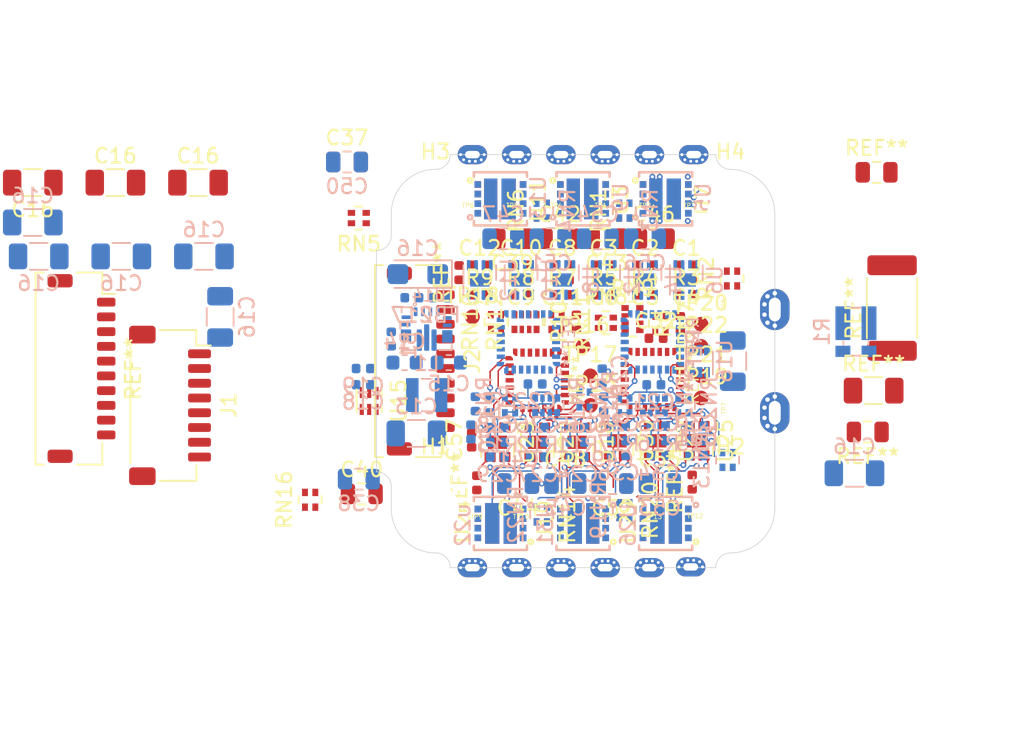
<source format=kicad_pcb>
(kicad_pcb (version 20171130) (host pcbnew 5.1.6-c6e7f7d~87~ubuntu18.04.1)
  (layers (0 "F.Cu_(sig)" signal) (1 "In1.Cu_(power)" signal) (2 "In2.Cu_(gnd)" signal) (31 "B.Cu_(sig)" signal) (34 B.Paste user) (35 F.Paste user) (36 B.SilkS user hide) (37 F.SilkS user hide) (38 B.Mask user) (39 F.Mask user) (44 Edge.Cuts user))
  (net 0 "")
  (net 1 "Net-(U1-Pad1)")
  (net 2 "Net-(U1-Pad28)")
  (net 3 "Net-(U1-Pad7)")
  (net 4 "Net-(U1-Pad25)")
  (net 5 "Net-(U1-Pad12)")
  (net 6 "Net-(U1-Pad11)")
  (net 7 "Net-(U1-Pad10)")
  (net 8 "Net-(U1-Pad6)")
  (net 9 "Net-(U1-Pad5)")
  (net 10 "Net-(U1-Pad2)")
  (net 11 "Net-(C1-Pad2)")
  (net 12 +5V)
  (net 13 +BATT)
  (net 14 GND)
  (net 15 /ESC1_A)
  (net 16 "Net-(C2-Pad2)")
  (net 17 /ESC1_B)
  (net 18 "Net-(C3-Pad2)")
  (net 19 /ESC1_C)
  (net 20 "Net-(C8-Pad2)")
  (net 21 /ESC2_A)
  (net 22 "Net-(C10-Pad2)")
  (net 23 /ESC2_B)
  (net 24 "Net-(C12-Pad2)")
  (net 25 /ESC2_C)
  (net 26 "Net-(C13-Pad2)")
  (net 27 "Net-(C15-Pad2)")
  (net 28 "Net-(C17-Pad2)")
  (net 29 +3V3)
  (net 30 /IBat)
  (net 31 "Net-(L1-Pad2)")
  (net 32 "Net-(L1-Pad1)")
  (net 33 "Net-(R1-Pad2)")
  (net 34 "Net-(R1-Pad3)")
  (net 35 "Net-(R2-Pad2)")
  (net 36 "Net-(U14-Pad2)")
  (net 37 /ESC1_A_EN)
  (net 38 /ESC1_A_PWM)
  (net 39 /ESC1_B_EN)
  (net 40 /ESC1_B_PWM)
  (net 41 /ESC1_C_EN)
  (net 42 /ESC1_C_PWM)
  (net 43 /ESC2_A_EN)
  (net 44 /ESC2_A_PWM)
  (net 45 /ESC2_B_EN)
  (net 46 /ESC2_B_PWM)
  (net 47 /ESC2_C_EN)
  (net 48 /ESC2_C_PWM)
  (net 49 /ESC1_MC)
  (net 50 /ESC1_MA)
  (net 51 /ESC1_IN)
  (net 52 /ESC1_MB)
  (net 53 /ESC1_Y)
  (net 54 /ESCx_tele)
  (net 55 "Net-(R1-Pad4)")
  (net 56 /ESC1_SWDCLK)
  (net 57 /ESC1_SWDIO)
  (net 58 /ESC2_Y)
  (net 59 "Net-(U17-Pad1)")
  (net 60 "Net-(U17-Pad28)")
  (net 61 /ESC2_SWDCLK)
  (net 62 "Net-(U17-Pad7)")
  (net 63 /ESC2_MC)
  (net 64 /ESC2_MA)
  (net 65 "Net-(U17-Pad25)")
  (net 66 /ESC2_IN)
  (net 67 /ESC2_MB)
  (net 68 /ESC2_SWDIO)
  (net 69 "Net-(U17-Pad12)")
  (net 70 "Net-(U17-Pad11)")
  (net 71 "Net-(U17-Pad10)")
  (net 72 "Net-(U17-Pad6)")
  (net 73 "Net-(U17-Pad5)")
  (net 74 "Net-(U17-Pad2)")
  (net 75 "Net-(C24-Pad2)")
  (net 76 /ESC4_A)
  (net 77 "Net-(C27-Pad2)")
  (net 78 /ESC4_B)
  (net 79 "Net-(C29-Pad2)")
  (net 80 /ESC4_C)
  (net 81 "Net-(C31-Pad2)")
  (net 82 /ESC3_A)
  (net 83 "Net-(C34-Pad2)")
  (net 84 /ESC3_B)
  (net 85 "Net-(C36-Pad2)")
  (net 86 /ESC3_C)
  (net 87 /ESC4_A_PWM)
  (net 88 /ESC4_B_PWM)
  (net 89 /ESC4_C_PWM)
  (net 90 /ESC3_A_PWM)
  (net 91 /ESC3_B_PWM)
  (net 92 /ESC3_C_PWM)
  (net 93 /ESC4_Y)
  (net 94 /ESC3_Y)
  (net 95 /ESC4_A_EN)
  (net 96 /ESC4_B_EN)
  (net 97 "Net-(U21-Pad1)")
  (net 98 "Net-(U21-Pad28)")
  (net 99 /ESC4_SWDCLK)
  (net 100 "Net-(U21-Pad7)")
  (net 101 /ESC4_MC)
  (net 102 /ESC4_MA)
  (net 103 "Net-(U21-Pad25)")
  (net 104 /ESC4_IN)
  (net 105 /ESC4_MB)
  (net 106 /ESC4_SWDIO)
  (net 107 /ESC4_C_EN)
  (net 108 "Net-(U21-Pad12)")
  (net 109 "Net-(U21-Pad11)")
  (net 110 "Net-(U21-Pad10)")
  (net 111 "Net-(U21-Pad6)")
  (net 112 "Net-(U21-Pad5)")
  (net 113 "Net-(U21-Pad2)")
  (net 114 /ESC3_A_EN)
  (net 115 /ESC3_B_EN)
  (net 116 "Net-(U28-Pad1)")
  (net 117 "Net-(U28-Pad28)")
  (net 118 /ESC3_SWDCLK)
  (net 119 "Net-(U28-Pad7)")
  (net 120 /ESC3_MC)
  (net 121 /ESC3_MA)
  (net 122 "Net-(U28-Pad25)")
  (net 123 /ESC3_IN)
  (net 124 /ESC3_MB)
  (net 125 /ESC3_SWDIO)
  (net 126 /ESC3_C_EN)
  (net 127 "Net-(U28-Pad12)")
  (net 128 "Net-(U28-Pad11)")
  (net 129 "Net-(U28-Pad10)")
  (net 130 "Net-(U28-Pad6)")
  (net 131 "Net-(U28-Pad5)")
  (net 132 "Net-(U28-Pad2)")
  (net 133 /ESC4_A_DRVH)
  (net 134 /ESC4_B_DRVH)
  (net 135 /ESC4_B_GH)
  (net 136 /ESC4_A_GL)
  (net 137 /ESC4_C_DRVL)
  (net 138 /ESC4_B_DRVL)
  (net 139 /ESC4_C_GL)
  (net 140 /ESC4_B_GL)
  (net 141 /ESC4_C_DRVH)
  (net 142 /ESC3_C_DRVL)
  (net 143 /ESC3_C_GL)
  (net 144 /ESC4_C_GH)
  (net 145 /ESC4_A_DRVL)
  (net 146 /ESC4_A_GH)
  (net 147 /ESC3_A_DRVH)
  (net 148 /ESC3_A_DRVL)
  (net 149 /ESC3_A_GH)
  (net 150 /ESC3_A_GL)
  (net 151 /ESC3_B_DRVH)
  (net 152 /ESC3_B_DRVL)
  (net 153 /ESC3_B_GH)
  (net 154 /ESC3_B_GL)
  (net 155 /ESC3_C_DRVH)
  (net 156 /ESC3_C_GH)
  (net 157 /ESC1_A_DRVH)
  (net 158 /ESC1_A_DRVL)
  (net 159 /ESC1_A_GH)
  (net 160 /ESC1_A_GL)
  (net 161 /ESC1_B_DRVH)
  (net 162 /ESC1_B_DRVL)
  (net 163 /ESC1_B_GH)
  (net 164 /ESC1_B_GL)
  (net 165 /ESC1_C_DRVH)
  (net 166 /ESC1_C_DRVL)
  (net 167 /ESC1_C_GH)
  (net 168 /ESC1_C_GL)
  (net 169 /ESC2_A_DRVH)
  (net 170 /ESC2_A_DRVL)
  (net 171 /ESC2_A_GH)
  (net 172 /ESC2_A_GL)
  (net 173 /ESC2_B_DRVH)
  (net 174 /ESC2_B_DRVL)
  (net 175 /ESC2_B_GH)
  (net 176 /ESC2_B_GL)
  (net 177 /ESC2_C_DRVH)
  (net 178 /ESC2_C_DRVL)
  (net 179 /ESC2_C_GH)
  (net 180 /ESC2_C_GL)
  (net 181 "Net-(U1-Pad14)")
  (net 182 "Net-(U1-Pad15)")
  (net 183 "Net-(U17-Pad15)")
  (net 184 "Net-(U17-Pad14)")
  (net 185 "Net-(U21-Pad15)")
  (net 186 "Net-(U21-Pad14)")
  (net 187 "Net-(U28-Pad15)")
  (net 188 "Net-(U28-Pad14)")
  (module 11_PSoC_FC_whoop:JST_SHL_SM10B-SHLS-TF_1x10-1MP_P1.00mm_Horizontal_dense (layer "F.Cu_(sig)") (at 125 75 270)
    (fp_text reference J2 (at 0 -3.5 90) (layer F.SilkS))
    (fp_text value Conn_01x10)
    (pad MP smd roundrect (at 5.95 1.45 270) (size 0.9 1.7) (layers "F.Cu_(sig)" F.Paste F.Mask))
    (pad MP smd roundrect (at -5.95 1.45 270) (size 0.9 1.7) (layers "F.Cu_(sig)" F.Paste F.Mask))
    (pad 10 smd roundrect (at 4.5 -1.675 270) (size 0.6 1.25) (layers "F.Cu_(sig)" F.Paste F.Mask))
    (pad 9 smd roundrect (at 3.5 -1.675 270) (size 0.6 1.25) (layers "F.Cu_(sig)" F.Paste F.Mask))
    (pad 8 smd roundrect (at 2.5 -1.675 270) (size 0.6 1.25) (layers "F.Cu_(sig)" F.Paste F.Mask) (net 104 /ESC4_IN))
    (pad 7 smd roundrect (at 1.5 -1.675 270) (size 0.6 1.25) (layers "F.Cu_(sig)" F.Paste F.Mask) (net 123 /ESC3_IN))
    (pad 6 smd roundrect (at 0.5 -1.675 270) (size 0.6 1.25) (layers "F.Cu_(sig)" F.Paste F.Mask) (net 66 /ESC2_IN))
    (pad 5 smd roundrect (at -0.5 -1.675 270) (size 0.6 1.25) (layers "F.Cu_(sig)" F.Paste F.Mask) (net 51 /ESC1_IN))
    (pad 4 smd roundrect (at -1.5 -1.675 270) (size 0.6 1.25) (layers "F.Cu_(sig)" F.Paste F.Mask) (net 54 /ESCx_tele))
    (pad 3 smd roundrect (at -2.5 -1.675 270) (size 0.6 1.25) (layers "F.Cu_(sig)" F.Paste F.Mask) (net 30 /IBat))
    (pad 2 smd roundrect (at -3.5 -1.675 270) (size 0.6 1.25) (layers "F.Cu_(sig)" F.Paste F.Mask) (net 13 +BATT))
    (pad 1 smd roundrect (at -4.5 -1.675 270) (size 0.6 1.25) (layers "F.Cu_(sig)" F.Paste F.Mask) (net 14 GND))
  )
  (module Capacitor_SMD:C_0402_1005Metric (layer "F.Cu_(sig)") (at 127.6 69 90)
    (fp_text reference REF** (at 0 -1.17 90) (layer F.SilkS))
    (fp_text value C_0402_1005Metric)
    (pad 1 smd roundrect (at -0.485 0 90) (size 0.59 0.64) (layers "F.Cu_(sig)" F.Paste F.Mask))
    (pad 2 smd roundrect (at 0.485 0 90) (size 0.59 0.64) (layers "F.Cu_(sig)" F.Paste F.Mask))
  )
  (module 11_PSoC_FC_whoop:JST_SHL_SM10B-SHLS-TF_1x10-1MP_P1.00mm_Horizontal_dense (layer "F.Cu_(sig)") (at 102 75.5 270)
    (fp_text reference REF** (at 0 -3.5 90) (layer F.SilkS))
    (fp_text value JST_SHL_SM10B-SHLS-TF_1x10-1MP_P1.00mm_Horizontal_dense)
    (pad MP smd roundrect (at 5.95 1.45 270) (size 0.9 1.7) (layers "F.Cu_(sig)" F.Paste F.Mask))
    (pad MP smd roundrect (at -5.95 1.45 270) (size 0.9 1.7) (layers "F.Cu_(sig)" F.Paste F.Mask))
    (pad 10 smd roundrect (at 4.5 -1.675 270) (size 0.6 1.25) (layers "F.Cu_(sig)" F.Paste F.Mask))
    (pad 9 smd roundrect (at 3.5 -1.675 270) (size 0.6 1.25) (layers "F.Cu_(sig)" F.Paste F.Mask))
    (pad 8 smd roundrect (at 2.5 -1.675 270) (size 0.6 1.25) (layers "F.Cu_(sig)" F.Paste F.Mask))
    (pad 7 smd roundrect (at 1.5 -1.675 270) (size 0.6 1.25) (layers "F.Cu_(sig)" F.Paste F.Mask))
    (pad 6 smd roundrect (at 0.5 -1.675 270) (size 0.6 1.25) (layers "F.Cu_(sig)" F.Paste F.Mask))
    (pad 5 smd roundrect (at -0.5 -1.675 270) (size 0.6 1.25) (layers "F.Cu_(sig)" F.Paste F.Mask))
    (pad 4 smd roundrect (at -1.5 -1.675 270) (size 0.6 1.25) (layers "F.Cu_(sig)" F.Paste F.Mask))
    (pad 3 smd roundrect (at -2.5 -1.675 270) (size 0.6 1.25) (layers "F.Cu_(sig)" F.Paste F.Mask))
    (pad 2 smd roundrect (at -3.5 -1.675 270) (size 0.6 1.25) (layers "F.Cu_(sig)" F.Paste F.Mask))
    (pad 1 smd roundrect (at -4.5 -1.675 270) (size 0.6 1.25) (layers "F.Cu_(sig)" F.Paste F.Mask))
  )
  (module Capacitor_SMD:C_0402_1005Metric (layer "F.Cu_(sig)") (at 143.4 83.2 90)
    (fp_text reference REF** (at 0 -1.17 90) (layer F.SilkS))
    (fp_text value C_0402_1005Metric)
    (pad 1 smd roundrect (at -0.485 0 90) (size 0.59 0.64) (layers "F.Cu_(sig)" F.Paste F.Mask))
    (pad 2 smd roundrect (at 0.485 0 90) (size 0.59 0.64) (layers "F.Cu_(sig)" F.Paste F.Mask))
  )
  (module 11_PSoC_FC_whoop:C_0805_2012Metric_dense (layer "F.Cu_(sig)") (at 141.2 83.3)
    (fp_text reference C55 (at 0 -1.65) (layer F.SilkS))
    (fp_text value 22u)
    (pad 2 smd roundrect (at 0.9375 0) (size 0.975 1.4) (layers "F.Cu_(sig)" F.Paste F.Mask) (net 13 +BATT))
    (pad 1 smd roundrect (at -0.9375 0) (size 0.975 1.4) (layers "F.Cu_(sig)" F.Paste F.Mask) (net 14 GND))
  )
  (module 11_PSoC_FC_whoop:R_Array_Convex_4x0402_dense (layer "B.Cu_(sig)") (at 140.8 78 90)
    (fp_text reference RN24 (at 0 2.1 90) (layer B.SilkS) (effects (justify mirror)))
    (fp_text value 2k2)
    (pad 1 smd rect (at -0.5 0.75 90) (size 0.5 0.4) (layers "B.Cu_(sig)" B.Paste B.Mask) (net 121 /ESC3_MA))
    (pad 3 smd rect (at -0.5 -0.25 90) (size 0.5 0.3) (layers "B.Cu_(sig)" B.Paste B.Mask) (net 124 /ESC3_MB))
    (pad 2 smd rect (at -0.5 0.25 90) (size 0.5 0.3) (layers "B.Cu_(sig)" B.Paste B.Mask) (net 121 /ESC3_MA))
    (pad 4 smd rect (at -0.5 -0.75 90) (size 0.5 0.4) (layers "B.Cu_(sig)" B.Paste B.Mask) (net 124 /ESC3_MB))
    (pad 7 smd rect (at 0.5 0.25 90) (size 0.5 0.3) (layers "B.Cu_(sig)" B.Paste B.Mask) (net 94 /ESC3_Y))
    (pad 8 smd rect (at 0.5 0.75 90) (size 0.5 0.4) (layers "B.Cu_(sig)" B.Paste B.Mask) (net 14 GND))
    (pad 6 smd rect (at 0.5 -0.25 90) (size 0.5 0.3) (layers "B.Cu_(sig)" B.Paste B.Mask) (net 14 GND))
    (pad 5 smd rect (at 0.5 -0.75 90) (size 0.5 0.4) (layers "B.Cu_(sig)" B.Paste B.Mask) (net 94 /ESC3_Y))
  )
  (module 11_PSoC_FC_whoop:R_Array_Convex_4x0402_dense (layer "B.Cu_(sig)") (at 133.5 78 90)
    (fp_text reference RN18 (at 0 2.1 90) (layer B.SilkS) (effects (justify mirror)))
    (fp_text value 2k2)
    (pad 1 smd rect (at -0.5 0.75 90) (size 0.5 0.4) (layers "B.Cu_(sig)" B.Paste B.Mask) (net 102 /ESC4_MA))
    (pad 3 smd rect (at -0.5 -0.25 90) (size 0.5 0.3) (layers "B.Cu_(sig)" B.Paste B.Mask) (net 105 /ESC4_MB))
    (pad 2 smd rect (at -0.5 0.25 90) (size 0.5 0.3) (layers "B.Cu_(sig)" B.Paste B.Mask) (net 102 /ESC4_MA))
    (pad 4 smd rect (at -0.5 -0.75 90) (size 0.5 0.4) (layers "B.Cu_(sig)" B.Paste B.Mask) (net 105 /ESC4_MB))
    (pad 7 smd rect (at 0.5 0.25 90) (size 0.5 0.3) (layers "B.Cu_(sig)" B.Paste B.Mask) (net 14 GND))
    (pad 8 smd rect (at 0.5 0.75 90) (size 0.5 0.4) (layers "B.Cu_(sig)" B.Paste B.Mask) (net 93 /ESC4_Y))
    (pad 6 smd rect (at 0.5 -0.25 90) (size 0.5 0.3) (layers "B.Cu_(sig)" B.Paste B.Mask) (net 93 /ESC4_Y))
    (pad 5 smd rect (at 0.5 -0.75 90) (size 0.5 0.4) (layers "B.Cu_(sig)" B.Paste B.Mask) (net 14 GND))
  )
  (module 11_PSoC_FC_whoop:R_Array_Convex_4x0402_dense (layer "F.Cu_(sig)") (at 132.1 72.35 90)
    (fp_text reference RN12 (at 0 -2.1 270) (layer F.SilkS))
    (fp_text value 2k2)
    (pad 1 smd rect (at -0.5 -0.75 90) (size 0.5 0.4) (layers "F.Cu_(sig)" F.Paste F.Mask) (net 64 /ESC2_MA))
    (pad 3 smd rect (at -0.5 0.25 90) (size 0.5 0.3) (layers "F.Cu_(sig)" F.Paste F.Mask) (net 67 /ESC2_MB))
    (pad 2 smd rect (at -0.5 -0.25 90) (size 0.5 0.3) (layers "F.Cu_(sig)" F.Paste F.Mask) (net 64 /ESC2_MA))
    (pad 4 smd rect (at -0.5 0.75 90) (size 0.5 0.4) (layers "F.Cu_(sig)" F.Paste F.Mask) (net 67 /ESC2_MB))
    (pad 7 smd rect (at 0.5 -0.25 90) (size 0.5 0.3) (layers "F.Cu_(sig)" F.Paste F.Mask) (net 14 GND))
    (pad 8 smd rect (at 0.5 -0.75 90) (size 0.5 0.4) (layers "F.Cu_(sig)" F.Paste F.Mask) (net 58 /ESC2_Y))
    (pad 6 smd rect (at 0.5 0.25 90) (size 0.5 0.3) (layers "F.Cu_(sig)" F.Paste F.Mask) (net 58 /ESC2_Y))
    (pad 5 smd rect (at 0.5 0.75 90) (size 0.5 0.4) (layers "F.Cu_(sig)" F.Paste F.Mask) (net 14 GND))
  )
  (module 11_PSoC_FC_whoop:R_Array_Convex_4x0402_dense (layer "F.Cu_(sig)") (at 139.35 72.15)
    (fp_text reference RN9 (at 0 -2.1) (layer F.SilkS))
    (fp_text value 2k2)
    (pad 1 smd rect (at -0.5 -0.75) (size 0.5 0.4) (layers "F.Cu_(sig)" F.Paste F.Mask) (net 50 /ESC1_MA))
    (pad 3 smd rect (at -0.5 0.25) (size 0.5 0.3) (layers "F.Cu_(sig)" F.Paste F.Mask) (net 52 /ESC1_MB))
    (pad 2 smd rect (at -0.5 -0.25) (size 0.5 0.3) (layers "F.Cu_(sig)" F.Paste F.Mask) (net 50 /ESC1_MA))
    (pad 4 smd rect (at -0.5 0.75) (size 0.5 0.4) (layers "F.Cu_(sig)" F.Paste F.Mask) (net 52 /ESC1_MB))
    (pad 7 smd rect (at 0.5 -0.25) (size 0.5 0.3) (layers "F.Cu_(sig)" F.Paste F.Mask) (net 53 /ESC1_Y))
    (pad 8 smd rect (at 0.5 -0.75) (size 0.5 0.4) (layers "F.Cu_(sig)" F.Paste F.Mask) (net 14 GND))
    (pad 6 smd rect (at 0.5 0.25) (size 0.5 0.3) (layers "F.Cu_(sig)" F.Paste F.Mask) (net 14 GND))
    (pad 5 smd rect (at 0.5 0.75) (size 0.5 0.4) (layers "F.Cu_(sig)" F.Paste F.Mask) (net 53 /ESC1_Y))
  )
  (module Capacitor_SMD:C_0402_1005Metric (layer "F.Cu_(sig)") (at 128.45 80.35 90)
    (fp_text reference C57 (at 0 -1.17 90) (layer F.SilkS))
    (fp_text value 10u)
    (pad 2 smd roundrect (at 0.485 0 90) (size 0.59 0.64) (layers "F.Cu_(sig)" F.Paste F.Mask) (net 12 +5V))
    (pad 1 smd roundrect (at -0.485 0 90) (size 0.59 0.64) (layers "F.Cu_(sig)" F.Paste F.Mask) (net 14 GND))
  )
  (module UFQPFN28:UFQFPN28 (layer "B.Cu_(sig)") (at 132.3 73.7 90)
    (fp_text reference U17)
    (fp_text value STM32G071GBU6)
    (fp_text user REF** (at 0 2.75 90) (layer B.SilkS) (effects (font (size 0.8 0.8) (thickness 0.1)) (justify mirror)))
    (pad 1 smd custom (at -1.975 1.5 180) (size 0.3 0.35) (layers "B.Cu_(sig)" B.Paste B.Mask) (net 59 "Net-(U17-Pad1)") (options (clearance outline) (anchor rect)) (primitives (gr_poly (pts (xy -0.15 0.175) (xy -0.15 -0.175) (xy 0.15 -0.175) (xy 0.15 0.325) (xy 0 0.325)) (width 0))))
    (pad 28 smd custom (at -1.5 1.975 270) (size 0.3 0.35) (layers "B.Cu_(sig)" B.Paste B.Mask) (net 60 "Net-(U17-Pad28)") (options (clearance outline) (anchor rect)) (primitives (gr_poly (pts (xy 0.15 0.175) (xy 0.15 -0.175) (xy -0.15 -0.175) (xy -0.15 0.325) (xy 0 0.325)) (width 0))))
    (pad 22 smd custom (at 1.5 1.975 270) (size 0.3 0.35) (layers "B.Cu_(sig)" B.Paste B.Mask) (net 43 /ESC2_A_EN) (options (clearance outline) (anchor rect)) (primitives (gr_poly (pts (xy -0.15 0.175) (xy -0.15 -0.175) (xy 0.15 -0.175) (xy 0.15 0.325) (xy 0 0.325)) (width 0))))
    (pad 21 smd custom (at 1.975 1.5) (size 0.3 0.35) (layers "B.Cu_(sig)" B.Paste B.Mask) (net 61 /ESC2_SWDCLK) (options (clearance outline) (anchor rect)) (primitives (gr_poly (pts (xy 0.15 0.175) (xy 0.15 -0.175) (xy -0.15 -0.175) (xy -0.15 0.325) (xy 0 0.325)) (width 0))))
    (pad 7 smd custom (at -1.975 -1.5 180) (size 0.3 0.35) (layers "B.Cu_(sig)" B.Paste B.Mask) (net 62 "Net-(U17-Pad7)") (options (clearance outline) (anchor rect)) (primitives (gr_poly (pts (xy 0.15 0.175) (xy 0.15 -0.175) (xy -0.15 -0.175) (xy -0.15 0.325) (xy 0 0.325)) (width 0))))
    (pad 8 smd custom (at -1.5 -1.975 90) (size 0.3 0.35) (layers "B.Cu_(sig)" B.Paste B.Mask) (net 63 /ESC2_MC) (options (clearance outline) (anchor rect)) (primitives (gr_poly (pts (xy -0.15 0.175) (xy -0.15 -0.175) (xy 0.15 -0.175) (xy 0.15 0.325) (xy 0 0.325)) (width 0))))
    (pad 15 smd custom (at 1.975 -1.5) (size 0.3 0.35) (layers "B.Cu_(sig)" B.Paste B.Mask) (net 183 "Net-(U17-Pad15)") (options (clearance outline) (anchor rect)) (primitives (gr_poly (pts (xy -0.15 0.175) (xy -0.15 -0.175) (xy 0.15 -0.175) (xy 0.15 0.325) (xy 0 0.325)) (width 0))))
    (pad 14 smd custom (at 1.5 -1.975 90) (size 0.3 0.35) (layers "B.Cu_(sig)" B.Paste B.Mask) (net 184 "Net-(U17-Pad14)") (options (clearance outline) (anchor rect)) (primitives (gr_poly (pts (xy 0.15 0.175) (xy 0.15 -0.175) (xy -0.15 -0.175) (xy -0.15 0.325) (xy 0 0.325)) (width 0))))
    (pad 27 smd rect (at -1 1.875 180) (size 0.55 0.3) (layers "B.Cu_(sig)" B.Paste B.Mask) (net 64 /ESC2_MA))
    (pad 26 smd rect (at -0.5 1.875 180) (size 0.55 0.3) (layers "B.Cu_(sig)" B.Paste B.Mask) (net 54 /ESCx_tele))
    (pad 25 smd rect (at 0 1.875 180) (size 0.55 0.3) (layers "B.Cu_(sig)" B.Paste B.Mask) (net 65 "Net-(U17-Pad25)"))
    (pad 24 smd rect (at 0.5 1.875 180) (size 0.55 0.3) (layers "B.Cu_(sig)" B.Paste B.Mask) (net 66 /ESC2_IN))
    (pad 23 smd rect (at 1 1.875 180) (size 0.55 0.3) (layers "B.Cu_(sig)" B.Paste B.Mask) (net 67 /ESC2_MB))
    (pad 20 smd rect (at 1.875 1 270) (size 0.55 0.3) (layers "B.Cu_(sig)" B.Paste B.Mask) (net 68 /ESC2_SWDIO))
    (pad 19 smd rect (at 1.875 0.475 270) (size 0.55 0.3) (layers "B.Cu_(sig)" B.Paste B.Mask) (net 44 /ESC2_A_PWM))
    (pad 18 smd rect (at 1.875 -0.025 270) (size 0.55 0.3) (layers "B.Cu_(sig)" B.Paste B.Mask) (net 46 /ESC2_B_PWM))
    (pad 17 smd rect (at 1.875 -0.5 270) (size 0.55 0.3) (layers "B.Cu_(sig)" B.Paste B.Mask) (net 45 /ESC2_B_EN))
    (pad 16 smd rect (at 1.875 -1 270) (size 0.55 0.3) (layers "B.Cu_(sig)" B.Paste B.Mask) (net 48 /ESC2_C_PWM))
    (pad 13 smd rect (at 1 -1.875) (size 0.55 0.3) (layers "B.Cu_(sig)" B.Paste B.Mask) (net 47 /ESC2_C_EN))
    (pad 12 smd rect (at 0.5 -1.875) (size 0.55 0.3) (layers "B.Cu_(sig)" B.Paste B.Mask) (net 69 "Net-(U17-Pad12)"))
    (pad 11 smd rect (at 0 -1.875) (size 0.55 0.3) (layers "B.Cu_(sig)" B.Paste B.Mask) (net 70 "Net-(U17-Pad11)"))
    (pad 10 smd rect (at -0.5 -1.875) (size 0.55 0.3) (layers "B.Cu_(sig)" B.Paste B.Mask) (net 71 "Net-(U17-Pad10)"))
    (pad 9 smd rect (at -1 -1.875) (size 0.55 0.3) (layers "B.Cu_(sig)" B.Paste B.Mask) (net 58 /ESC2_Y))
    (pad 6 smd rect (at -1.875 -1 90) (size 0.55 0.3) (layers "B.Cu_(sig)" B.Paste B.Mask) (net 72 "Net-(U17-Pad6)"))
    (pad 5 smd rect (at -1.875 -0.5 90) (size 0.55 0.3) (layers "B.Cu_(sig)" B.Paste B.Mask) (net 73 "Net-(U17-Pad5)"))
    (pad 3 smd rect (at -1.875 0.5 90) (size 0.55 0.3) (layers "B.Cu_(sig)" B.Paste B.Mask) (net 29 +3V3))
    (pad 2 smd rect (at -1.875 1 90) (size 0.55 0.3) (layers "B.Cu_(sig)" B.Paste B.Mask) (net 74 "Net-(U17-Pad2)"))
    (pad 4 smd rect (at -1.875 0 90) (size 0.55 0.3) (layers "B.Cu_(sig)" B.Paste B.Mask) (net 14 GND))
  )
  (module Resistor_SMD:R_2512_6332Metric (layer "F.Cu_(sig)") (at 156.95 71.4 90)
    (fp_text reference REF** (at 0 -2.62 90) (layer F.SilkS))
    (fp_text value R_2512_6332Metric)
    (pad 2 smd roundrect (at 2.9 0 90) (size 1.35 3.35) (layers "F.Cu_(sig)" F.Paste F.Mask) (roundrect_rratio 0.185185))
    (pad 1 smd roundrect (at -2.9 0 90) (size 1.35 3.35) (layers "F.Cu_(sig)" F.Paste F.Mask) (roundrect_rratio 0.185185))
  )
  (module 11_PSoC_FC_whoop:C_0805_2012Metric_dense (layer "B.Cu_(sig)") (at 140.2 66.7)
    (fp_text reference C56 (at 0 1.65) (layer B.SilkS) (effects (justify mirror)))
    (fp_text value 22u)
    (pad 2 smd roundrect (at 0.9375 0) (size 0.975 1.4) (layers "B.Cu_(sig)" B.Paste B.Mask) (net 13 +BATT))
    (pad 1 smd roundrect (at -0.9375 0) (size 0.975 1.4) (layers "B.Cu_(sig)" B.Paste B.Mask) (net 14 GND))
  )
  (module 11_PSoC_FC_whoop:C_0805_2012Metric_dense (layer "B.Cu_(sig)") (at 137 66.7 180)
    (fp_text reference C54 (at 0 1.65) (layer B.SilkS) (effects (justify mirror)))
    (fp_text value 22u)
    (pad 2 smd roundrect (at 0.9375 0 180) (size 0.975 1.4) (layers "B.Cu_(sig)" B.Paste B.Mask) (net 13 +BATT))
    (pad 1 smd roundrect (at -0.9375 0 180) (size 0.975 1.4) (layers "B.Cu_(sig)" B.Paste B.Mask) (net 14 GND))
  )
  (module 11_PSoC_FC_whoop:C_0805_2012Metric_dense (layer "B.Cu_(sig)") (at 141.2 83.3)
    (fp_text reference C53 (at 0 1.65) (layer B.SilkS) (effects (justify mirror)))
    (fp_text value 22u)
    (pad 2 smd roundrect (at 0.9375 0) (size 0.975 1.4) (layers "B.Cu_(sig)" B.Paste B.Mask) (net 13 +BATT))
    (pad 1 smd roundrect (at -0.9375 0) (size 0.975 1.4) (layers "B.Cu_(sig)" B.Paste B.Mask) (net 14 GND))
  )
  (module 11_PSoC_FC_whoop:C_0805_2012Metric_dense (layer "F.Cu_(sig)") (at 138 83.3 180)
    (fp_text reference C52 (at 0 -1.65) (layer F.SilkS))
    (fp_text value 22u)
    (pad 2 smd roundrect (at 0.9375 0 180) (size 0.975 1.4) (layers "F.Cu_(sig)" F.Paste F.Mask) (net 13 +BATT))
    (pad 1 smd roundrect (at -0.9375 0 180) (size 0.975 1.4) (layers "F.Cu_(sig)" F.Paste F.Mask) (net 14 GND))
  )
  (module 11_PSoC_FC_whoop:C_0805_2012Metric_dense (layer "B.Cu_(sig)") (at 133.8 66.7)
    (fp_text reference C51 (at 0 1.65) (layer B.SilkS) (effects (justify mirror)))
    (fp_text value 22u)
    (pad 2 smd roundrect (at 0.9375 0) (size 0.975 1.4) (layers "B.Cu_(sig)" B.Paste B.Mask) (net 13 +BATT))
    (pad 1 smd roundrect (at -0.9375 0) (size 0.975 1.4) (layers "B.Cu_(sig)" B.Paste B.Mask) (net 14 GND))
  )
  (module 11_PSoC_FC_whoop:C_0805_2012Metric_dense (layer "B.Cu_(sig)") (at 120 61.5)
    (fp_text reference C50 (at 0 1.65) (layer B.SilkS) (effects (justify mirror)))
    (fp_text value 22u)
    (pad 2 smd roundrect (at 0.9375 0) (size 0.975 1.4) (layers "B.Cu_(sig)" B.Paste B.Mask) (net 13 +BATT))
    (pad 1 smd roundrect (at -0.9375 0) (size 0.975 1.4) (layers "B.Cu_(sig)" B.Paste B.Mask) (net 14 GND))
  )
  (module 11_PSoC_FC_whoop:C_0805_2012Metric_dense (layer "B.Cu_(sig)") (at 138 83.3 180)
    (fp_text reference C49 (at 0 1.65) (layer B.SilkS) (effects (justify mirror)))
    (fp_text value 22u)
    (pad 2 smd roundrect (at 0.9375 0 180) (size 0.975 1.4) (layers "B.Cu_(sig)" B.Paste B.Mask) (net 13 +BATT))
    (pad 1 smd roundrect (at -0.9375 0 180) (size 0.975 1.4) (layers "B.Cu_(sig)" B.Paste B.Mask) (net 14 GND))
  )
  (module 11_PSoC_FC_whoop:C_0805_2012Metric_dense (layer "F.Cu_(sig)") (at 134.8 83.3)
    (fp_text reference C48 (at 0 -1.65) (layer F.SilkS))
    (fp_text value 22u)
    (pad 2 smd roundrect (at 0.9375 0) (size 0.975 1.4) (layers "F.Cu_(sig)" F.Paste F.Mask) (net 13 +BATT))
    (pad 1 smd roundrect (at -0.9375 0) (size 0.975 1.4) (layers "F.Cu_(sig)" F.Paste F.Mask) (net 14 GND))
  )
  (module 11_PSoC_FC_whoop:C_0805_2012Metric_dense (layer "B.Cu_(sig)") (at 130.6 66.7 180)
    (fp_text reference C47 (at 0 1.65) (layer B.SilkS) (effects (justify mirror)))
    (fp_text value 22u)
    (pad 2 smd roundrect (at 0.9375 0 180) (size 0.975 1.4) (layers "B.Cu_(sig)" B.Paste B.Mask) (net 13 +BATT))
    (pad 1 smd roundrect (at -0.9375 0 180) (size 0.975 1.4) (layers "B.Cu_(sig)" B.Paste B.Mask) (net 14 GND))
  )
  (module 11_PSoC_FC_whoop:C_0805_2012Metric_dense (layer "F.Cu_(sig)") (at 140.8 66.7)
    (fp_text reference C46 (at 0 -1.65) (layer F.SilkS))
    (fp_text value 22u)
    (pad 2 smd roundrect (at 0.9375 0) (size 0.975 1.4) (layers "F.Cu_(sig)" F.Paste F.Mask) (net 13 +BATT))
    (pad 1 smd roundrect (at -0.9375 0) (size 0.975 1.4) (layers "F.Cu_(sig)" F.Paste F.Mask) (net 14 GND))
  )
  (module 11_PSoC_FC_whoop:C_0805_2012Metric_dense (layer "B.Cu_(sig)") (at 134.8 83.3)
    (fp_text reference C45 (at 0 1.65) (layer B.SilkS) (effects (justify mirror)))
    (fp_text value 22u)
    (pad 2 smd roundrect (at 0.9375 0) (size 0.975 1.4) (layers "B.Cu_(sig)" B.Paste B.Mask) (net 13 +BATT))
    (pad 1 smd roundrect (at -0.9375 0) (size 0.975 1.4) (layers "B.Cu_(sig)" B.Paste B.Mask) (net 14 GND))
  )
  (module 11_PSoC_FC_whoop:C_0805_2012Metric_dense (layer "F.Cu_(sig)") (at 131.6 83.3 180)
    (fp_text reference C44 (at 0 -1.65) (layer F.SilkS))
    (fp_text value 22u)
    (pad 2 smd roundrect (at 0.9375 0 180) (size 0.975 1.4) (layers "F.Cu_(sig)" F.Paste F.Mask) (net 13 +BATT))
    (pad 1 smd roundrect (at -0.9375 0 180) (size 0.975 1.4) (layers "F.Cu_(sig)" F.Paste F.Mask) (net 14 GND))
  )
  (module 11_PSoC_FC_whoop:C_0805_2012Metric_dense (layer "F.Cu_(sig)") (at 137.6 66.7 180)
    (fp_text reference C43 (at 0 -1.65) (layer F.SilkS))
    (fp_text value 22u)
    (pad 2 smd roundrect (at 0.9375 0 180) (size 0.975 1.4) (layers "F.Cu_(sig)" F.Paste F.Mask) (net 13 +BATT))
    (pad 1 smd roundrect (at -0.9375 0 180) (size 0.975 1.4) (layers "F.Cu_(sig)" F.Paste F.Mask) (net 14 GND))
  )
  (module 11_PSoC_FC_whoop:C_0805_2012Metric_dense (layer "F.Cu_(sig)") (at 134.4 66.7)
    (fp_text reference C42 (at 0 -1.65) (layer F.SilkS))
    (fp_text value 22u)
    (pad 2 smd roundrect (at 0.9375 0) (size 0.975 1.4) (layers "F.Cu_(sig)" F.Paste F.Mask) (net 13 +BATT))
    (pad 1 smd roundrect (at -0.9375 0) (size 0.975 1.4) (layers "F.Cu_(sig)" F.Paste F.Mask) (net 14 GND))
  )
  (module 11_PSoC_FC_whoop:C_0805_2012Metric_dense (layer "B.Cu_(sig)") (at 131.6 83.3 180)
    (fp_text reference C41 (at 0 1.65) (layer B.SilkS) (effects (justify mirror)))
    (fp_text value 22u)
    (pad 2 smd roundrect (at 0.9375 0 180) (size 0.975 1.4) (layers "B.Cu_(sig)" B.Paste B.Mask) (net 13 +BATT))
    (pad 1 smd roundrect (at -0.9375 0 180) (size 0.975 1.4) (layers "B.Cu_(sig)" B.Paste B.Mask) (net 14 GND))
  )
  (module 11_PSoC_FC_whoop:C_0805_2012Metric_dense (layer "F.Cu_(sig)") (at 121 84)
    (fp_text reference C40 (at 0 -1.65) (layer F.SilkS))
    (fp_text value 22u)
    (pad 2 smd roundrect (at 0.9375 0) (size 0.975 1.4) (layers "F.Cu_(sig)" F.Paste F.Mask) (net 13 +BATT))
    (pad 1 smd roundrect (at -0.9375 0) (size 0.975 1.4) (layers "F.Cu_(sig)" F.Paste F.Mask) (net 14 GND))
  )
  (module 11_PSoC_FC_whoop:C_0805_2012Metric_dense (layer "F.Cu_(sig)") (at 131.2 66.7 180)
    (fp_text reference C39 (at 0 -1.65) (layer F.SilkS))
    (fp_text value 22u)
    (pad 2 smd roundrect (at 0.9375 0 180) (size 0.975 1.4) (layers "F.Cu_(sig)" F.Paste F.Mask) (net 13 +BATT))
    (pad 1 smd roundrect (at -0.9375 0 180) (size 0.975 1.4) (layers "F.Cu_(sig)" F.Paste F.Mask) (net 14 GND))
  )
  (module 11_PSoC_FC_whoop:C_0805_2012Metric_dense (layer "B.Cu_(sig)") (at 120.8 83)
    (fp_text reference C38 (at 0 1.65) (layer B.SilkS) (effects (justify mirror)))
    (fp_text value 22u)
    (pad 2 smd roundrect (at 0.9375 0) (size 0.975 1.4) (layers "B.Cu_(sig)" B.Paste B.Mask) (net 13 +BATT))
    (pad 1 smd roundrect (at -0.9375 0) (size 0.975 1.4) (layers "B.Cu_(sig)" B.Paste B.Mask) (net 14 GND))
  )
  (module 11_PSoC_FC_whoop:C_0805_2012Metric_dense (layer "F.Cu_(sig)") (at 120 61.5)
    (fp_text reference C37 (at 0 -1.65) (layer F.SilkS))
    (fp_text value 22u)
    (pad 2 smd roundrect (at 0.9375 0) (size 0.975 1.4) (layers "F.Cu_(sig)" F.Paste F.Mask) (net 13 +BATT))
    (pad 1 smd roundrect (at -0.9375 0) (size 0.975 1.4) (layers "F.Cu_(sig)" F.Paste F.Mask) (net 14 GND))
  )
  (module Resistor_SMD:R_1206_3216Metric (layer "B.Cu_(sig)") (at 146.15 75 270)
    (fp_text reference REF** (at 0 2.62 270) (layer B.SilkS) (effects (justify mirror)))
    (fp_text value R_1206_3216Metric)
    (pad 2 smd roundrect (at 1.4 0 270) (size 1.25 1.75) (layers "B.Cu_(sig)" B.Paste B.Mask) (roundrect_rratio 0.2))
    (pad 1 smd roundrect (at -1.4 0 270) (size 1.25 1.75) (layers "B.Cu_(sig)" B.Paste B.Mask) (roundrect_rratio 0.2))
  )
  (module 11_PSoC_FC_whoop:C_0805_2012Metric_dense (layer "F.Cu_(sig)") (at 155.9 62.2)
    (fp_text reference REF** (at 0 -1.65) (layer F.SilkS))
    (fp_text value C_0805_2012Metric_dense)
    (pad 1 smd roundrect (at -0.9375 0) (size 0.975 1.4) (layers "F.Cu_(sig)" F.Paste F.Mask))
    (pad 2 smd roundrect (at 0.9375 0) (size 0.975 1.4) (layers "F.Cu_(sig)" F.Paste F.Mask))
  )
  (module Resistor_SMD:R_1206_3216Metric (layer "F.Cu_(sig)") (at 155.7 77)
    (fp_text reference REF** (at 0 -1.82) (layer F.SilkS))
    (fp_text value R_1206_3216Metric)
    (pad 2 smd roundrect (at 1.4 0) (size 1.25 1.75) (layers "F.Cu_(sig)" F.Paste F.Mask) (roundrect_rratio 0.2))
    (pad 1 smd roundrect (at -1.4 0) (size 1.25 1.75) (layers "F.Cu_(sig)" F.Paste F.Mask) (roundrect_rratio 0.2))
  )
  (module Capacitor_SMD:C_0402_1005Metric (layer "F.Cu_(sig)") (at 128.8 83.25 90)
    (fp_text reference REF** (at 0 -1.17 90) (layer F.SilkS))
    (fp_text value C_0402_1005Metric)
    (pad 2 smd roundrect (at 0.485 0 90) (size 0.59 0.64) (layers "F.Cu_(sig)" F.Paste F.Mask))
    (pad 1 smd roundrect (at -0.485 0 90) (size 0.59 0.64) (layers "F.Cu_(sig)" F.Paste F.Mask))
  )
  (module 11_PSoC_FC_whoop:C_1206_3216Metric_dense (layer "F.Cu_(sig)") (at 109.9 62.9)
    (fp_text reference C16 (at 0 -1.82 -180) (layer F.SilkS))
    (fp_text value 10u)
    (pad 1 smd roundrect (at -1.4 0) (size 1.25 1.75) (layers "F.Cu_(sig)" F.Paste F.Mask) (roundrect_rratio 0.2))
    (pad 2 smd roundrect (at 1.4 0) (size 1.25 1.75) (layers "F.Cu_(sig)" F.Paste F.Mask) (roundrect_rratio 0.2))
  )
  (module 11_PSoC_FC_whoop:C_1206_3216Metric_dense (layer "F.Cu_(sig)") (at 104.3 62.9)
    (fp_text reference C16 (at 0 -1.82 -180) (layer F.SilkS))
    (fp_text value 10u)
    (pad 2 smd roundrect (at 1.4 0) (size 1.25 1.75) (layers "F.Cu_(sig)" F.Paste F.Mask) (roundrect_rratio 0.2))
    (pad 1 smd roundrect (at -1.4 0) (size 1.25 1.75) (layers "F.Cu_(sig)" F.Paste F.Mask) (roundrect_rratio 0.2))
  )
  (module Resistor_SMD:R_0402_1005Metric (layer "B.Cu_(sig)") (at 137.4 77.9 90)
    (fp_text reference R18 (at 0 1.17 90) (layer B.SilkS) (effects (justify mirror)))
    (fp_text value 10k)
    (pad 2 smd roundrect (at 0.485 0 90) (size 0.59 0.64) (layers "B.Cu_(sig)" B.Paste B.Mask) (net 120 /ESC3_MC))
    (pad 1 smd roundrect (at -0.485 0 90) (size 0.59 0.64) (layers "B.Cu_(sig)" B.Paste B.Mask) (net 86 /ESC3_C))
  )
  (module Resistor_SMD:R_0402_1005Metric (layer "B.Cu_(sig)") (at 138.4 79.4)
    (fp_text reference R17 (at 0 1.17) (layer B.SilkS) (effects (justify mirror)))
    (fp_text value 4k7)
    (pad 2 smd roundrect (at 0.485 0) (size 0.59 0.64) (layers "B.Cu_(sig)" B.Paste B.Mask) (net 92 /ESC3_C_PWM))
    (pad 1 smd roundrect (at -0.485 0) (size 0.59 0.64) (layers "B.Cu_(sig)" B.Paste B.Mask) (net 12 +5V))
  )
  (module Resistor_SMD:R_0402_1005Metric (layer "B.Cu_(sig)") (at 141.1 79.4)
    (fp_text reference R16 (at 0 1.17) (layer B.SilkS) (effects (justify mirror)))
    (fp_text value 4k7)
    (pad 2 smd roundrect (at 0.485 0) (size 0.59 0.64) (layers "B.Cu_(sig)" B.Paste B.Mask) (net 91 /ESC3_B_PWM))
    (pad 1 smd roundrect (at -0.485 0) (size 0.59 0.64) (layers "B.Cu_(sig)" B.Paste B.Mask) (net 12 +5V))
  )
  (module Resistor_SMD:R_0402_1005Metric (layer "B.Cu_(sig)") (at 143.7 79.4)
    (fp_text reference R15 (at 0 1.17) (layer B.SilkS) (effects (justify mirror)))
    (fp_text value 4k7)
    (pad 2 smd roundrect (at 0.485 0) (size 0.59 0.64) (layers "B.Cu_(sig)" B.Paste B.Mask) (net 90 /ESC3_A_PWM))
    (pad 1 smd roundrect (at -0.485 0) (size 0.59 0.64) (layers "B.Cu_(sig)" B.Paste B.Mask) (net 12 +5V))
  )
  (module Resistor_SMD:R_0402_1005Metric (layer "B.Cu_(sig)") (at 129.7 78 90)
    (fp_text reference R14 (at 0 1.17 270) (layer B.SilkS) (effects (justify mirror)))
    (fp_text value 10k)
    (pad 2 smd roundrect (at 0.485 0 90) (size 0.59 0.64) (layers "B.Cu_(sig)" B.Paste B.Mask) (net 101 /ESC4_MC))
    (pad 1 smd roundrect (at -0.485 0 90) (size 0.59 0.64) (layers "B.Cu_(sig)" B.Paste B.Mask) (net 80 /ESC4_C))
  )
  (module Resistor_SMD:R_0402_1005Metric (layer "B.Cu_(sig)") (at 130.2 79.5)
    (fp_text reference R13 (at 0 1.17) (layer B.SilkS) (effects (justify mirror)))
    (fp_text value 4k7)
    (pad 2 smd roundrect (at 0.485 0) (size 0.59 0.64) (layers "B.Cu_(sig)" B.Paste B.Mask) (net 89 /ESC4_C_PWM))
    (pad 1 smd roundrect (at -0.485 0) (size 0.59 0.64) (layers "B.Cu_(sig)" B.Paste B.Mask) (net 12 +5V))
  )
  (module Resistor_SMD:R_0402_1005Metric (layer "B.Cu_(sig)") (at 132.9 79.5)
    (fp_text reference R12 (at 0 1.17) (layer B.SilkS) (effects (justify mirror)))
    (fp_text value 4k7)
    (pad 2 smd roundrect (at 0.485 0) (size 0.59 0.64) (layers "B.Cu_(sig)" B.Paste B.Mask) (net 88 /ESC4_B_PWM))
    (pad 1 smd roundrect (at -0.485 0) (size 0.59 0.64) (layers "B.Cu_(sig)" B.Paste B.Mask) (net 12 +5V))
  )
  (module Resistor_SMD:R_0402_1005Metric (layer "B.Cu_(sig)") (at 135.6 79.5)
    (fp_text reference R11 (at 0 1.17) (layer B.SilkS) (effects (justify mirror)))
    (fp_text value 4k7)
    (pad 2 smd roundrect (at 0.485 0) (size 0.59 0.64) (layers "B.Cu_(sig)" B.Paste B.Mask) (net 87 /ESC4_A_PWM))
    (pad 1 smd roundrect (at -0.485 0) (size 0.59 0.64) (layers "B.Cu_(sig)" B.Paste B.Mask) (net 12 +5V))
  )
  (module Resistor_SMD:R_0402_1005Metric (layer "F.Cu_(sig)") (at 135.55 72.35 90)
    (fp_text reference R10 (at 0 -1.17 270) (layer F.SilkS))
    (fp_text value 10k)
    (pad 2 smd roundrect (at 0.485 0 90) (size 0.59 0.64) (layers "F.Cu_(sig)" F.Paste F.Mask) (net 63 /ESC2_MC))
    (pad 1 smd roundrect (at -0.485 0 90) (size 0.59 0.64) (layers "F.Cu_(sig)" F.Paste F.Mask) (net 25 /ESC2_C))
  )
  (module Resistor_SMD:R_0402_1005Metric (layer "F.Cu_(sig)") (at 129 70.499999)
    (fp_text reference R9 (at 0 -1.17) (layer F.SilkS))
    (fp_text value 4k7)
    (pad 2 smd roundrect (at 0.485 0) (size 0.59 0.64) (layers "F.Cu_(sig)" F.Paste F.Mask) (net 48 /ESC2_C_PWM))
    (pad 1 smd roundrect (at -0.485 0) (size 0.59 0.64) (layers "F.Cu_(sig)" F.Paste F.Mask) (net 12 +5V))
  )
  (module Resistor_SMD:R_0402_1005Metric (layer "F.Cu_(sig)") (at 131.8 70.499999)
    (fp_text reference R8 (at 0 -1.17) (layer F.SilkS))
    (fp_text value 4k7)
    (pad 2 smd roundrect (at 0.485 0) (size 0.59 0.64) (layers "F.Cu_(sig)" F.Paste F.Mask) (net 46 /ESC2_B_PWM))
    (pad 1 smd roundrect (at -0.485 0) (size 0.59 0.64) (layers "F.Cu_(sig)" F.Paste F.Mask) (net 12 +5V))
  )
  (module Resistor_SMD:R_0402_1005Metric (layer "F.Cu_(sig)") (at 134.6 70.5)
    (fp_text reference R7 (at 0 -1.17) (layer F.SilkS))
    (fp_text value 4k7)
    (pad 2 smd roundrect (at 0.485 0) (size 0.59 0.64) (layers "F.Cu_(sig)" F.Paste F.Mask) (net 44 /ESC2_A_PWM))
    (pad 1 smd roundrect (at -0.485 0) (size 0.59 0.64) (layers "F.Cu_(sig)" F.Paste F.Mask) (net 12 +5V))
  )
  (module Resistor_SMD:R_0402_1005Metric (layer "F.Cu_(sig)") (at 142.6 72.45 90)
    (fp_text reference R6 (at 0 -1.17 270) (layer F.SilkS))
    (fp_text value 10k)
    (pad 2 smd roundrect (at 0.485 0 90) (size 0.59 0.64) (layers "F.Cu_(sig)" F.Paste F.Mask) (net 49 /ESC1_MC))
    (pad 1 smd roundrect (at -0.485 0 90) (size 0.59 0.64) (layers "F.Cu_(sig)" F.Paste F.Mask) (net 19 /ESC1_C))
  )
  (module Resistor_SMD:R_0402_1005Metric (layer "F.Cu_(sig)") (at 137.4 70.5)
    (fp_text reference R5 (at 0 -1.17) (layer F.SilkS))
    (fp_text value 4k7)
    (pad 2 smd roundrect (at 0.485 0) (size 0.59 0.64) (layers "F.Cu_(sig)" F.Paste F.Mask) (net 42 /ESC1_C_PWM))
    (pad 1 smd roundrect (at -0.485 0) (size 0.59 0.64) (layers "F.Cu_(sig)" F.Paste F.Mask) (net 12 +5V))
  )
  (module Resistor_SMD:R_0402_1005Metric (layer "F.Cu_(sig)") (at 140.2 70.5)
    (fp_text reference R4 (at 0 -1.17) (layer F.SilkS))
    (fp_text value 4k7)
    (pad 2 smd roundrect (at 0.485 0) (size 0.59 0.64) (layers "F.Cu_(sig)" F.Paste F.Mask) (net 40 /ESC1_B_PWM))
    (pad 1 smd roundrect (at -0.485 0) (size 0.59 0.64) (layers "F.Cu_(sig)" F.Paste F.Mask) (net 12 +5V))
  )
  (module Resistor_SMD:R_0402_1005Metric (layer "F.Cu_(sig)") (at 143 70.5)
    (fp_text reference R3 (at 0 -1.17) (layer F.SilkS))
    (fp_text value 4k7)
    (pad 2 smd roundrect (at 0.485 0) (size 0.59 0.64) (layers "F.Cu_(sig)" F.Paste F.Mask) (net 38 /ESC1_A_PWM))
    (pad 1 smd roundrect (at -0.485 0) (size 0.59 0.64) (layers "F.Cu_(sig)" F.Paste F.Mask) (net 12 +5V))
  )
  (module Resistor_SMD:R_0402_1005Metric (layer "B.Cu_(sig)") (at 128.7 77.9 90)
    (fp_text reference R2 (at 0 1.17 90) (layer B.SilkS) (effects (justify mirror)))
    (fp_text value 10k)
    (pad 2 smd roundrect (at 0.485 0 90) (size 0.59 0.64) (layers "B.Cu_(sig)" B.Paste B.Mask) (net 35 "Net-(R2-Pad2)"))
    (pad 1 smd roundrect (at -0.485 0 90) (size 0.59 0.64) (layers "B.Cu_(sig)" B.Paste B.Mask) (net 30 /IBat))
  )
  (module 11_PSoC_FC_whoop:TestPoint_Pad_D1.0mm_dense (layer "F.Cu_(sig)") (at 144 74)
    (fp_text reference TP22 (at 0 -1.448) (layer F.SilkS))
    (fp_text value TestPoint)
    (pad 1 smd circle (at 0 0) (size 1 1) (layers "F.Cu_(sig)" F.Mask) (net 56 /ESC1_SWDCLK))
  )
  (module 11_PSoC_FC_whoop:TestPoint_Pad_D1.0mm_dense (layer "F.Cu_(sig)") (at 144 76)
    (fp_text reference TP21 (at 0 -1.448) (layer F.SilkS))
    (fp_text value TestPoint)
    (pad 1 smd circle (at 0 0) (size 1 1) (layers "F.Cu_(sig)" F.Mask) (net 118 /ESC3_SWDCLK))
  )
  (module 11_PSoC_FC_whoop:TestPoint_Pad_D1.0mm_dense (layer "F.Cu_(sig)") (at 144 72.5)
    (fp_text reference TP20 (at 0 -1.448) (layer F.SilkS))
    (fp_text value TestPoint)
    (pad 1 smd circle (at 0 0) (size 1 1) (layers "F.Cu_(sig)" F.Mask) (net 57 /ESC1_SWDIO))
  )
  (module 11_PSoC_FC_whoop:TestPoint_Pad_D1.0mm_dense (layer "F.Cu_(sig)") (at 144 77.5)
    (fp_text reference TP19 (at 0 -1.448) (layer F.SilkS))
    (fp_text value TestPoint)
    (pad 1 smd circle (at 0 0) (size 1 1) (layers "F.Cu_(sig)" F.Mask) (net 125 /ESC3_SWDIO))
  )
  (module 11_PSoC_FC_whoop:TestPoint_Pad_D1.0mm_dense (layer "F.Cu_(sig)") (at 128.5 72)
    (fp_text reference TP18 (at 0 -1.448) (layer F.SilkS))
    (fp_text value TestPoint)
    (pad 1 smd circle (at 0 0) (size 1 1) (layers "F.Cu_(sig)" F.Mask) (net 61 /ESC2_SWDCLK))
  )
  (module 11_PSoC_FC_whoop:TestPoint_Pad_D1.0mm_dense (layer "F.Cu_(sig)") (at 136.5 76)
    (fp_text reference TP17 (at 0 -1.448) (layer F.SilkS))
    (fp_text value TestPoint)
    (pad 1 smd circle (at 0 0) (size 1 1) (layers "F.Cu_(sig)" F.Mask) (net 99 /ESC4_SWDCLK))
  )
  (module 11_PSoC_FC_whoop:TestPoint_Pad_D1.0mm_dense (layer "F.Cu_(sig)") (at 136 74)
    (fp_text reference TP16 (at 0 -1.448) (layer F.SilkS))
    (fp_text value TestPoint)
    (pad 1 smd circle (at 0 0) (size 1 1) (layers "F.Cu_(sig)" F.Mask) (net 68 /ESC2_SWDIO))
  )
  (module 11_PSoC_FC_whoop:TestPoint_Pad_D1.0mm_dense (layer "F.Cu_(sig)") (at 136.5 78)
    (fp_text reference TP15 (at 0 -1.448) (layer F.SilkS))
    (fp_text value TestPoint)
    (pad 1 smd circle (at 0 0) (size 1 1) (layers "F.Cu_(sig)" F.Mask) (net 106 /ESC4_SWDIO))
  )
  (module Connector_JST:JST_SH_SM08B-SRSS-TB_1x08-1MP_P1.00mm_Horizontal (layer "F.Cu_(sig)") (at 108 78 270)
    (fp_text reference J1 (at 0 -3.98 90) (layer F.SilkS))
    (fp_text value Conn_01x08)
    (pad MP smd roundrect (at 4.8 1.875 270) (size 1.2 1.8) (layers "F.Cu_(sig)" F.Paste F.Mask) (roundrect_rratio 0.208333))
    (pad MP smd roundrect (at -4.8 1.875 270) (size 1.2 1.8) (layers "F.Cu_(sig)" F.Paste F.Mask) (roundrect_rratio 0.208333))
    (pad 8 smd roundrect (at 3.5 -2 270) (size 0.6 1.55) (layers "F.Cu_(sig)" F.Paste F.Mask) (net 104 /ESC4_IN))
    (pad 7 smd roundrect (at 2.5 -2 270) (size 0.6 1.55) (layers "F.Cu_(sig)" F.Paste F.Mask) (net 123 /ESC3_IN))
    (pad 6 smd roundrect (at 1.5 -2 270) (size 0.6 1.55) (layers "F.Cu_(sig)" F.Paste F.Mask) (net 66 /ESC2_IN))
    (pad 5 smd roundrect (at 0.5 -2 270) (size 0.6 1.55) (layers "F.Cu_(sig)" F.Paste F.Mask) (net 51 /ESC1_IN))
    (pad 4 smd roundrect (at -0.5 -2 270) (size 0.6 1.55) (layers "F.Cu_(sig)" F.Paste F.Mask) (net 54 /ESCx_tele))
    (pad 3 smd roundrect (at -1.5 -2 270) (size 0.6 1.55) (layers "F.Cu_(sig)" F.Paste F.Mask) (net 30 /IBat))
    (pad 2 smd roundrect (at -2.5 -2 270) (size 0.6 1.55) (layers "F.Cu_(sig)" F.Paste F.Mask) (net 13 +BATT))
    (pad 1 smd roundrect (at -3.5 -2 270) (size 0.6 1.55) (layers "F.Cu_(sig)" F.Paste F.Mask) (net 14 GND))
  )
  (module 11_PSoC_FC_whoop:PowerPAIR3.3x3.3 (layer "B.Cu_(sig)") (at 136 86 270)
    (fp_text reference U31 (at 0.1 2.55 90) (layer B.SilkS) (effects (justify mirror)))
    (fp_text value SIZ200DT-T1-GE3)
    (pad 1 smd rect (at -0.975 -1.536 270) (size 0.45 0.45) (layers "B.Cu_(sig)" B.Paste B.Mask) (net 156 /ESC3_C_GH))
    (pad 2 smd rect (at -0.325 -1.536 270) (size 0.45 0.45) (layers "B.Cu_(sig)" B.Paste B.Mask) (net 13 +BATT))
    (pad 2 smd rect (at 0.325 -1.536 270) (size 0.45 0.45) (layers "B.Cu_(sig)" B.Paste B.Mask) (net 13 +BATT))
    (pad 2 smd rect (at 0.975 -1.536 270) (size 0.45 0.45) (layers "B.Cu_(sig)" B.Paste B.Mask) (net 13 +BATT))
    (pad 2 smd rect (at 0 -0.66 270) (size 2.76 0.9) (layers "B.Cu_(sig)" B.Paste B.Mask) (net 13 +BATT))
    (pad 3 smd rect (at 0 0.555 270) (size 2.76 0.97) (layers "B.Cu_(sig)" B.Paste B.Mask) (net 86 /ESC3_C))
    (pad 4 smd rect (at 0.975 1.536 270) (size 0.45 0.45) (layers "B.Cu_(sig)" B.Paste B.Mask) (net 14 GND))
    (pad 4 smd rect (at 0.325 1.536 270) (size 0.45 0.45) (layers "B.Cu_(sig)" B.Paste B.Mask) (net 14 GND))
    (pad 4 smd rect (at -0.325 1.536 270) (size 0.45 0.45) (layers "B.Cu_(sig)" B.Paste B.Mask) (net 14 GND))
    (pad 5 smd rect (at -0.975 1.536 270) (size 0.45 0.45) (layers "B.Cu_(sig)" B.Paste B.Mask) (net 143 /ESC3_C_GL))
  )
  (module 11_PSoC_FC_whoop:PowerPAIR3.3x3.3 (layer "F.Cu_(sig)") (at 141.6 86 90)
    (fp_text reference U29 (at 0.1 -2.55 90) (layer F.SilkS))
    (fp_text value SIZ200DT-T1-GE3)
    (pad 1 smd rect (at -0.975 1.536 90) (size 0.45 0.45) (layers "F.Cu_(sig)" F.Paste F.Mask) (net 153 /ESC3_B_GH))
    (pad 2 smd rect (at -0.325 1.536 90) (size 0.45 0.45) (layers "F.Cu_(sig)" F.Paste F.Mask) (net 13 +BATT))
    (pad 2 smd rect (at 0.325 1.536 90) (size 0.45 0.45) (layers "F.Cu_(sig)" F.Paste F.Mask) (net 13 +BATT))
    (pad 2 smd rect (at 0.975 1.536 90) (size 0.45 0.45) (layers "F.Cu_(sig)" F.Paste F.Mask) (net 13 +BATT))
    (pad 2 smd rect (at 0 0.66 90) (size 2.76 0.9) (layers "F.Cu_(sig)" F.Paste F.Mask) (net 13 +BATT))
    (pad 3 smd rect (at 0 -0.555 90) (size 2.76 0.97) (layers "F.Cu_(sig)" F.Paste F.Mask) (net 84 /ESC3_B))
    (pad 4 smd rect (at 0.975 -1.536 90) (size 0.45 0.45) (layers "F.Cu_(sig)" F.Paste F.Mask) (net 14 GND))
    (pad 4 smd rect (at 0.325 -1.536 90) (size 0.45 0.45) (layers "F.Cu_(sig)" F.Paste F.Mask) (net 14 GND))
    (pad 4 smd rect (at -0.325 -1.536 90) (size 0.45 0.45) (layers "F.Cu_(sig)" F.Paste F.Mask) (net 14 GND))
    (pad 5 smd rect (at -0.975 -1.536 90) (size 0.45 0.45) (layers "F.Cu_(sig)" F.Paste F.Mask) (net 154 /ESC3_B_GL))
  )
  (module 11_PSoC_FC_whoop:PowerPAIR3.3x3.3 (layer "B.Cu_(sig)") (at 141.6 86 270)
    (fp_text reference U26 (at 0.1 2.55 90) (layer B.SilkS) (effects (justify mirror)))
    (fp_text value SIZ200DT-T1-GE3)
    (pad 1 smd rect (at -0.975 -1.536 270) (size 0.45 0.45) (layers "B.Cu_(sig)" B.Paste B.Mask) (net 149 /ESC3_A_GH))
    (pad 2 smd rect (at -0.325 -1.536 270) (size 0.45 0.45) (layers "B.Cu_(sig)" B.Paste B.Mask) (net 13 +BATT))
    (pad 2 smd rect (at 0.325 -1.536 270) (size 0.45 0.45) (layers "B.Cu_(sig)" B.Paste B.Mask) (net 13 +BATT))
    (pad 2 smd rect (at 0.975 -1.536 270) (size 0.45 0.45) (layers "B.Cu_(sig)" B.Paste B.Mask) (net 13 +BATT))
    (pad 2 smd rect (at 0 -0.66 270) (size 2.76 0.9) (layers "B.Cu_(sig)" B.Paste B.Mask) (net 13 +BATT))
    (pad 3 smd rect (at 0 0.555 270) (size 2.76 0.97) (layers "B.Cu_(sig)" B.Paste B.Mask) (net 82 /ESC3_A))
    (pad 4 smd rect (at 0.975 1.536 270) (size 0.45 0.45) (layers "B.Cu_(sig)" B.Paste B.Mask) (net 14 GND))
    (pad 4 smd rect (at 0.325 1.536 270) (size 0.45 0.45) (layers "B.Cu_(sig)" B.Paste B.Mask) (net 14 GND))
    (pad 4 smd rect (at -0.325 1.536 270) (size 0.45 0.45) (layers "B.Cu_(sig)" B.Paste B.Mask) (net 14 GND))
    (pad 5 smd rect (at -0.975 1.536 270) (size 0.45 0.45) (layers "B.Cu_(sig)" B.Paste B.Mask) (net 150 /ESC3_A_GL))
  )
  (module 11_PSoC_FC_whoop:PowerPAIR3.3x3.3 (layer "F.Cu_(sig)") (at 130.4 86 90)
    (fp_text reference U24 (at 0.1 -2.55 90) (layer F.SilkS))
    (fp_text value SIZ200DT-T1-GE3)
    (pad 1 smd rect (at -0.975 1.536 90) (size 0.45 0.45) (layers "F.Cu_(sig)" F.Paste F.Mask) (net 144 /ESC4_C_GH))
    (pad 2 smd rect (at -0.325 1.536 90) (size 0.45 0.45) (layers "F.Cu_(sig)" F.Paste F.Mask) (net 13 +BATT))
    (pad 2 smd rect (at 0.325 1.536 90) (size 0.45 0.45) (layers "F.Cu_(sig)" F.Paste F.Mask) (net 13 +BATT))
    (pad 2 smd rect (at 0.975 1.536 90) (size 0.45 0.45) (layers "F.Cu_(sig)" F.Paste F.Mask) (net 13 +BATT))
    (pad 2 smd rect (at 0 0.66 90) (size 2.76 0.9) (layers "F.Cu_(sig)" F.Paste F.Mask) (net 13 +BATT))
    (pad 3 smd rect (at 0 -0.555 90) (size 2.76 0.97) (layers "F.Cu_(sig)" F.Paste F.Mask) (net 80 /ESC4_C))
    (pad 4 smd rect (at 0.975 -1.536 90) (size 0.45 0.45) (layers "F.Cu_(sig)" F.Paste F.Mask) (net 14 GND))
    (pad 4 smd rect (at 0.325 -1.536 90) (size 0.45 0.45) (layers "F.Cu_(sig)" F.Paste F.Mask) (net 14 GND))
    (pad 4 smd rect (at -0.325 -1.536 90) (size 0.45 0.45) (layers "F.Cu_(sig)" F.Paste F.Mask) (net 14 GND))
    (pad 5 smd rect (at -0.975 -1.536 90) (size 0.45 0.45) (layers "F.Cu_(sig)" F.Paste F.Mask) (net 139 /ESC4_C_GL))
  )
  (module 11_PSoC_FC_whoop:PowerPAIR3.3x3.3 (layer "B.Cu_(sig)") (at 130.4 86 270)
    (fp_text reference U22 (at 0.1 2.55 90) (layer B.SilkS) (effects (justify mirror)))
    (fp_text value SIZ200DT-T1-GE3)
    (pad 1 smd rect (at -0.975 -1.536 270) (size 0.45 0.45) (layers "B.Cu_(sig)" B.Paste B.Mask) (net 135 /ESC4_B_GH))
    (pad 2 smd rect (at -0.325 -1.536 270) (size 0.45 0.45) (layers "B.Cu_(sig)" B.Paste B.Mask) (net 13 +BATT))
    (pad 2 smd rect (at 0.325 -1.536 270) (size 0.45 0.45) (layers "B.Cu_(sig)" B.Paste B.Mask) (net 13 +BATT))
    (pad 2 smd rect (at 0.975 -1.536 270) (size 0.45 0.45) (layers "B.Cu_(sig)" B.Paste B.Mask) (net 13 +BATT))
    (pad 2 smd rect (at 0 -0.66 270) (size 2.76 0.9) (layers "B.Cu_(sig)" B.Paste B.Mask) (net 13 +BATT))
    (pad 3 smd rect (at 0 0.555 270) (size 2.76 0.97) (layers "B.Cu_(sig)" B.Paste B.Mask) (net 78 /ESC4_B))
    (pad 4 smd rect (at 0.975 1.536 270) (size 0.45 0.45) (layers "B.Cu_(sig)" B.Paste B.Mask) (net 14 GND))
    (pad 4 smd rect (at 0.325 1.536 270) (size 0.45 0.45) (layers "B.Cu_(sig)" B.Paste B.Mask) (net 14 GND))
    (pad 4 smd rect (at -0.325 1.536 270) (size 0.45 0.45) (layers "B.Cu_(sig)" B.Paste B.Mask) (net 14 GND))
    (pad 5 smd rect (at -0.975 1.536 270) (size 0.45 0.45) (layers "B.Cu_(sig)" B.Paste B.Mask) (net 140 /ESC4_B_GL))
  )
  (module 11_PSoC_FC_whoop:PowerPAIR3.3x3.3 (layer "F.Cu_(sig)") (at 136 86 90)
    (fp_text reference U19 (at 0.1 -2.55 90) (layer F.SilkS))
    (fp_text value SIZ200DT-T1-GE3)
    (pad 1 smd rect (at -0.975 1.536 90) (size 0.45 0.45) (layers "F.Cu_(sig)" F.Paste F.Mask) (net 146 /ESC4_A_GH))
    (pad 2 smd rect (at -0.325 1.536 90) (size 0.45 0.45) (layers "F.Cu_(sig)" F.Paste F.Mask) (net 13 +BATT))
    (pad 2 smd rect (at 0.325 1.536 90) (size 0.45 0.45) (layers "F.Cu_(sig)" F.Paste F.Mask) (net 13 +BATT))
    (pad 2 smd rect (at 0.975 1.536 90) (size 0.45 0.45) (layers "F.Cu_(sig)" F.Paste F.Mask) (net 13 +BATT))
    (pad 2 smd rect (at 0 0.66 90) (size 2.76 0.9) (layers "F.Cu_(sig)" F.Paste F.Mask) (net 13 +BATT))
    (pad 3 smd rect (at 0 -0.555 90) (size 2.76 0.97) (layers "F.Cu_(sig)" F.Paste F.Mask) (net 76 /ESC4_A))
    (pad 4 smd rect (at 0.975 -1.536 90) (size 0.45 0.45) (layers "F.Cu_(sig)" F.Paste F.Mask) (net 14 GND))
    (pad 4 smd rect (at 0.325 -1.536 90) (size 0.45 0.45) (layers "F.Cu_(sig)" F.Paste F.Mask) (net 14 GND))
    (pad 4 smd rect (at -0.325 -1.536 90) (size 0.45 0.45) (layers "F.Cu_(sig)" F.Paste F.Mask) (net 14 GND))
    (pad 5 smd rect (at -0.975 -1.536 90) (size 0.45 0.45) (layers "F.Cu_(sig)" F.Paste F.Mask) (net 136 /ESC4_A_GL))
  )
  (module 11_PSoC_FC_whoop:PowerPAIR3.3x3.3 (layer "B.Cu_(sig)") (at 130.4 64 90)
    (fp_text reference U13 (at 0.1 2.55 270) (layer B.SilkS) (effects (justify mirror)))
    (fp_text value SIZ200DT-T1-GE3)
    (pad 1 smd rect (at -0.975 -1.536 90) (size 0.45 0.45) (layers "B.Cu_(sig)" B.Paste B.Mask) (net 179 /ESC2_C_GH))
    (pad 2 smd rect (at -0.325 -1.536 90) (size 0.45 0.45) (layers "B.Cu_(sig)" B.Paste B.Mask) (net 13 +BATT))
    (pad 2 smd rect (at 0.325 -1.536 90) (size 0.45 0.45) (layers "B.Cu_(sig)" B.Paste B.Mask) (net 13 +BATT))
    (pad 2 smd rect (at 0.975 -1.536 90) (size 0.45 0.45) (layers "B.Cu_(sig)" B.Paste B.Mask) (net 13 +BATT))
    (pad 2 smd rect (at 0 -0.66 90) (size 2.76 0.9) (layers "B.Cu_(sig)" B.Paste B.Mask) (net 13 +BATT))
    (pad 3 smd rect (at 0 0.555 90) (size 2.76 0.97) (layers "B.Cu_(sig)" B.Paste B.Mask) (net 25 /ESC2_C))
    (pad 4 smd rect (at 0.975 1.536 90) (size 0.45 0.45) (layers "B.Cu_(sig)" B.Paste B.Mask) (net 14 GND))
    (pad 4 smd rect (at 0.325 1.536 90) (size 0.45 0.45) (layers "B.Cu_(sig)" B.Paste B.Mask) (net 14 GND))
    (pad 4 smd rect (at -0.325 1.536 90) (size 0.45 0.45) (layers "B.Cu_(sig)" B.Paste B.Mask) (net 14 GND))
    (pad 5 smd rect (at -0.975 1.536 90) (size 0.45 0.45) (layers "B.Cu_(sig)" B.Paste B.Mask) (net 180 /ESC2_C_GL))
  )
  (module 11_PSoC_FC_whoop:PowerPAIR3.3x3.3 (layer "F.Cu_(sig)") (at 130.4 64 270)
    (fp_text reference U11 (at 0.1 -2.55 90) (layer F.SilkS))
    (fp_text value SIZ200DT-T1-GE3)
    (pad 1 smd rect (at -0.975 1.536 270) (size 0.45 0.45) (layers "F.Cu_(sig)" F.Paste F.Mask) (net 175 /ESC2_B_GH))
    (pad 2 smd rect (at -0.325 1.536 270) (size 0.45 0.45) (layers "F.Cu_(sig)" F.Paste F.Mask) (net 13 +BATT))
    (pad 2 smd rect (at 0.325 1.536 270) (size 0.45 0.45) (layers "F.Cu_(sig)" F.Paste F.Mask) (net 13 +BATT))
    (pad 2 smd rect (at 0.975 1.536 270) (size 0.45 0.45) (layers "F.Cu_(sig)" F.Paste F.Mask) (net 13 +BATT))
    (pad 2 smd rect (at 0 0.66 270) (size 2.76 0.9) (layers "F.Cu_(sig)" F.Paste F.Mask) (net 13 +BATT))
    (pad 3 smd rect (at 0 -0.555 270) (size 2.76 0.97) (layers "F.Cu_(sig)" F.Paste F.Mask) (net 23 /ESC2_B))
    (pad 4 smd rect (at 0.975 -1.536 270) (size 0.45 0.45) (layers "F.Cu_(sig)" F.Paste F.Mask) (net 14 GND))
    (pad 4 smd rect (at 0.325 -1.536 270) (size 0.45 0.45) (layers "F.Cu_(sig)" F.Paste F.Mask) (net 14 GND))
    (pad 4 smd rect (at -0.325 -1.536 270) (size 0.45 0.45) (layers "F.Cu_(sig)" F.Paste F.Mask) (net 14 GND))
    (pad 5 smd rect (at -0.975 -1.536 270) (size 0.45 0.45) (layers "F.Cu_(sig)" F.Paste F.Mask) (net 176 /ESC2_B_GL))
  )
  (module 11_PSoC_FC_whoop:PowerPAIR3.3x3.3 (layer "B.Cu_(sig)") (at 136 64 90)
    (fp_text reference U9 (at 0.1 2.55 270) (layer B.SilkS) (effects (justify mirror)))
    (fp_text value SIZ200DT-T1-GE3)
    (pad 1 smd rect (at -0.975 -1.536 90) (size 0.45 0.45) (layers "B.Cu_(sig)" B.Paste B.Mask) (net 171 /ESC2_A_GH))
    (pad 2 smd rect (at -0.325 -1.536 90) (size 0.45 0.45) (layers "B.Cu_(sig)" B.Paste B.Mask) (net 13 +BATT))
    (pad 2 smd rect (at 0.325 -1.536 90) (size 0.45 0.45) (layers "B.Cu_(sig)" B.Paste B.Mask) (net 13 +BATT))
    (pad 2 smd rect (at 0.975 -1.536 90) (size 0.45 0.45) (layers "B.Cu_(sig)" B.Paste B.Mask) (net 13 +BATT))
    (pad 2 smd rect (at 0 -0.66 90) (size 2.76 0.9) (layers "B.Cu_(sig)" B.Paste B.Mask) (net 13 +BATT))
    (pad 3 smd rect (at 0 0.555 90) (size 2.76 0.97) (layers "B.Cu_(sig)" B.Paste B.Mask) (net 21 /ESC2_A))
    (pad 4 smd rect (at 0.975 1.536 90) (size 0.45 0.45) (layers "B.Cu_(sig)" B.Paste B.Mask) (net 14 GND))
    (pad 4 smd rect (at 0.325 1.536 90) (size 0.45 0.45) (layers "B.Cu_(sig)" B.Paste B.Mask) (net 14 GND))
    (pad 4 smd rect (at -0.325 1.536 90) (size 0.45 0.45) (layers "B.Cu_(sig)" B.Paste B.Mask) (net 14 GND))
    (pad 5 smd rect (at -0.975 1.536 90) (size 0.45 0.45) (layers "B.Cu_(sig)" B.Paste B.Mask) (net 172 /ESC2_A_GL))
  )
  (module 11_PSoC_FC_whoop:PowerPAIR3.3x3.3 (layer "F.Cu_(sig)") (at 141.6 64 270)
    (fp_text reference U7 (at 0.1 -2.55 90) (layer F.SilkS))
    (fp_text value SIZ200DT-T1-GE3)
    (pad 1 smd rect (at -0.975 1.536 270) (size 0.45 0.45) (layers "F.Cu_(sig)" F.Paste F.Mask) (net 167 /ESC1_C_GH))
    (pad 2 smd rect (at -0.325 1.536 270) (size 0.45 0.45) (layers "F.Cu_(sig)" F.Paste F.Mask) (net 13 +BATT))
    (pad 2 smd rect (at 0.325 1.536 270) (size 0.45 0.45) (layers "F.Cu_(sig)" F.Paste F.Mask) (net 13 +BATT))
    (pad 2 smd rect (at 0.975 1.536 270) (size 0.45 0.45) (layers "F.Cu_(sig)" F.Paste F.Mask) (net 13 +BATT))
    (pad 2 smd rect (at 0 0.66 270) (size 2.76 0.9) (layers "F.Cu_(sig)" F.Paste F.Mask) (net 13 +BATT))
    (pad 3 smd rect (at 0 -0.555 270) (size 2.76 0.97) (layers "F.Cu_(sig)" F.Paste F.Mask) (net 19 /ESC1_C))
    (pad 4 smd rect (at 0.975 -1.536 270) (size 0.45 0.45) (layers "F.Cu_(sig)" F.Paste F.Mask) (net 14 GND))
    (pad 4 smd rect (at 0.325 -1.536 270) (size 0.45 0.45) (layers "F.Cu_(sig)" F.Paste F.Mask) (net 14 GND))
    (pad 4 smd rect (at -0.325 -1.536 270) (size 0.45 0.45) (layers "F.Cu_(sig)" F.Paste F.Mask) (net 14 GND))
    (pad 5 smd rect (at -0.975 -1.536 270) (size 0.45 0.45) (layers "F.Cu_(sig)" F.Paste F.Mask) (net 168 /ESC1_C_GL))
  )
  (module 11_PSoC_FC_whoop:PowerPAIR3.3x3.3 (layer "B.Cu_(sig)") (at 141.6 64 90)
    (fp_text reference U5 (at 0.1 2.55 270) (layer B.SilkS) (effects (justify mirror)))
    (fp_text value SIZ200DT-T1-GE3)
    (pad 1 smd rect (at -0.975 -1.536 90) (size 0.45 0.45) (layers "B.Cu_(sig)" B.Paste B.Mask) (net 163 /ESC1_B_GH))
    (pad 2 smd rect (at -0.325 -1.536 90) (size 0.45 0.45) (layers "B.Cu_(sig)" B.Paste B.Mask) (net 13 +BATT))
    (pad 2 smd rect (at 0.325 -1.536 90) (size 0.45 0.45) (layers "B.Cu_(sig)" B.Paste B.Mask) (net 13 +BATT))
    (pad 2 smd rect (at 0.975 -1.536 90) (size 0.45 0.45) (layers "B.Cu_(sig)" B.Paste B.Mask) (net 13 +BATT))
    (pad 2 smd rect (at 0 -0.66 90) (size 2.76 0.9) (layers "B.Cu_(sig)" B.Paste B.Mask) (net 13 +BATT))
    (pad 3 smd rect (at 0 0.555 90) (size 2.76 0.97) (layers "B.Cu_(sig)" B.Paste B.Mask) (net 17 /ESC1_B))
    (pad 4 smd rect (at 0.975 1.536 90) (size 0.45 0.45) (layers "B.Cu_(sig)" B.Paste B.Mask) (net 14 GND))
    (pad 4 smd rect (at 0.325 1.536 90) (size 0.45 0.45) (layers "B.Cu_(sig)" B.Paste B.Mask) (net 14 GND))
    (pad 4 smd rect (at -0.325 1.536 90) (size 0.45 0.45) (layers "B.Cu_(sig)" B.Paste B.Mask) (net 14 GND))
    (pad 5 smd rect (at -0.975 1.536 90) (size 0.45 0.45) (layers "B.Cu_(sig)" B.Paste B.Mask) (net 164 /ESC1_B_GL))
  )
  (module 11_PSoC_FC_whoop:PowerPAIR3.3x3.3 (layer "F.Cu_(sig)") (at 136 64 270)
    (fp_text reference U3 (at 0.1 -2.55 90) (layer F.SilkS))
    (fp_text value SIZ200DT-T1-GE3)
    (pad 1 smd rect (at -0.975 1.536 270) (size 0.45 0.45) (layers "F.Cu_(sig)" F.Paste F.Mask) (net 159 /ESC1_A_GH))
    (pad 2 smd rect (at -0.325 1.536 270) (size 0.45 0.45) (layers "F.Cu_(sig)" F.Paste F.Mask) (net 13 +BATT))
    (pad 2 smd rect (at 0.325 1.536 270) (size 0.45 0.45) (layers "F.Cu_(sig)" F.Paste F.Mask) (net 13 +BATT))
    (pad 2 smd rect (at 0.975 1.536 270) (size 0.45 0.45) (layers "F.Cu_(sig)" F.Paste F.Mask) (net 13 +BATT))
    (pad 2 smd rect (at 0 0.66 270) (size 2.76 0.9) (layers "F.Cu_(sig)" F.Paste F.Mask) (net 13 +BATT))
    (pad 3 smd rect (at 0 -0.555 270) (size 2.76 0.97) (layers "F.Cu_(sig)" F.Paste F.Mask) (net 15 /ESC1_A))
    (pad 4 smd rect (at 0.975 -1.536 270) (size 0.45 0.45) (layers "F.Cu_(sig)" F.Paste F.Mask) (net 14 GND))
    (pad 4 smd rect (at 0.325 -1.536 270) (size 0.45 0.45) (layers "F.Cu_(sig)" F.Paste F.Mask) (net 14 GND))
    (pad 4 smd rect (at -0.325 -1.536 270) (size 0.45 0.45) (layers "F.Cu_(sig)" F.Paste F.Mask) (net 14 GND))
    (pad 5 smd rect (at -0.975 -1.536 270) (size 0.45 0.45) (layers "F.Cu_(sig)" F.Paste F.Mask) (net 160 /ESC1_A_GL))
  )
  (module 11_PSoC_FC_whoop:DFN-8-1EP_2x2mm_P0.5mm_EP0.9x1.3mm_narrow (layer "B.Cu_(sig)") (at 129 69.5 90)
    (fp_text reference U12 (at 0 1.95 90) (layer B.SilkS) (effects (justify mirror)))
    (fp_text value NCP81161MNTBG)
    (pad 9 smd rect (at 0 0 90) (size 0.9 1.3) (layers "B.Cu_(sig)" B.Mask) (net 14 GND))
    (pad 8 smd roundrect (at 1 0.75 90) (size 0.7 0.25) (layers "B.Cu_(sig)" B.Paste B.Mask) (net 177 /ESC2_C_DRVH))
    (pad 7 smd roundrect (at 1 0.25 90) (size 0.7 0.25) (layers "B.Cu_(sig)" B.Paste B.Mask) (net 25 /ESC2_C))
    (pad 6 smd roundrect (at 1 -0.25 90) (size 0.7 0.25) (layers "B.Cu_(sig)" B.Paste B.Mask) (net 14 GND))
    (pad 5 smd roundrect (at 1 -0.75 90) (size 0.7 0.25) (layers "B.Cu_(sig)" B.Paste B.Mask) (net 178 /ESC2_C_DRVL))
    (pad 4 smd roundrect (at -1 -0.75 90) (size 0.7 0.25) (layers "B.Cu_(sig)" B.Paste B.Mask) (net 12 +5V))
    (pad 3 smd roundrect (at -1 -0.25 90) (size 0.7 0.25) (layers "B.Cu_(sig)" B.Paste B.Mask) (net 47 /ESC2_C_EN))
    (pad 2 smd roundrect (at -1 0.25 90) (size 0.7 0.25) (layers "B.Cu_(sig)" B.Paste B.Mask) (net 48 /ESC2_C_PWM))
    (pad 1 smd roundrect (at -1 0.75 90) (size 0.7 0.25) (layers "B.Cu_(sig)" B.Paste B.Mask) (net 24 "Net-(C12-Pad2)"))
  )
  (module 11_PSoC_FC_whoop:MountingHole_3.2mm_4mm (layer "F.Cu_(sig)") (at 126 85)
    (fp_text reference H1 (at 0 -4.2) (layer F.SilkS))
    (fp_text value MountingHole)
    (pad 1 np_thru_hole circle (at 0 0) (size 3.2 3.2) (drill 3.2) (layers *.Cu *.Mask))
  )
  (module 11_PSoC_FC_whoop:DFN-8-1EP_2x2mm_P0.5mm_EP0.9x1.3mm_narrow (layer "F.Cu_(sig)") (at 138.3 80.4 270)
    (fp_text reference U30 (at 0 -1.95 90) (layer F.SilkS))
    (fp_text value NCP81161MNTBG)
    (pad 9 smd rect (at 0 0 270) (size 0.9 1.3) (layers "F.Cu_(sig)" F.Mask) (net 14 GND))
    (pad 8 smd roundrect (at 1 -0.75 270) (size 0.7 0.25) (layers "F.Cu_(sig)" F.Paste F.Mask) (net 155 /ESC3_C_DRVH))
    (pad 7 smd roundrect (at 1 -0.25 270) (size 0.7 0.25) (layers "F.Cu_(sig)" F.Paste F.Mask) (net 86 /ESC3_C))
    (pad 6 smd roundrect (at 1 0.25 270) (size 0.7 0.25) (layers "F.Cu_(sig)" F.Paste F.Mask) (net 14 GND))
    (pad 5 smd roundrect (at 1 0.75 270) (size 0.7 0.25) (layers "F.Cu_(sig)" F.Paste F.Mask) (net 142 /ESC3_C_DRVL))
    (pad 4 smd roundrect (at -1 0.75 270) (size 0.7 0.25) (layers "F.Cu_(sig)" F.Paste F.Mask) (net 12 +5V))
    (pad 3 smd roundrect (at -1 0.25 270) (size 0.7 0.25) (layers "F.Cu_(sig)" F.Paste F.Mask) (net 126 /ESC3_C_EN))
    (pad 2 smd roundrect (at -1 -0.25 270) (size 0.7 0.25) (layers "F.Cu_(sig)" F.Paste F.Mask) (net 92 /ESC3_C_PWM))
    (pad 1 smd roundrect (at -1 -0.75 270) (size 0.7 0.25) (layers "F.Cu_(sig)" F.Paste F.Mask) (net 85 "Net-(C36-Pad2)"))
  )
  (module UFQPFN28:UFQFPN28 (layer "F.Cu_(sig)") (at 140.7 76.25 270)
    (fp_text reference U28)
    (fp_text value STM32G071GBU6)
    (fp_text user REF** (at 0 -2.75 270) (layer F.SilkS) (effects (font (size 0.8 0.8) (thickness 0.1))))
    (pad 1 smd custom (at -1.975 -1.5 180) (size 0.3 0.35) (layers "F.Cu_(sig)" F.Paste F.Mask) (net 116 "Net-(U28-Pad1)") (options (clearance outline) (anchor rect)) (primitives (gr_poly (pts (xy -0.15 -0.175) (xy -0.15 0.175) (xy 0.15 0.175) (xy 0.15 -0.325) (xy 0 -0.325)) (width 0))))
    (pad 28 smd custom (at -1.5 -1.975 90) (size 0.3 0.35) (layers "F.Cu_(sig)" F.Paste F.Mask) (net 117 "Net-(U28-Pad28)") (options (clearance outline) (anchor rect)) (primitives (gr_poly (pts (xy 0.15 -0.175) (xy 0.15 0.175) (xy -0.15 0.175) (xy -0.15 -0.325) (xy 0 -0.325)) (width 0))))
    (pad 22 smd custom (at 1.5 -1.975 90) (size 0.3 0.35) (layers "F.Cu_(sig)" F.Paste F.Mask) (net 114 /ESC3_A_EN) (options (clearance outline) (anchor rect)) (primitives (gr_poly (pts (xy -0.15 -0.175) (xy -0.15 0.175) (xy 0.15 0.175) (xy 0.15 -0.325) (xy 0 -0.325)) (width 0))))
    (pad 21 smd custom (at 1.975 -1.5) (size 0.3 0.35) (layers "F.Cu_(sig)" F.Paste F.Mask) (net 118 /ESC3_SWDCLK) (options (clearance outline) (anchor rect)) (primitives (gr_poly (pts (xy 0.15 -0.175) (xy 0.15 0.175) (xy -0.15 0.175) (xy -0.15 -0.325) (xy 0 -0.325)) (width 0))))
    (pad 7 smd custom (at -1.975 1.5 180) (size 0.3 0.35) (layers "F.Cu_(sig)" F.Paste F.Mask) (net 119 "Net-(U28-Pad7)") (options (clearance outline) (anchor rect)) (primitives (gr_poly (pts (xy 0.15 -0.175) (xy 0.15 0.175) (xy -0.15 0.175) (xy -0.15 -0.325) (xy 0 -0.325)) (width 0))))
    (pad 8 smd custom (at -1.5 1.975 270) (size 0.3 0.35) (layers "F.Cu_(sig)" F.Paste F.Mask) (net 120 /ESC3_MC) (options (clearance outline) (anchor rect)) (primitives (gr_poly (pts (xy -0.15 -0.175) (xy -0.15 0.175) (xy 0.15 0.175) (xy 0.15 -0.325) (xy 0 -0.325)) (width 0))))
    (pad 15 smd custom (at 1.975 1.5) (size 0.3 0.35) (layers "F.Cu_(sig)" F.Paste F.Mask) (net 187 "Net-(U28-Pad15)") (options (clearance outline) (anchor rect)) (primitives (gr_poly (pts (xy -0.15 -0.175) (xy -0.15 0.175) (xy 0.15 0.175) (xy 0.15 -0.325) (xy 0 -0.325)) (width 0))))
    (pad 14 smd custom (at 1.5 1.975 270) (size 0.3 0.35) (layers "F.Cu_(sig)" F.Paste F.Mask) (net 188 "Net-(U28-Pad14)") (options (clearance outline) (anchor rect)) (primitives (gr_poly (pts (xy 0.15 -0.175) (xy 0.15 0.175) (xy -0.15 0.175) (xy -0.15 -0.325) (xy 0 -0.325)) (width 0))))
    (pad 27 smd rect (at -1 -1.875 180) (size 0.55 0.3) (layers "F.Cu_(sig)" F.Paste F.Mask) (net 121 /ESC3_MA))
    (pad 26 smd rect (at -0.5 -1.875 180) (size 0.55 0.3) (layers "F.Cu_(sig)" F.Paste F.Mask) (net 54 /ESCx_tele))
    (pad 25 smd rect (at 0 -1.875 180) (size 0.55 0.3) (layers "F.Cu_(sig)" F.Paste F.Mask) (net 122 "Net-(U28-Pad25)"))
    (pad 24 smd rect (at 0.5 -1.875 180) (size 0.55 0.3) (layers "F.Cu_(sig)" F.Paste F.Mask) (net 123 /ESC3_IN))
    (pad 23 smd rect (at 1 -1.875 180) (size 0.55 0.3) (layers "F.Cu_(sig)" F.Paste F.Mask) (net 124 /ESC3_MB))
    (pad 20 smd rect (at 1.875 -1 90) (size 0.55 0.3) (layers "F.Cu_(sig)" F.Paste F.Mask) (net 125 /ESC3_SWDIO))
    (pad 19 smd rect (at 1.875 -0.475 90) (size 0.55 0.3) (layers "F.Cu_(sig)" F.Paste F.Mask) (net 90 /ESC3_A_PWM))
    (pad 18 smd rect (at 1.875 0.025 90) (size 0.55 0.3) (layers "F.Cu_(sig)" F.Paste F.Mask) (net 91 /ESC3_B_PWM))
    (pad 17 smd rect (at 1.875 0.5 90) (size 0.55 0.3) (layers "F.Cu_(sig)" F.Paste F.Mask) (net 115 /ESC3_B_EN))
    (pad 16 smd rect (at 1.875 1 90) (size 0.55 0.3) (layers "F.Cu_(sig)" F.Paste F.Mask) (net 92 /ESC3_C_PWM))
    (pad 13 smd rect (at 1 1.875) (size 0.55 0.3) (layers "F.Cu_(sig)" F.Paste F.Mask) (net 126 /ESC3_C_EN))
    (pad 12 smd rect (at 0.5 1.875) (size 0.55 0.3) (layers "F.Cu_(sig)" F.Paste F.Mask) (net 127 "Net-(U28-Pad12)"))
    (pad 11 smd rect (at 0 1.875) (size 0.55 0.3) (layers "F.Cu_(sig)" F.Paste F.Mask) (net 128 "Net-(U28-Pad11)"))
    (pad 10 smd rect (at -0.5 1.875) (size 0.55 0.3) (layers "F.Cu_(sig)" F.Paste F.Mask) (net 129 "Net-(U28-Pad10)"))
    (pad 9 smd rect (at -1 1.875) (size 0.55 0.3) (layers "F.Cu_(sig)" F.Paste F.Mask) (net 94 /ESC3_Y))
    (pad 6 smd rect (at -1.875 1 270) (size 0.55 0.3) (layers "F.Cu_(sig)" F.Paste F.Mask) (net 130 "Net-(U28-Pad6)"))
    (pad 5 smd rect (at -1.875 0.5 270) (size 0.55 0.3) (layers "F.Cu_(sig)" F.Paste F.Mask) (net 131 "Net-(U28-Pad5)"))
    (pad 3 smd rect (at -1.875 -0.5 270) (size 0.55 0.3) (layers "F.Cu_(sig)" F.Paste F.Mask) (net 29 +3V3))
    (pad 2 smd rect (at -1.875 -1 270) (size 0.55 0.3) (layers "F.Cu_(sig)" F.Paste F.Mask) (net 132 "Net-(U28-Pad2)"))
    (pad 4 smd rect (at -1.875 0 270) (size 0.55 0.3) (layers "F.Cu_(sig)" F.Paste F.Mask) (net 14 GND))
  )
  (module 11_PSoC_FC_whoop:DFN-8-1EP_2x2mm_P0.5mm_EP0.9x1.3mm_narrow (layer "F.Cu_(sig)") (at 141 80.4 270)
    (fp_text reference U27 (at 0 -1.95 90) (layer F.SilkS))
    (fp_text value NCP81161MNTBG)
    (pad 9 smd rect (at 0 0 270) (size 0.9 1.3) (layers "F.Cu_(sig)" F.Mask) (net 14 GND))
    (pad 8 smd roundrect (at 1 -0.75 270) (size 0.7 0.25) (layers "F.Cu_(sig)" F.Paste F.Mask) (net 151 /ESC3_B_DRVH))
    (pad 7 smd roundrect (at 1 -0.25 270) (size 0.7 0.25) (layers "F.Cu_(sig)" F.Paste F.Mask) (net 84 /ESC3_B))
    (pad 6 smd roundrect (at 1 0.25 270) (size 0.7 0.25) (layers "F.Cu_(sig)" F.Paste F.Mask) (net 14 GND))
    (pad 5 smd roundrect (at 1 0.75 270) (size 0.7 0.25) (layers "F.Cu_(sig)" F.Paste F.Mask) (net 152 /ESC3_B_DRVL))
    (pad 4 smd roundrect (at -1 0.75 270) (size 0.7 0.25) (layers "F.Cu_(sig)" F.Paste F.Mask) (net 12 +5V))
    (pad 3 smd roundrect (at -1 0.25 270) (size 0.7 0.25) (layers "F.Cu_(sig)" F.Paste F.Mask) (net 115 /ESC3_B_EN))
    (pad 2 smd roundrect (at -1 -0.25 270) (size 0.7 0.25) (layers "F.Cu_(sig)" F.Paste F.Mask) (net 91 /ESC3_B_PWM))
    (pad 1 smd roundrect (at -1 -0.75 270) (size 0.7 0.25) (layers "F.Cu_(sig)" F.Paste F.Mask) (net 83 "Net-(C34-Pad2)"))
  )
  (module 11_PSoC_FC_whoop:DFN-8-1EP_2x2mm_P0.5mm_EP0.9x1.3mm_narrow (layer "F.Cu_(sig)") (at 143.7 80.4 270)
    (fp_text reference U25 (at 0 -1.95 90) (layer F.SilkS))
    (fp_text value NCP81161MNTBG)
    (pad 9 smd rect (at 0 0 270) (size 0.9 1.3) (layers "F.Cu_(sig)" F.Mask) (net 14 GND))
    (pad 8 smd roundrect (at 1 -0.75 270) (size 0.7 0.25) (layers "F.Cu_(sig)" F.Paste F.Mask) (net 147 /ESC3_A_DRVH))
    (pad 7 smd roundrect (at 1 -0.25 270) (size 0.7 0.25) (layers "F.Cu_(sig)" F.Paste F.Mask) (net 82 /ESC3_A))
    (pad 6 smd roundrect (at 1 0.25 270) (size 0.7 0.25) (layers "F.Cu_(sig)" F.Paste F.Mask) (net 14 GND))
    (pad 5 smd roundrect (at 1 0.75 270) (size 0.7 0.25) (layers "F.Cu_(sig)" F.Paste F.Mask) (net 148 /ESC3_A_DRVL))
    (pad 4 smd roundrect (at -1 0.75 270) (size 0.7 0.25) (layers "F.Cu_(sig)" F.Paste F.Mask) (net 12 +5V))
    (pad 3 smd roundrect (at -1 0.25 270) (size 0.7 0.25) (layers "F.Cu_(sig)" F.Paste F.Mask) (net 114 /ESC3_A_EN))
    (pad 2 smd roundrect (at -1 -0.25 270) (size 0.7 0.25) (layers "F.Cu_(sig)" F.Paste F.Mask) (net 90 /ESC3_A_PWM))
    (pad 1 smd roundrect (at -1 -0.75 270) (size 0.7 0.25) (layers "F.Cu_(sig)" F.Paste F.Mask) (net 81 "Net-(C31-Pad2)"))
  )
  (module 11_PSoC_FC_whoop:DFN-8-1EP_2x2mm_P0.5mm_EP0.9x1.3mm_narrow (layer "F.Cu_(sig)") (at 130.2 80.5 270)
    (fp_text reference U23 (at 0 -1.95 90) (layer F.SilkS))
    (fp_text value NCP81161MNTBG)
    (pad 9 smd rect (at 0 0 270) (size 0.9 1.3) (layers "F.Cu_(sig)" F.Mask) (net 14 GND))
    (pad 8 smd roundrect (at 1 -0.75 270) (size 0.7 0.25) (layers "F.Cu_(sig)" F.Paste F.Mask) (net 141 /ESC4_C_DRVH))
    (pad 7 smd roundrect (at 1 -0.25 270) (size 0.7 0.25) (layers "F.Cu_(sig)" F.Paste F.Mask) (net 80 /ESC4_C))
    (pad 6 smd roundrect (at 1 0.25 270) (size 0.7 0.25) (layers "F.Cu_(sig)" F.Paste F.Mask) (net 14 GND))
    (pad 5 smd roundrect (at 1 0.75 270) (size 0.7 0.25) (layers "F.Cu_(sig)" F.Paste F.Mask) (net 137 /ESC4_C_DRVL))
    (pad 4 smd roundrect (at -1 0.75 270) (size 0.7 0.25) (layers "F.Cu_(sig)" F.Paste F.Mask) (net 12 +5V))
    (pad 3 smd roundrect (at -1 0.25 270) (size 0.7 0.25) (layers "F.Cu_(sig)" F.Paste F.Mask) (net 107 /ESC4_C_EN))
    (pad 2 smd roundrect (at -1 -0.25 270) (size 0.7 0.25) (layers "F.Cu_(sig)" F.Paste F.Mask) (net 89 /ESC4_C_PWM))
    (pad 1 smd roundrect (at -1 -0.75 270) (size 0.7 0.25) (layers "F.Cu_(sig)" F.Paste F.Mask) (net 79 "Net-(C29-Pad2)"))
  )
  (module UFQPFN28:UFQFPN28 (layer "F.Cu_(sig)") (at 132.9 76.3 270)
    (fp_text reference U21)
    (fp_text value STM32G071GBU6)
    (fp_text user REF** (at 0 -2.75 270) (layer F.SilkS) (effects (font (size 0.8 0.8) (thickness 0.1))))
    (pad 1 smd custom (at -1.975 -1.5 180) (size 0.3 0.35) (layers "F.Cu_(sig)" F.Paste F.Mask) (net 97 "Net-(U21-Pad1)") (options (clearance outline) (anchor rect)) (primitives (gr_poly (pts (xy -0.15 -0.175) (xy -0.15 0.175) (xy 0.15 0.175) (xy 0.15 -0.325) (xy 0 -0.325)) (width 0))))
    (pad 28 smd custom (at -1.5 -1.975 90) (size 0.3 0.35) (layers "F.Cu_(sig)" F.Paste F.Mask) (net 98 "Net-(U21-Pad28)") (options (clearance outline) (anchor rect)) (primitives (gr_poly (pts (xy 0.15 -0.175) (xy 0.15 0.175) (xy -0.15 0.175) (xy -0.15 -0.325) (xy 0 -0.325)) (width 0))))
    (pad 22 smd custom (at 1.5 -1.975 90) (size 0.3 0.35) (layers "F.Cu_(sig)" F.Paste F.Mask) (net 95 /ESC4_A_EN) (options (clearance outline) (anchor rect)) (primitives (gr_poly (pts (xy -0.15 -0.175) (xy -0.15 0.175) (xy 0.15 0.175) (xy 0.15 -0.325) (xy 0 -0.325)) (width 0))))
    (pad 21 smd custom (at 1.975 -1.5) (size 0.3 0.35) (layers "F.Cu_(sig)" F.Paste F.Mask) (net 99 /ESC4_SWDCLK) (options (clearance outline) (anchor rect)) (primitives (gr_poly (pts (xy 0.15 -0.175) (xy 0.15 0.175) (xy -0.15 0.175) (xy -0.15 -0.325) (xy 0 -0.325)) (width 0))))
    (pad 7 smd custom (at -1.975 1.5 180) (size 0.3 0.35) (layers "F.Cu_(sig)" F.Paste F.Mask) (net 100 "Net-(U21-Pad7)") (options (clearance outline) (anchor rect)) (primitives (gr_poly (pts (xy 0.15 -0.175) (xy 0.15 0.175) (xy -0.15 0.175) (xy -0.15 -0.325) (xy 0 -0.325)) (width 0))))
    (pad 8 smd custom (at -1.5 1.975 270) (size 0.3 0.35) (layers "F.Cu_(sig)" F.Paste F.Mask) (net 101 /ESC4_MC) (options (clearance outline) (anchor rect)) (primitives (gr_poly (pts (xy -0.15 -0.175) (xy -0.15 0.175) (xy 0.15 0.175) (xy 0.15 -0.325) (xy 0 -0.325)) (width 0))))
    (pad 15 smd custom (at 1.975 1.5) (size 0.3 0.35) (layers "F.Cu_(sig)" F.Paste F.Mask) (net 185 "Net-(U21-Pad15)") (options (clearance outline) (anchor rect)) (primitives (gr_poly (pts (xy -0.15 -0.175) (xy -0.15 0.175) (xy 0.15 0.175) (xy 0.15 -0.325) (xy 0 -0.325)) (width 0))))
    (pad 14 smd custom (at 1.5 1.975 270) (size 0.3 0.35) (layers "F.Cu_(sig)" F.Paste F.Mask) (net 186 "Net-(U21-Pad14)") (options (clearance outline) (anchor rect)) (primitives (gr_poly (pts (xy 0.15 -0.175) (xy 0.15 0.175) (xy -0.15 0.175) (xy -0.15 -0.325) (xy 0 -0.325)) (width 0))))
    (pad 27 smd rect (at -1 -1.875 180) (size 0.55 0.3) (layers "F.Cu_(sig)" F.Paste F.Mask) (net 102 /ESC4_MA))
    (pad 26 smd rect (at -0.5 -1.875 180) (size 0.55 0.3) (layers "F.Cu_(sig)" F.Paste F.Mask) (net 54 /ESCx_tele))
    (pad 25 smd rect (at 0 -1.875 180) (size 0.55 0.3) (layers "F.Cu_(sig)" F.Paste F.Mask) (net 103 "Net-(U21-Pad25)"))
    (pad 24 smd rect (at 0.5 -1.875 180) (size 0.55 0.3) (layers "F.Cu_(sig)" F.Paste F.Mask) (net 104 /ESC4_IN))
    (pad 23 smd rect (at 1 -1.875 180) (size 0.55 0.3) (layers "F.Cu_(sig)" F.Paste F.Mask) (net 105 /ESC4_MB))
    (pad 20 smd rect (at 1.875 -1 90) (size 0.55 0.3) (layers "F.Cu_(sig)" F.Paste F.Mask) (net 106 /ESC4_SWDIO))
    (pad 19 smd rect (at 1.875 -0.475 90) (size 0.55 0.3) (layers "F.Cu_(sig)" F.Paste F.Mask) (net 87 /ESC4_A_PWM))
    (pad 18 smd rect (at 1.875 0.025 90) (size 0.55 0.3) (layers "F.Cu_(sig)" F.Paste F.Mask) (net 88 /ESC4_B_PWM))
    (pad 17 smd rect (at 1.875 0.5 90) (size 0.55 0.3) (layers "F.Cu_(sig)" F.Paste F.Mask) (net 96 /ESC4_B_EN))
    (pad 16 smd rect (at 1.875 1 90) (size 0.55 0.3) (layers "F.Cu_(sig)" F.Paste F.Mask) (net 89 /ESC4_C_PWM))
    (pad 13 smd rect (at 1 1.875) (size 0.55 0.3) (layers "F.Cu_(sig)" F.Paste F.Mask) (net 107 /ESC4_C_EN))
    (pad 12 smd rect (at 0.5 1.875) (size 0.55 0.3) (layers "F.Cu_(sig)" F.Paste F.Mask) (net 108 "Net-(U21-Pad12)"))
    (pad 11 smd rect (at 0 1.875) (size 0.55 0.3) (layers "F.Cu_(sig)" F.Paste F.Mask) (net 109 "Net-(U21-Pad11)"))
    (pad 10 smd rect (at -0.5 1.875) (size 0.55 0.3) (layers "F.Cu_(sig)" F.Paste F.Mask) (net 110 "Net-(U21-Pad10)"))
    (pad 9 smd rect (at -1 1.875) (size 0.55 0.3) (layers "F.Cu_(sig)" F.Paste F.Mask) (net 93 /ESC4_Y))
    (pad 6 smd rect (at -1.875 1 270) (size 0.55 0.3) (layers "F.Cu_(sig)" F.Paste F.Mask) (net 111 "Net-(U21-Pad6)"))
    (pad 5 smd rect (at -1.875 0.5 270) (size 0.55 0.3) (layers "F.Cu_(sig)" F.Paste F.Mask) (net 112 "Net-(U21-Pad5)"))
    (pad 3 smd rect (at -1.875 -0.5 270) (size 0.55 0.3) (layers "F.Cu_(sig)" F.Paste F.Mask) (net 29 +3V3))
    (pad 2 smd rect (at -1.875 -1 270) (size 0.55 0.3) (layers "F.Cu_(sig)" F.Paste F.Mask) (net 113 "Net-(U21-Pad2)"))
    (pad 4 smd rect (at -1.875 0 270) (size 0.55 0.3) (layers "F.Cu_(sig)" F.Paste F.Mask) (net 14 GND))
  )
  (module 11_PSoC_FC_whoop:DFN-8-1EP_2x2mm_P0.5mm_EP0.9x1.3mm_narrow (layer "F.Cu_(sig)") (at 132.9 80.5 270)
    (fp_text reference U20 (at 0 -1.95 270) (layer F.SilkS))
    (fp_text value NCP81161MNTBG)
    (pad 9 smd rect (at 0 0 270) (size 0.9 1.3) (layers "F.Cu_(sig)" F.Mask) (net 14 GND))
    (pad 8 smd roundrect (at 1 -0.75 270) (size 0.7 0.25) (layers "F.Cu_(sig)" F.Paste F.Mask) (net 134 /ESC4_B_DRVH))
    (pad 7 smd roundrect (at 1 -0.25 270) (size 0.7 0.25) (layers "F.Cu_(sig)" F.Paste F.Mask) (net 78 /ESC4_B))
    (pad 6 smd roundrect (at 1 0.25 270) (size 0.7 0.25) (layers "F.Cu_(sig)" F.Paste F.Mask) (net 14 GND))
    (pad 5 smd roundrect (at 1 0.75 270) (size 0.7 0.25) (layers "F.Cu_(sig)" F.Paste F.Mask) (net 138 /ESC4_B_DRVL))
    (pad 4 smd roundrect (at -1 0.75 270) (size 0.7 0.25) (layers "F.Cu_(sig)" F.Paste F.Mask) (net 12 +5V))
    (pad 3 smd roundrect (at -1 0.25 270) (size 0.7 0.25) (layers "F.Cu_(sig)" F.Paste F.Mask) (net 96 /ESC4_B_EN))
    (pad 2 smd roundrect (at -1 -0.25 270) (size 0.7 0.25) (layers "F.Cu_(sig)" F.Paste F.Mask) (net 88 /ESC4_B_PWM))
    (pad 1 smd roundrect (at -1 -0.75 270) (size 0.7 0.25) (layers "F.Cu_(sig)" F.Paste F.Mask) (net 77 "Net-(C27-Pad2)"))
  )
  (module 11_PSoC_FC_whoop:DFN-8-1EP_2x2mm_P0.5mm_EP0.9x1.3mm_narrow (layer "F.Cu_(sig)") (at 135.6 80.5 270)
    (fp_text reference U18 (at 0 -1.95 270) (layer F.SilkS))
    (fp_text value NCP81161MNTBG)
    (pad 9 smd rect (at 0 0 270) (size 0.9 1.3) (layers "F.Cu_(sig)" F.Mask) (net 14 GND))
    (pad 8 smd roundrect (at 1 -0.75 270) (size 0.7 0.25) (layers "F.Cu_(sig)" F.Paste F.Mask) (net 133 /ESC4_A_DRVH))
    (pad 7 smd roundrect (at 1 -0.25 270) (size 0.7 0.25) (layers "F.Cu_(sig)" F.Paste F.Mask) (net 76 /ESC4_A))
    (pad 6 smd roundrect (at 1 0.25 270) (size 0.7 0.25) (layers "F.Cu_(sig)" F.Paste F.Mask) (net 14 GND))
    (pad 5 smd roundrect (at 1 0.75 270) (size 0.7 0.25) (layers "F.Cu_(sig)" F.Paste F.Mask) (net 145 /ESC4_A_DRVL))
    (pad 4 smd roundrect (at -1 0.75 270) (size 0.7 0.25) (layers "F.Cu_(sig)" F.Paste F.Mask) (net 12 +5V))
    (pad 3 smd roundrect (at -1 0.25 270) (size 0.7 0.25) (layers "F.Cu_(sig)" F.Paste F.Mask) (net 95 /ESC4_A_EN))
    (pad 2 smd roundrect (at -1 -0.25 270) (size 0.7 0.25) (layers "F.Cu_(sig)" F.Paste F.Mask) (net 87 /ESC4_A_PWM))
    (pad 1 smd roundrect (at -1 -0.75 270) (size 0.7 0.25) (layers "F.Cu_(sig)" F.Paste F.Mask) (net 75 "Net-(C24-Pad2)"))
  )
  (module 11_PSoC_FC_whoop:esc_pad (layer "F.Cu_(sig)") (at 137.5 89)
    (fp_text reference TP14 (at 0.3 -3.45) (layer F.SilkS) (effects (font (size 0.3 0.3) (thickness 0.05))))
    (fp_text value TestPoint_Flag)
    (pad 1 thru_hole oval (at 0.2 -0.45) (size 0.4 0.4) (drill 0.2) (layers *.Cu *.Mask) (net 86 /ESC3_C))
    (pad 1 thru_hole oval (at 0.6 -0.35) (size 0.4 0.4) (drill 0.2) (layers *.Cu *.Mask) (net 86 /ESC3_C))
    (pad 1 thru_hole oval (at 0.8 0) (size 0.4 0.4) (drill 0.2) (layers *.Cu *.Mask) (net 86 /ESC3_C))
    (pad 1 thru_hole oval (at -0.2 -0.45) (size 0.4 0.4) (drill 0.2) (layers *.Cu *.Mask) (net 86 /ESC3_C))
    (pad 1 thru_hole oval (at -0.6 -0.35) (size 0.4 0.4) (drill 0.2) (layers *.Cu *.Mask) (net 86 /ESC3_C))
    (pad 1 thru_hole oval (at -0.8 0) (size 0.4 0.4) (drill 0.2) (layers *.Cu *.Mask) (net 86 /ESC3_C))
    (pad 1 thru_hole oval (at 0 0) (size 2 1.3) (drill oval 1 0.5) (layers *.Cu *.Mask) (net 86 /ESC3_C))
  )
  (module 11_PSoC_FC_whoop:esc_pad (layer "F.Cu_(sig)") (at 140.5 89)
    (fp_text reference TP13 (at 0.3 -3.45) (layer F.SilkS) (effects (font (size 0.3 0.3) (thickness 0.05))))
    (fp_text value TestPoint_Flag)
    (pad 1 thru_hole oval (at 0.2 -0.45) (size 0.4 0.4) (drill 0.2) (layers *.Cu *.Mask) (net 84 /ESC3_B))
    (pad 1 thru_hole oval (at 0.6 -0.35) (size 0.4 0.4) (drill 0.2) (layers *.Cu *.Mask) (net 84 /ESC3_B))
    (pad 1 thru_hole oval (at 0.8 0) (size 0.4 0.4) (drill 0.2) (layers *.Cu *.Mask) (net 84 /ESC3_B))
    (pad 1 thru_hole oval (at -0.2 -0.45) (size 0.4 0.4) (drill 0.2) (layers *.Cu *.Mask) (net 84 /ESC3_B))
    (pad 1 thru_hole oval (at -0.6 -0.35) (size 0.4 0.4) (drill 0.2) (layers *.Cu *.Mask) (net 84 /ESC3_B))
    (pad 1 thru_hole oval (at -0.8 0) (size 0.4 0.4) (drill 0.2) (layers *.Cu *.Mask) (net 84 /ESC3_B))
    (pad 1 thru_hole oval (at 0 0) (size 2 1.3) (drill oval 1 0.5) (layers *.Cu *.Mask) (net 84 /ESC3_B))
  )
  (module 11_PSoC_FC_whoop:esc_pad (layer "F.Cu_(sig)") (at 143.3 88.95)
    (fp_text reference TP12 (at 0.3 -3.45) (layer F.SilkS) (effects (font (size 0.3 0.3) (thickness 0.05))))
    (fp_text value TestPoint_Flag)
    (pad 1 thru_hole oval (at 0.2 -0.45) (size 0.4 0.4) (drill 0.2) (layers *.Cu *.Mask) (net 82 /ESC3_A))
    (pad 1 thru_hole oval (at 0.6 -0.35) (size 0.4 0.4) (drill 0.2) (layers *.Cu *.Mask) (net 82 /ESC3_A))
    (pad 1 thru_hole oval (at 0.8 0) (size 0.4 0.4) (drill 0.2) (layers *.Cu *.Mask) (net 82 /ESC3_A))
    (pad 1 thru_hole oval (at -0.2 -0.45) (size 0.4 0.4) (drill 0.2) (layers *.Cu *.Mask) (net 82 /ESC3_A))
    (pad 1 thru_hole oval (at -0.6 -0.35) (size 0.4 0.4) (drill 0.2) (layers *.Cu *.Mask) (net 82 /ESC3_A))
    (pad 1 thru_hole oval (at -0.8 0) (size 0.4 0.4) (drill 0.2) (layers *.Cu *.Mask) (net 82 /ESC3_A))
    (pad 1 thru_hole oval (at 0 0) (size 2 1.3) (drill oval 1 0.5) (layers *.Cu *.Mask) (net 82 /ESC3_A))
  )
  (module 11_PSoC_FC_whoop:esc_pad (layer "F.Cu_(sig)") (at 134.5 89)
    (fp_text reference TP11 (at 0.3 -3.45) (layer F.SilkS) (effects (font (size 0.3 0.3) (thickness 0.05))))
    (fp_text value TestPoint_Flag)
    (pad 1 thru_hole oval (at 0.2 -0.45) (size 0.4 0.4) (drill 0.2) (layers *.Cu *.Mask) (net 80 /ESC4_C))
    (pad 1 thru_hole oval (at 0.6 -0.35) (size 0.4 0.4) (drill 0.2) (layers *.Cu *.Mask) (net 80 /ESC4_C))
    (pad 1 thru_hole oval (at 0.8 0) (size 0.4 0.4) (drill 0.2) (layers *.Cu *.Mask) (net 80 /ESC4_C))
    (pad 1 thru_hole oval (at -0.2 -0.45) (size 0.4 0.4) (drill 0.2) (layers *.Cu *.Mask) (net 80 /ESC4_C))
    (pad 1 thru_hole oval (at -0.6 -0.35) (size 0.4 0.4) (drill 0.2) (layers *.Cu *.Mask) (net 80 /ESC4_C))
    (pad 1 thru_hole oval (at -0.8 0) (size 0.4 0.4) (drill 0.2) (layers *.Cu *.Mask) (net 80 /ESC4_C))
    (pad 1 thru_hole oval (at 0 0) (size 2 1.3) (drill oval 1 0.5) (layers *.Cu *.Mask) (net 80 /ESC4_C))
  )
  (module 11_PSoC_FC_whoop:esc_pad (layer "F.Cu_(sig)") (at 131.5 89)
    (fp_text reference TP10 (at 0.3 -3.45) (layer F.SilkS) (effects (font (size 0.3 0.3) (thickness 0.05))))
    (fp_text value TestPoint_Flag)
    (pad 1 thru_hole oval (at 0.2 -0.45) (size 0.4 0.4) (drill 0.2) (layers *.Cu *.Mask) (net 78 /ESC4_B))
    (pad 1 thru_hole oval (at 0.6 -0.35) (size 0.4 0.4) (drill 0.2) (layers *.Cu *.Mask) (net 78 /ESC4_B))
    (pad 1 thru_hole oval (at 0.8 0) (size 0.4 0.4) (drill 0.2) (layers *.Cu *.Mask) (net 78 /ESC4_B))
    (pad 1 thru_hole oval (at -0.2 -0.45) (size 0.4 0.4) (drill 0.2) (layers *.Cu *.Mask) (net 78 /ESC4_B))
    (pad 1 thru_hole oval (at -0.6 -0.35) (size 0.4 0.4) (drill 0.2) (layers *.Cu *.Mask) (net 78 /ESC4_B))
    (pad 1 thru_hole oval (at -0.8 0) (size 0.4 0.4) (drill 0.2) (layers *.Cu *.Mask) (net 78 /ESC4_B))
    (pad 1 thru_hole oval (at 0 0) (size 2 1.3) (drill oval 1 0.5) (layers *.Cu *.Mask) (net 78 /ESC4_B))
  )
  (module 11_PSoC_FC_whoop:esc_pad (layer "F.Cu_(sig)") (at 128.5 89)
    (fp_text reference TP9 (at 0.3 -3.45) (layer F.SilkS) (effects (font (size 0.3 0.3) (thickness 0.05))))
    (fp_text value TestPoint_Flag)
    (pad 1 thru_hole oval (at 0.2 -0.45) (size 0.4 0.4) (drill 0.2) (layers *.Cu *.Mask) (net 76 /ESC4_A))
    (pad 1 thru_hole oval (at 0.6 -0.35) (size 0.4 0.4) (drill 0.2) (layers *.Cu *.Mask) (net 76 /ESC4_A))
    (pad 1 thru_hole oval (at 0.8 0) (size 0.4 0.4) (drill 0.2) (layers *.Cu *.Mask) (net 76 /ESC4_A))
    (pad 1 thru_hole oval (at -0.2 -0.45) (size 0.4 0.4) (drill 0.2) (layers *.Cu *.Mask) (net 76 /ESC4_A))
    (pad 1 thru_hole oval (at -0.6 -0.35) (size 0.4 0.4) (drill 0.2) (layers *.Cu *.Mask) (net 76 /ESC4_A))
    (pad 1 thru_hole oval (at -0.8 0) (size 0.4 0.4) (drill 0.2) (layers *.Cu *.Mask) (net 76 /ESC4_A))
    (pad 1 thru_hole oval (at 0 0) (size 2 1.3) (drill oval 1 0.5) (layers *.Cu *.Mask) (net 76 /ESC4_A))
  )
  (module 11_PSoC_FC_whoop:R_Array_Convex_2x0402_dense (layer "B.Cu_(sig)") (at 138.8 78 270)
    (fp_text reference RN23 (at 0 1.75 90) (layer B.SilkS) (effects (justify mirror)))
    (fp_text value 2k2)
    (pad 1 smd rect (at -0.5 0.35 270) (size 0.5 0.4) (layers "B.Cu_(sig)" B.Paste B.Mask) (net 94 /ESC3_Y))
    (pad 2 smd rect (at -0.5 -0.35 270) (size 0.5 0.4) (layers "B.Cu_(sig)" B.Paste B.Mask) (net 14 GND))
    (pad 3 smd rect (at 0.5 -0.35 270) (size 0.5 0.4) (layers "B.Cu_(sig)" B.Paste B.Mask) (net 120 /ESC3_MC))
    (pad 4 smd rect (at 0.5 0.35 270) (size 0.5 0.4) (layers "B.Cu_(sig)" B.Paste B.Mask) (net 120 /ESC3_MC))
  )
  (module 11_PSoC_FC_whoop:R_Array_Convex_2x0402_dense (layer "B.Cu_(sig)") (at 133.2 85.4 270)
    (fp_text reference RN22 (at 0 1.75 90) (layer B.SilkS) (effects (justify mirror)))
    (fp_text value 10R0)
    (pad 1 smd rect (at -0.5 0.35 270) (size 0.5 0.4) (layers "B.Cu_(sig)" B.Paste B.Mask) (net 141 /ESC4_C_DRVH))
    (pad 2 smd rect (at -0.5 -0.35 270) (size 0.5 0.4) (layers "B.Cu_(sig)" B.Paste B.Mask) (net 142 /ESC3_C_DRVL))
    (pad 3 smd rect (at 0.5 -0.35 270) (size 0.5 0.4) (layers "B.Cu_(sig)" B.Paste B.Mask) (net 143 /ESC3_C_GL))
    (pad 4 smd rect (at 0.5 0.35 270) (size 0.5 0.4) (layers "B.Cu_(sig)" B.Paste B.Mask) (net 144 /ESC4_C_GH))
  )
  (module 11_PSoC_FC_whoop:R_Array_Convex_2x0402_dense (layer "B.Cu_(sig)") (at 142.8 78 90)
    (fp_text reference RN21 (at 0 1.75 -90) (layer B.SilkS) (effects (justify mirror)))
    (fp_text value 10k)
    (pad 1 smd rect (at -0.5 0.35 90) (size 0.5 0.4) (layers "B.Cu_(sig)" B.Paste B.Mask) (net 82 /ESC3_A))
    (pad 2 smd rect (at -0.5 -0.35 90) (size 0.5 0.4) (layers "B.Cu_(sig)" B.Paste B.Mask) (net 84 /ESC3_B))
    (pad 3 smd rect (at 0.5 -0.35 90) (size 0.5 0.4) (layers "B.Cu_(sig)" B.Paste B.Mask) (net 124 /ESC3_MB))
    (pad 4 smd rect (at 0.5 0.35 90) (size 0.5 0.4) (layers "B.Cu_(sig)" B.Paste B.Mask) (net 121 /ESC3_MA))
  )
  (module 11_PSoC_FC_whoop:R_Array_Convex_2x0402_dense (layer "F.Cu_(sig)") (at 138.8 85.1 270)
    (fp_text reference RN20 (at 0 -1.75 90) (layer F.SilkS))
    (fp_text value 10R0)
    (pad 1 smd rect (at -0.5 -0.35 270) (size 0.5 0.4) (layers "F.Cu_(sig)" F.Paste F.Mask) (net 152 /ESC3_B_DRVL))
    (pad 2 smd rect (at -0.5 0.35 270) (size 0.5 0.4) (layers "F.Cu_(sig)" F.Paste F.Mask) (net 133 /ESC4_A_DRVH))
    (pad 3 smd rect (at 0.5 0.35 270) (size 0.5 0.4) (layers "F.Cu_(sig)" F.Paste F.Mask) (net 146 /ESC4_A_GH))
    (pad 4 smd rect (at 0.5 -0.35 270) (size 0.5 0.4) (layers "F.Cu_(sig)" F.Paste F.Mask) (net 154 /ESC3_B_GL))
  )
  (module 11_PSoC_FC_whoop:R_Array_Convex_2x0402_dense (layer "B.Cu_(sig)") (at 138.8 85.1 270)
    (fp_text reference RN19 (at 0 1.75 90) (layer B.SilkS) (effects (justify mirror)))
    (fp_text value 10R0)
    (pad 1 smd rect (at -0.5 0.35 270) (size 0.5 0.4) (layers "B.Cu_(sig)" B.Paste B.Mask) (net 155 /ESC3_C_DRVH))
    (pad 2 smd rect (at -0.5 -0.35 270) (size 0.5 0.4) (layers "B.Cu_(sig)" B.Paste B.Mask) (net 148 /ESC3_A_DRVL))
    (pad 3 smd rect (at 0.5 -0.35 270) (size 0.5 0.4) (layers "B.Cu_(sig)" B.Paste B.Mask) (net 150 /ESC3_A_GL))
    (pad 4 smd rect (at 0.5 0.35 270) (size 0.5 0.4) (layers "B.Cu_(sig)" B.Paste B.Mask) (net 156 /ESC3_C_GH))
  )
  (module 11_PSoC_FC_whoop:R_Array_Convex_2x0402_dense (layer "B.Cu_(sig)") (at 131.05 78 270)
    (fp_text reference RN17 (at 0 1.75 90) (layer B.SilkS) (effects (justify mirror)))
    (fp_text value 2k2)
    (pad 1 smd rect (at -0.5 0.35 270) (size 0.5 0.4) (layers "B.Cu_(sig)" B.Paste B.Mask) (net 93 /ESC4_Y))
    (pad 2 smd rect (at -0.5 -0.35 270) (size 0.5 0.4) (layers "B.Cu_(sig)" B.Paste B.Mask) (net 14 GND))
    (pad 3 smd rect (at 0.5 -0.35 270) (size 0.5 0.4) (layers "B.Cu_(sig)" B.Paste B.Mask) (net 101 /ESC4_MC))
    (pad 4 smd rect (at 0.5 0.35 270) (size 0.5 0.4) (layers "B.Cu_(sig)" B.Paste B.Mask) (net 101 /ESC4_MC))
  )
  (module 11_PSoC_FC_whoop:R_Array_Convex_2x0402_dense (layer "F.Cu_(sig)") (at 117.5 84.4 90)
    (fp_text reference RN16 (at 0 -1.75 90) (layer F.SilkS))
    (fp_text value 10R0)
    (pad 1 smd rect (at -0.5 -0.35 90) (size 0.5 0.4) (layers "F.Cu_(sig)" F.Paste F.Mask) (net 137 /ESC4_C_DRVL))
    (pad 2 smd rect (at -0.5 0.35 90) (size 0.5 0.4) (layers "F.Cu_(sig)" F.Paste F.Mask) (net 138 /ESC4_B_DRVL))
    (pad 3 smd rect (at 0.5 0.35 90) (size 0.5 0.4) (layers "F.Cu_(sig)" F.Paste F.Mask) (net 139 /ESC4_C_GL))
    (pad 4 smd rect (at 0.5 -0.35 90) (size 0.5 0.4) (layers "F.Cu_(sig)" F.Paste F.Mask) (net 140 /ESC4_B_GL))
  )
  (module 11_PSoC_FC_whoop:R_Array_Convex_2x0402_dense (layer "B.Cu_(sig)") (at 136.1 77.6 90)
    (fp_text reference RN15 (at 0 1.75 90) (layer B.SilkS) (effects (justify mirror)))
    (fp_text value 10k)
    (pad 1 smd rect (at -0.5 0.35 90) (size 0.5 0.4) (layers "B.Cu_(sig)" B.Paste B.Mask) (net 76 /ESC4_A))
    (pad 2 smd rect (at -0.5 -0.35 90) (size 0.5 0.4) (layers "B.Cu_(sig)" B.Paste B.Mask) (net 78 /ESC4_B))
    (pad 3 smd rect (at 0.5 -0.35 90) (size 0.5 0.4) (layers "B.Cu_(sig)" B.Paste B.Mask) (net 105 /ESC4_MB))
    (pad 4 smd rect (at 0.5 0.35 90) (size 0.5 0.4) (layers "B.Cu_(sig)" B.Paste B.Mask) (net 102 /ESC4_MA))
  )
  (module 11_PSoC_FC_whoop:R_Array_Convex_2x0402_dense (layer "F.Cu_(sig)") (at 133.2 85.4 270)
    (fp_text reference RN14 (at 0 -1.75 90) (layer F.SilkS))
    (fp_text value 10R0)
    (pad 1 smd rect (at -0.5 -0.35 270) (size 0.5 0.4) (layers "F.Cu_(sig)" F.Paste F.Mask) (net 145 /ESC4_A_DRVL))
    (pad 2 smd rect (at -0.5 0.35 270) (size 0.5 0.4) (layers "F.Cu_(sig)" F.Paste F.Mask) (net 134 /ESC4_B_DRVH))
    (pad 3 smd rect (at 0.5 0.35 270) (size 0.5 0.4) (layers "F.Cu_(sig)" F.Paste F.Mask) (net 135 /ESC4_B_GH))
    (pad 4 smd rect (at 0.5 -0.35 270) (size 0.5 0.4) (layers "F.Cu_(sig)" F.Paste F.Mask) (net 136 /ESC4_A_GL))
  )
  (module 11_PSoC_FC_whoop:R_Array_Convex_2x0402_dense (layer "B.Cu_(sig)") (at 145.8 81.7 270)
    (fp_text reference RN13 (at 0 1.75 90) (layer B.SilkS) (effects (justify mirror)))
    (fp_text value 10R0)
    (pad 1 smd rect (at -0.5 0.35 270) (size 0.5 0.4) (layers "B.Cu_(sig)" B.Paste B.Mask) (net 147 /ESC3_A_DRVH))
    (pad 2 smd rect (at -0.5 -0.35 270) (size 0.5 0.4) (layers "B.Cu_(sig)" B.Paste B.Mask) (net 151 /ESC3_B_DRVH))
    (pad 3 smd rect (at 0.5 -0.35 270) (size 0.5 0.4) (layers "B.Cu_(sig)" B.Paste B.Mask) (net 153 /ESC3_B_GH))
    (pad 4 smd rect (at 0.5 0.35 270) (size 0.5 0.4) (layers "B.Cu_(sig)" B.Paste B.Mask) (net 149 /ESC3_A_GH))
  )
  (module Capacitor_SMD:C_0402_1005Metric (layer "B.Cu_(sig)") (at 138.4 81.4)
    (fp_text reference C36 (at 0 1.17 180) (layer B.SilkS) (effects (justify mirror)))
    (fp_text value 100n)
    (pad 2 smd roundrect (at 0.485 0) (size 0.59 0.64) (layers "B.Cu_(sig)" B.Paste B.Mask) (net 85 "Net-(C36-Pad2)"))
    (pad 1 smd roundrect (at -0.485 0) (size 0.59 0.64) (layers "B.Cu_(sig)" B.Paste B.Mask) (net 86 /ESC3_C))
  )
  (module Capacitor_SMD:C_0402_1005Metric (layer "B.Cu_(sig)") (at 135.6 80.5 180)
    (fp_text reference C35 (at 0 1.17 180) (layer B.SilkS) (effects (justify mirror)))
    (fp_text value 100n)
    (pad 2 smd roundrect (at 0.485 0 180) (size 0.59 0.64) (layers "B.Cu_(sig)" B.Paste B.Mask) (net 12 +5V))
    (pad 1 smd roundrect (at -0.485 0 180) (size 0.59 0.64) (layers "B.Cu_(sig)" B.Paste B.Mask) (net 14 GND))
  )
  (module Capacitor_SMD:C_0402_1005Metric (layer "B.Cu_(sig)") (at 141.1 81.399999)
    (fp_text reference C34 (at 0 1.17) (layer B.SilkS) (effects (justify mirror)))
    (fp_text value 100n)
    (pad 2 smd roundrect (at 0.485 0) (size 0.59 0.64) (layers "B.Cu_(sig)" B.Paste B.Mask) (net 83 "Net-(C34-Pad2)"))
    (pad 1 smd roundrect (at -0.485 0) (size 0.59 0.64) (layers "B.Cu_(sig)" B.Paste B.Mask) (net 84 /ESC3_B))
  )
  (module Capacitor_SMD:C_0402_1005Metric (layer "B.Cu_(sig)") (at 141.1 80.4 180)
    (fp_text reference C33 (at 0 1.17) (layer B.SilkS) (effects (justify mirror)))
    (fp_text value 100n)
    (pad 2 smd roundrect (at 0.485 0 180) (size 0.59 0.64) (layers "B.Cu_(sig)" B.Paste B.Mask) (net 12 +5V))
    (pad 1 smd roundrect (at -0.485 0 180) (size 0.59 0.64) (layers "B.Cu_(sig)" B.Paste B.Mask) (net 14 GND))
  )
  (module Capacitor_SMD:C_0402_1005Metric (layer "F.Cu_(sig)") (at 140.95 73.45)
    (fp_text reference C32 (at 0 -1.17 180) (layer F.SilkS))
    (fp_text value 100n)
    (pad 2 smd roundrect (at 0.485 0) (size 0.59 0.64) (layers "F.Cu_(sig)" F.Paste F.Mask) (net 29 +3V3))
    (pad 1 smd roundrect (at -0.485 0) (size 0.59 0.64) (layers "F.Cu_(sig)" F.Paste F.Mask) (net 14 GND))
  )
  (module Capacitor_SMD:C_0402_1005Metric (layer "B.Cu_(sig)") (at 143.7 81.4 180)
    (fp_text reference C31 (at 0 1.17) (layer B.SilkS) (effects (justify mirror)))
    (fp_text value 100n)
    (pad 2 smd roundrect (at 0.485 0 180) (size 0.59 0.64) (layers "B.Cu_(sig)" B.Paste B.Mask) (net 81 "Net-(C31-Pad2)"))
    (pad 1 smd roundrect (at -0.485 0 180) (size 0.59 0.64) (layers "B.Cu_(sig)" B.Paste B.Mask) (net 82 /ESC3_A))
  )
  (module Capacitor_SMD:C_0402_1005Metric (layer "B.Cu_(sig)") (at 143.7 80.4 180)
    (fp_text reference C30 (at 0 1.17 180) (layer B.SilkS) (effects (justify mirror)))
    (fp_text value 100n)
    (pad 2 smd roundrect (at 0.485 0 180) (size 0.59 0.64) (layers "B.Cu_(sig)" B.Paste B.Mask) (net 12 +5V))
    (pad 1 smd roundrect (at -0.485 0 180) (size 0.59 0.64) (layers "B.Cu_(sig)" B.Paste B.Mask) (net 14 GND))
  )
  (module Capacitor_SMD:C_0402_1005Metric (layer "B.Cu_(sig)") (at 130.2 81.5)
    (fp_text reference C29 (at 0 1.17 -180) (layer B.SilkS) (effects (justify mirror)))
    (fp_text value 100n)
    (pad 2 smd roundrect (at 0.485 0) (size 0.59 0.64) (layers "B.Cu_(sig)" B.Paste B.Mask) (net 79 "Net-(C29-Pad2)"))
    (pad 1 smd roundrect (at -0.485 0) (size 0.59 0.64) (layers "B.Cu_(sig)" B.Paste B.Mask) (net 80 /ESC4_C))
  )
  (module Capacitor_SMD:C_0402_1005Metric (layer "B.Cu_(sig)") (at 130.2 80.5 180)
    (fp_text reference C28 (at 0 1.17) (layer B.SilkS) (effects (justify mirror)))
    (fp_text value 100n)
    (pad 2 smd roundrect (at 0.485 0 180) (size 0.59 0.64) (layers "B.Cu_(sig)" B.Paste B.Mask) (net 12 +5V))
    (pad 1 smd roundrect (at -0.485 0 180) (size 0.59 0.64) (layers "B.Cu_(sig)" B.Paste B.Mask) (net 14 GND))
  )
  (module Capacitor_SMD:C_0402_1005Metric (layer "B.Cu_(sig)") (at 132.9 81.5)
    (fp_text reference C27 (at 0 1.17) (layer B.SilkS) (effects (justify mirror)))
    (fp_text value 100n)
    (pad 2 smd roundrect (at 0.485 0) (size 0.59 0.64) (layers "B.Cu_(sig)" B.Paste B.Mask) (net 77 "Net-(C27-Pad2)"))
    (pad 1 smd roundrect (at -0.485 0) (size 0.59 0.64) (layers "B.Cu_(sig)" B.Paste B.Mask) (net 78 /ESC4_B))
  )
  (module Capacitor_SMD:C_0402_1005Metric (layer "B.Cu_(sig)") (at 132.9 80.5 180)
    (fp_text reference C26 (at 0 1.17) (layer B.SilkS) (effects (justify mirror)))
    (fp_text value 100n)
    (pad 2 smd roundrect (at 0.485 0 180) (size 0.59 0.64) (layers "B.Cu_(sig)" B.Paste B.Mask) (net 12 +5V))
    (pad 1 smd roundrect (at -0.485 0 180) (size 0.59 0.64) (layers "B.Cu_(sig)" B.Paste B.Mask) (net 14 GND))
  )
  (module Capacitor_SMD:C_0402_1005Metric (layer "B.Cu_(sig)") (at 137.3 76 90)
    (fp_text reference C25 (at 0 1.17 90) (layer B.SilkS) (effects (justify mirror)))
    (fp_text value 100n)
    (pad 2 smd roundrect (at 0.485 0 90) (size 0.59 0.64) (layers "B.Cu_(sig)" B.Paste B.Mask) (net 29 +3V3))
    (pad 1 smd roundrect (at -0.485 0 90) (size 0.59 0.64) (layers "B.Cu_(sig)" B.Paste B.Mask) (net 14 GND))
  )
  (module Capacitor_SMD:C_0402_1005Metric (layer "B.Cu_(sig)") (at 135.600001 81.5)
    (fp_text reference C24 (at 0 1.17) (layer B.SilkS) (effects (justify mirror)))
    (fp_text value 100n)
    (pad 2 smd roundrect (at 0.485 0) (size 0.59 0.64) (layers "B.Cu_(sig)" B.Paste B.Mask) (net 75 "Net-(C24-Pad2)"))
    (pad 1 smd roundrect (at -0.485 0) (size 0.59 0.64) (layers "B.Cu_(sig)" B.Paste B.Mask) (net 76 /ESC4_A))
  )
  (module Capacitor_SMD:C_0402_1005Metric (layer "B.Cu_(sig)") (at 138.4 80.4 180)
    (fp_text reference C23 (at 0 1.17 180) (layer B.SilkS) (effects (justify mirror)))
    (fp_text value 100n)
    (pad 2 smd roundrect (at 0.485 0 180) (size 0.59 0.64) (layers "B.Cu_(sig)" B.Paste B.Mask) (net 12 +5V))
    (pad 1 smd roundrect (at -0.485 0 180) (size 0.59 0.64) (layers "B.Cu_(sig)" B.Paste B.Mask) (net 14 GND))
  )
  (module 11_PSoC_FC_whoop:R_Array_Convex_2x0402_dense (layer "F.Cu_(sig)") (at 134.2 72.35 270)
    (fp_text reference RN11 (at 0 -1.75 270) (layer F.SilkS))
    (fp_text value 2k2)
    (pad 1 smd rect (at -0.5 -0.35 270) (size 0.5 0.4) (layers "F.Cu_(sig)" F.Paste F.Mask) (net 58 /ESC2_Y))
    (pad 2 smd rect (at -0.5 0.35 270) (size 0.5 0.4) (layers "F.Cu_(sig)" F.Paste F.Mask) (net 14 GND))
    (pad 3 smd rect (at 0.5 0.35 270) (size 0.5 0.4) (layers "F.Cu_(sig)" F.Paste F.Mask) (net 63 /ESC2_MC))
    (pad 4 smd rect (at 0.5 -0.35 270) (size 0.5 0.4) (layers "F.Cu_(sig)" F.Paste F.Mask) (net 63 /ESC2_MC))
  )
  (module 11_PSoC_FC_whoop:R_Array_Convex_2x0402_dense (layer "F.Cu_(sig)") (at 130.1 72.35 90)
    (fp_text reference RN10 (at 0 -1.75 270) (layer F.SilkS))
    (fp_text value 10k)
    (pad 1 smd rect (at -0.5 -0.35 90) (size 0.5 0.4) (layers "F.Cu_(sig)" F.Paste F.Mask) (net 21 /ESC2_A))
    (pad 2 smd rect (at -0.5 0.35 90) (size 0.5 0.4) (layers "F.Cu_(sig)" F.Paste F.Mask) (net 23 /ESC2_B))
    (pad 3 smd rect (at 0.5 0.35 90) (size 0.5 0.4) (layers "F.Cu_(sig)" F.Paste F.Mask) (net 67 /ESC2_MB))
    (pad 4 smd rect (at 0.5 -0.35 90) (size 0.5 0.4) (layers "F.Cu_(sig)" F.Paste F.Mask) (net 64 /ESC2_MA))
  )
  (module Capacitor_SMD:C_0402_1005Metric (layer "B.Cu_(sig)") (at 132.75 76.55)
    (fp_text reference C22 (at 0 1.17 180) (layer B.SilkS) (effects (justify mirror)))
    (fp_text value 100n)
    (pad 2 smd roundrect (at 0.485 0) (size 0.59 0.64) (layers "B.Cu_(sig)" B.Paste B.Mask) (net 29 +3V3))
    (pad 1 smd roundrect (at -0.485 0) (size 0.59 0.64) (layers "B.Cu_(sig)" B.Paste B.Mask) (net 14 GND))
  )
  (module 11_PSoC_FC_whoop:C_1206_3216Metric_dense (layer "B.Cu_(sig)") (at 98.7 65.6 180)
    (fp_text reference C16 (at 0 1.82 180) (layer B.SilkS) (effects (justify mirror)))
    (fp_text value 10u)
    (pad 2 smd roundrect (at 1.4 0 180) (size 1.25 1.75) (layers "B.Cu_(sig)" B.Paste B.Mask) (roundrect_rratio 0.2))
    (pad 1 smd roundrect (at -1.4 0 180) (size 1.25 1.75) (layers "B.Cu_(sig)" B.Paste B.Mask) (roundrect_rratio 0.2))
  )
  (module 11_PSoC_FC_whoop:C_1206_3216Metric_dense (layer "B.Cu_(sig)") (at 104.7 67.9)
    (fp_text reference C16 (at 0 1.82 180) (layer B.SilkS) (effects (justify mirror)))
    (fp_text value 10u)
    (pad 1 smd roundrect (at -1.4 0) (size 1.25 1.75) (layers "B.Cu_(sig)" B.Paste B.Mask) (roundrect_rratio 0.2))
    (pad 2 smd roundrect (at 1.4 0) (size 1.25 1.75) (layers "B.Cu_(sig)" B.Paste B.Mask) (roundrect_rratio 0.2))
  )
  (module 11_PSoC_FC_whoop:C_1206_3216Metric_dense (layer "B.Cu_(sig)") (at 111.4 72 90)
    (fp_text reference C16 (at 0 1.82 90) (layer B.SilkS) (effects (justify mirror)))
    (fp_text value 10u)
    (pad 1 smd roundrect (at -1.4 0 90) (size 1.25 1.75) (layers "B.Cu_(sig)" B.Paste B.Mask) (roundrect_rratio 0.2))
    (pad 2 smd roundrect (at 1.4 0 90) (size 1.25 1.75) (layers "B.Cu_(sig)" B.Paste B.Mask) (roundrect_rratio 0.2))
  )
  (module 11_PSoC_FC_whoop:C_1206_3216Metric_dense (layer "B.Cu_(sig)") (at 110.3 67.9 180)
    (fp_text reference C16 (at 0 1.82 180) (layer B.SilkS) (effects (justify mirror)))
    (fp_text value 10u)
    (pad 2 smd roundrect (at 1.4 0 180) (size 1.25 1.75) (layers "B.Cu_(sig)" B.Paste B.Mask) (roundrect_rratio 0.2))
    (pad 1 smd roundrect (at -1.4 0 180) (size 1.25 1.75) (layers "B.Cu_(sig)" B.Paste B.Mask) (roundrect_rratio 0.2))
  )
  (module 11_PSoC_FC_whoop:C_1206_3216Metric_dense (layer "F.Cu_(sig)") (at 98.7 62.9 180)
    (fp_text reference C16 (at 0 -1.82 180) (layer F.SilkS))
    (fp_text value 10u)
    (pad 1 smd roundrect (at -1.4 0 180) (size 1.25 1.75) (layers "F.Cu_(sig)" F.Paste F.Mask) (roundrect_rratio 0.2))
    (pad 2 smd roundrect (at 1.4 0 180) (size 1.25 1.75) (layers "F.Cu_(sig)" F.Paste F.Mask) (roundrect_rratio 0.2))
  )
  (module 11_PSoC_FC_whoop:C_1206_3216Metric_dense (layer "B.Cu_(sig)") (at 154.4 82.6 180)
    (fp_text reference C16 (at 0 1.82 180) (layer B.SilkS) (effects (justify mirror)))
    (fp_text value 10u)
    (pad 2 smd roundrect (at 1.4 0 180) (size 1.25 1.75) (layers "B.Cu_(sig)" B.Paste B.Mask) (roundrect_rratio 0.2))
    (pad 1 smd roundrect (at -1.4 0 180) (size 1.25 1.75) (layers "B.Cu_(sig)" B.Paste B.Mask) (roundrect_rratio 0.2))
  )
  (module 11_PSoC_FC_whoop:R_Array_Convex_2x0402_dense (layer "F.Cu_(sig)") (at 137.55 72.4)
    (fp_text reference RN8 (at 0 -1.75) (layer F.SilkS))
    (fp_text value 10k)
    (pad 1 smd rect (at -0.5 -0.35) (size 0.5 0.4) (layers "F.Cu_(sig)" F.Paste F.Mask) (net 15 /ESC1_A))
    (pad 2 smd rect (at -0.5 0.35) (size 0.5 0.4) (layers "F.Cu_(sig)" F.Paste F.Mask) (net 17 /ESC1_B))
    (pad 3 smd rect (at 0.5 0.35) (size 0.5 0.4) (layers "F.Cu_(sig)" F.Paste F.Mask) (net 52 /ESC1_MB))
    (pad 4 smd rect (at 0.5 -0.35) (size 0.5 0.4) (layers "F.Cu_(sig)" F.Paste F.Mask) (net 50 /ESC1_MA))
  )
  (module 11_PSoC_FC_whoop:R_Array_Convex_2x0402_dense (layer "F.Cu_(sig)") (at 141.25 72.45 270)
    (fp_text reference RN7 (at 0 -1.75 270) (layer F.SilkS))
    (fp_text value 2k2)
    (pad 1 smd rect (at -0.5 -0.35 270) (size 0.5 0.4) (layers "F.Cu_(sig)" F.Paste F.Mask) (net 53 /ESC1_Y))
    (pad 2 smd rect (at -0.5 0.35 270) (size 0.5 0.4) (layers "F.Cu_(sig)" F.Paste F.Mask) (net 14 GND))
    (pad 3 smd rect (at 0.5 0.35 270) (size 0.5 0.4) (layers "F.Cu_(sig)" F.Paste F.Mask) (net 49 /ESC1_MC))
    (pad 4 smd rect (at 0.5 -0.35 270) (size 0.5 0.4) (layers "F.Cu_(sig)" F.Paste F.Mask) (net 49 /ESC1_MC))
  )
  (module 11_PSoC_FC_whoop:R_Array_Convex_2x0402_dense (layer "F.Cu_(sig)") (at 133.2 64.8 90)
    (fp_text reference RN6 (at 0 -1.75 -90) (layer F.SilkS))
    (fp_text value 10R0)
    (pad 1 smd rect (at -0.5 -0.35 90) (size 0.5 0.4) (layers "F.Cu_(sig)" F.Paste F.Mask) (net 174 /ESC2_B_DRVL))
    (pad 2 smd rect (at -0.5 0.35 90) (size 0.5 0.4) (layers "F.Cu_(sig)" F.Paste F.Mask) (net 177 /ESC2_C_DRVH))
    (pad 3 smd rect (at 0.5 0.35 90) (size 0.5 0.4) (layers "F.Cu_(sig)" F.Paste F.Mask) (net 179 /ESC2_C_GH))
    (pad 4 smd rect (at 0.5 -0.35 90) (size 0.5 0.4) (layers "F.Cu_(sig)" F.Paste F.Mask) (net 176 /ESC2_B_GL))
  )
  (module 11_PSoC_FC_whoop:R_Array_Convex_2x0402_dense (layer "F.Cu_(sig)") (at 120.8 65.3 180)
    (fp_text reference RN5 (at 0 -1.75) (layer F.SilkS))
    (fp_text value 10R0)
    (pad 1 smd rect (at -0.5 -0.35 180) (size 0.5 0.4) (layers "F.Cu_(sig)" F.Paste F.Mask) (net 169 /ESC2_A_DRVH))
    (pad 2 smd rect (at -0.5 0.35 180) (size 0.5 0.4) (layers "F.Cu_(sig)" F.Paste F.Mask) (net 173 /ESC2_B_DRVH))
    (pad 3 smd rect (at 0.5 0.35 180) (size 0.5 0.4) (layers "F.Cu_(sig)" F.Paste F.Mask) (net 175 /ESC2_B_GH))
    (pad 4 smd rect (at 0.5 -0.35 180) (size 0.5 0.4) (layers "F.Cu_(sig)" F.Paste F.Mask) (net 171 /ESC2_A_GH))
  )
  (module 11_PSoC_FC_whoop:R_Array_Convex_2x0402_dense (layer "B.Cu_(sig)") (at 133.2 64.8 90)
    (fp_text reference RN4 (at 0 1.75 270) (layer B.SilkS) (effects (justify mirror)))
    (fp_text value 10R0)
    (pad 1 smd rect (at -0.5 0.35 90) (size 0.5 0.4) (layers "B.Cu_(sig)" B.Paste B.Mask) (net 157 /ESC1_A_DRVH))
    (pad 2 smd rect (at -0.5 -0.35 90) (size 0.5 0.4) (layers "B.Cu_(sig)" B.Paste B.Mask) (net 170 /ESC2_A_DRVL))
    (pad 3 smd rect (at 0.5 -0.35 90) (size 0.5 0.4) (layers "B.Cu_(sig)" B.Paste B.Mask) (net 172 /ESC2_A_GL))
    (pad 4 smd rect (at 0.5 0.35 90) (size 0.5 0.4) (layers "B.Cu_(sig)" B.Paste B.Mask) (net 159 /ESC1_A_GH))
  )
  (module 11_PSoC_FC_whoop:R_Array_Convex_2x0402_dense (layer "B.Cu_(sig)") (at 138.8 64.8 90)
    (fp_text reference RN3 (at 0 1.75 90) (layer B.SilkS) (effects (justify mirror)))
    (fp_text value 10R0)
    (pad 1 smd rect (at -0.5 0.35 90) (size 0.5 0.4) (layers "B.Cu_(sig)" B.Paste B.Mask) (net 165 /ESC1_C_DRVH))
    (pad 2 smd rect (at -0.5 -0.35 90) (size 0.5 0.4) (layers "B.Cu_(sig)" B.Paste B.Mask) (net 158 /ESC1_A_DRVL))
    (pad 3 smd rect (at 0.5 -0.35 90) (size 0.5 0.4) (layers "B.Cu_(sig)" B.Paste B.Mask) (net 160 /ESC1_A_GL))
    (pad 4 smd rect (at 0.5 0.35 90) (size 0.5 0.4) (layers "B.Cu_(sig)" B.Paste B.Mask) (net 167 /ESC1_C_GH))
  )
  (module 11_PSoC_FC_whoop:R_Array_Convex_2x0402_dense (layer "F.Cu_(sig)") (at 146.1 69.4 90)
    (fp_text reference RN2 (at 0 -1.75 270) (layer F.SilkS))
    (fp_text value 10R0)
    (pad 1 smd rect (at -0.5 -0.35 90) (size 0.5 0.4) (layers "F.Cu_(sig)" F.Paste F.Mask) (net 166 /ESC1_C_DRVL))
    (pad 2 smd rect (at -0.5 0.35 90) (size 0.5 0.4) (layers "F.Cu_(sig)" F.Paste F.Mask) (net 162 /ESC1_B_DRVL))
    (pad 3 smd rect (at 0.5 0.35 90) (size 0.5 0.4) (layers "F.Cu_(sig)" F.Paste F.Mask) (net 164 /ESC1_B_GL))
    (pad 4 smd rect (at 0.5 -0.35 90) (size 0.5 0.4) (layers "F.Cu_(sig)" F.Paste F.Mask) (net 168 /ESC1_C_GL))
  )
  (module 11_PSoC_FC_whoop:R_Array_Convex_2x0402_dense (layer "F.Cu_(sig)") (at 138.8 64.8 90)
    (fp_text reference RN1 (at 0 -1.75 90) (layer F.SilkS))
    (fp_text value 10R0)
    (pad 1 smd rect (at -0.5 -0.35 90) (size 0.5 0.4) (layers "F.Cu_(sig)" F.Paste F.Mask) (net 178 /ESC2_C_DRVL))
    (pad 2 smd rect (at -0.5 0.35 90) (size 0.5 0.4) (layers "F.Cu_(sig)" F.Paste F.Mask) (net 161 /ESC1_B_DRVH))
    (pad 3 smd rect (at 0.5 0.35 90) (size 0.5 0.4) (layers "F.Cu_(sig)" F.Paste F.Mask) (net 163 /ESC1_B_GH))
    (pad 4 smd rect (at 0.5 -0.35 90) (size 0.5 0.4) (layers "F.Cu_(sig)" F.Paste F.Mask) (net 180 /ESC2_C_GL))
  )
  (module 11_PSoC_FC_whoop:MountingHole_3.2mm_4mm (layer "F.Cu_(sig)") (at 146 65)
    (fp_text reference H4 (at 0 -4.2) (layer F.SilkS))
    (fp_text value MountingHole)
    (pad 1 np_thru_hole circle (at 0 0) (size 3.2 3.2) (drill 3.2) (layers *.Cu *.Mask))
  )
  (module 11_PSoC_FC_whoop:MountingHole_3.2mm_4mm (layer "F.Cu_(sig)") (at 126 65)
    (fp_text reference H3 (at 0 -4.2) (layer F.SilkS))
    (fp_text value MountingHole)
    (pad 1 np_thru_hole circle (at 0 0) (size 3.2 3.2) (drill 3.2) (layers *.Cu *.Mask))
  )
  (module 11_PSoC_FC_whoop:MountingHole_3.2mm_4mm (layer "F.Cu_(sig)") (at 146 85)
    (fp_text reference H2 (at 0 -4.2) (layer F.SilkS))
    (fp_text value MountingHole)
    (pad 1 np_thru_hole circle (at 0 0) (size 3.2 3.2) (drill 3.2) (layers *.Cu *.Mask))
  )
  (module 11_PSoC_FC_whoop:C_0805_2012Metric_dense (layer "F.Cu_(sig)") (at 155.3 79.8 180)
    (fp_text reference REF** (at 0 -1.65) (layer F.SilkS))
    (fp_text value C_0805_2012Metric_dense)
    (pad 2 smd roundrect (at 0.9375 0 180) (size 0.975 1.4) (layers "F.Cu_(sig)" F.Paste F.Mask))
    (pad 1 smd roundrect (at -0.9375 0 180) (size 0.975 1.4) (layers "F.Cu_(sig)" F.Paste F.Mask))
  )
  (module 11_PSoC_FC_whoop:C_1206_3216Metric_dense (layer "B.Cu_(sig)") (at 99.1 67.9)
    (fp_text reference C16 (at 0 1.82 180) (layer B.SilkS) (effects (justify mirror)))
    (fp_text value 10u)
    (pad 1 smd roundrect (at -1.4 0) (size 1.25 1.75) (layers "B.Cu_(sig)" B.Paste B.Mask) (roundrect_rratio 0.2))
    (pad 2 smd roundrect (at 1.4 0) (size 1.25 1.75) (layers "B.Cu_(sig)" B.Paste B.Mask) (roundrect_rratio 0.2))
  )
  (module Capacitor_SMD:C_0402_1005Metric (layer "B.Cu_(sig)") (at 140.8 76.6)
    (fp_text reference C21 (at 0 1.17 180) (layer B.SilkS) (effects (justify mirror)))
    (fp_text value 100n)
    (pad 2 smd roundrect (at 0.485 0) (size 0.59 0.64) (layers "B.Cu_(sig)" B.Paste B.Mask) (net 29 +3V3))
    (pad 1 smd roundrect (at -0.485 0) (size 0.59 0.64) (layers "B.Cu_(sig)" B.Paste B.Mask) (net 14 GND))
  )
  (module ultimateFC:TEXAS_15-VQFN-HR (layer "B.Cu_(sig)") (at 125.4 72.8)
    (fp_text reference U14 (at 0.15 -2.25) (layer B.SilkS) (effects (font (size 0.8 0.8) (thickness 0.12)) (justify mirror)))
    (fp_text value TPS630701)
    (pad 13 smd roundrect (at -1.4 0.475 270) (size 0.85 0.7) (layers "B.Cu_(sig)") (roundrect_rratio 0.07099999999999999) (net 26 "Net-(C13-Pad2)"))
    (pad 7 smd roundrect (at 1.4 0.525 270) (size 0.85 0.7) (layers "B.Cu_(sig)") (roundrect_rratio 0.07099999999999999) (net 27 "Net-(C15-Pad2)"))
    (pad 11 smd roundrect (at -0.5 0.775) (size 0.35 1.45) (layers "B.Cu_(sig)" B.Mask) (roundrect_rratio 0.2) (net 31 "Net-(L1-Pad2)"))
    (pad 9 smd roundrect (at 0.5 0.775) (size 0.35 1.45) (layers "B.Cu_(sig)" B.Mask) (roundrect_rratio 0.2) (net 32 "Net-(L1-Pad1)"))
    (pad 10 smd roundrect (at 0 0.6) (size 0.35 1.8) (layers "B.Cu_(sig)" B.Mask) (roundrect_rratio 0.2) (net 14 GND))
    (pad 15 smd roundrect (at -1.4 -0.775 90) (size 0.25 0.6) (layers "B.Cu_(sig)" B.Paste B.Mask) (roundrect_rratio 0.2) (net 14 GND))
    (pad 13 smd roundrect (at -1.4 0.225 90) (size 0.25 0.6) (layers "B.Cu_(sig)" B.Paste B.Mask) (roundrect_rratio 0.2) (net 26 "Net-(C13-Pad2)"))
    (pad 14 smd roundrect (at -1.4 -0.275 90) (size 0.25 0.6) (layers "B.Cu_(sig)" B.Paste B.Mask) (roundrect_rratio 0.2) (net 26 "Net-(C13-Pad2)"))
    (pad 13 smd roundrect (at -1.4 0.725 90) (size 0.25 0.6) (layers "B.Cu_(sig)" B.Paste B.Mask) (roundrect_rratio 0.2) (net 26 "Net-(C13-Pad2)"))
    (pad 13 smd rect (at -1.225 0.5) (size 0.25 0.6) (layers "B.Cu_(sig)" B.Paste B.Mask) (net 26 "Net-(C13-Pad2)"))
    (pad 7 smd rect (at 1.225 0.525 180) (size 0.25 0.6) (layers "B.Cu_(sig)" B.Paste B.Mask) (net 27 "Net-(C15-Pad2)"))
    (pad 7 smd roundrect (at 1.4 0.775 270) (size 0.25 0.6) (layers "B.Cu_(sig)" B.Paste B.Mask) (roundrect_rratio 0.2) (net 27 "Net-(C15-Pad2)"))
    (pad 7 smd roundrect (at 1.4 0.275 270) (size 0.25 0.6) (layers "B.Cu_(sig)" B.Paste B.Mask) (roundrect_rratio 0.2) (net 27 "Net-(C15-Pad2)"))
    (pad 6 smd roundrect (at 1.4 -0.225 270) (size 0.25 0.6) (layers "B.Cu_(sig)" B.Paste B.Mask) (roundrect_rratio 0.2) (net 14 GND))
    (pad 5 smd roundrect (at 1.4 -0.725 270) (size 0.25 0.6) (layers "B.Cu_(sig)" B.Paste B.Mask) (roundrect_rratio 0.2) (net 27 "Net-(C15-Pad2)"))
    (pad 4 smd roundrect (at 0.75 -1.15) (size 0.25 0.6) (layers "B.Cu_(sig)" B.Paste B.Mask) (roundrect_rratio 0.2) (net 14 GND))
    (pad 3 smd roundrect (at 0.25 -1.15) (size 0.25 0.6) (layers "B.Cu_(sig)" B.Paste B.Mask) (roundrect_rratio 0.2) (net 28 "Net-(C17-Pad2)"))
    (pad 2 smd roundrect (at -0.25 -1.15) (size 0.25 0.6) (layers "B.Cu_(sig)" B.Paste B.Mask) (roundrect_rratio 0.2) (net 36 "Net-(U14-Pad2)"))
    (pad 1 smd roundrect (at -0.75 -1.15) (size 0.25 0.6) (layers "B.Cu_(sig)" B.Paste B.Mask) (roundrect_rratio 0.2) (net 26 "Net-(C13-Pad2)"))
  )
  (module Package_TO_SOT_SMD:SOT-563 (layer "B.Cu_(sig)") (at 143.9 75 90)
    (fp_text reference U16 (at 0 1.7 90) (layer B.SilkS) (effects (justify mirror)))
    (fp_text value INA185)
    (pad 5 smd rect (at 0.75 0 90) (size 0.7 0.4) (layers "B.Cu_(sig)" B.Paste B.Mask) (net 34 "Net-(R1-Pad3)"))
    (pad 4 smd rect (at 0.75 -0.5 90) (size 0.7 0.4) (layers "B.Cu_(sig)" B.Paste B.Mask) (net 33 "Net-(R1-Pad2)"))
    (pad 2 smd rect (at -0.75 0 90) (size 0.7 0.4) (layers "B.Cu_(sig)" B.Paste B.Mask) (net 14 GND))
    (pad 6 smd rect (at 0.75 0.5 90) (size 0.7 0.4) (layers "B.Cu_(sig)" B.Paste B.Mask) (net 35 "Net-(R2-Pad2)"))
    (pad 3 smd rect (at -0.75 -0.5 90) (size 0.7 0.4) (layers "B.Cu_(sig)" B.Paste B.Mask) (net 29 +3V3))
    (pad 1 smd rect (at -0.75 0.5 90) (size 0.7 0.4) (layers "B.Cu_(sig)" B.Paste B.Mask) (net 14 GND))
  )
  (module Package_SON:WSON-6_1.5x1.5mm_P0.5mm (layer "F.Cu_(sig)") (at 121.5 77.7 270)
    (fp_text reference U15 (at 0 -2 270) (layer F.SilkS))
    (fp_text value TPS72733DSE)
    (pad 6 smd rect (at 0.575 -0.5 180) (size 0.28 0.75) (layers "F.Cu_(sig)" F.Paste F.Mask) (net 12 +5V))
    (pad 5 smd rect (at 0.575 0 180) (size 0.28 0.75) (layers "F.Cu_(sig)" F.Paste F.Mask) (net 14 GND))
    (pad 4 smd rect (at 0.575 0.5 180) (size 0.28 0.75) (layers "F.Cu_(sig)" F.Paste F.Mask) (net 12 +5V))
    (pad 3 smd rect (at -0.575 0.5 180) (size 0.28 0.75) (layers "F.Cu_(sig)" F.Paste F.Mask) (net 14 GND))
    (pad 2 smd rect (at -0.575 0 180) (size 0.28 0.75) (layers "F.Cu_(sig)" F.Paste F.Mask) (net 14 GND))
    (pad 1 smd rect (at -0.525 -0.5 180) (size 0.28 0.85) (layers "F.Cu_(sig)" F.Paste F.Mask) (net 29 +3V3))
  )
  (module 11_PSoC_FC_whoop:batt_pad_wide (layer "F.Cu_(sig)") (at 149 71.5 90)
    (fp_text reference TP8 (at 0.3 -3.45 90) (layer F.SilkS) (effects (font (size 0.3 0.3) (thickness 0.05))))
    (fp_text value TestPoint_Flag)
    (pad 1 thru_hole circle (at 0.894974 -0.494974 90) (size 0.6 0.6) (drill 0.3) (layers *.Cu *.Mask) (net 55 "Net-(R1-Pad4)"))
    (pad 1 thru_hole circle (at 0.35 -0.7 90) (size 0.6 0.6) (drill 0.3) (layers *.Cu *.Mask) (net 55 "Net-(R1-Pad4)"))
    (pad 1 thru_hole circle (at -0.894974 -0.494974 90) (size 0.6 0.6) (drill 0.3) (layers *.Cu *.Mask) (net 55 "Net-(R1-Pad4)"))
    (pad 1 thru_hole circle (at 1.1 0 90) (size 0.6 0.6) (drill 0.3) (layers *.Cu *.Mask) (net 55 "Net-(R1-Pad4)"))
    (pad 1 thru_hole circle (at -1.1 0 90) (size 0.6 0.6) (drill 0.3) (layers *.Cu *.Mask) (net 55 "Net-(R1-Pad4)"))
    (pad 1 thru_hole oval (at 0 0 90) (size 2.8 2) (drill oval 1.6 0.8) (layers *.Cu *.Mask) (net 55 "Net-(R1-Pad4)"))
    (pad 1 thru_hole circle (at -0.35 -0.7 90) (size 0.6 0.6) (drill 0.3) (layers *.Cu *.Mask) (net 55 "Net-(R1-Pad4)"))
  )
  (module 11_PSoC_FC_whoop:batt_pad_wide (layer "F.Cu_(sig)") (at 149 78.5 90)
    (fp_text reference TP7 (at 0.3 -3.45 90) (layer F.SilkS) (effects (font (size 0.3 0.3) (thickness 0.05))))
    (fp_text value TestPoint_Flag)
    (pad 1 thru_hole circle (at 0.894974 -0.494974 90) (size 0.6 0.6) (drill 0.3) (layers *.Cu *.Mask) (net 13 +BATT))
    (pad 1 thru_hole circle (at 0.35 -0.7 90) (size 0.6 0.6) (drill 0.3) (layers *.Cu *.Mask) (net 13 +BATT))
    (pad 1 thru_hole circle (at -0.894974 -0.494974 90) (size 0.6 0.6) (drill 0.3) (layers *.Cu *.Mask) (net 13 +BATT))
    (pad 1 thru_hole circle (at 1.1 0 90) (size 0.6 0.6) (drill 0.3) (layers *.Cu *.Mask) (net 13 +BATT))
    (pad 1 thru_hole circle (at -1.1 0 90) (size 0.6 0.6) (drill 0.3) (layers *.Cu *.Mask) (net 13 +BATT))
    (pad 1 thru_hole oval (at 0 0 90) (size 2.8 2) (drill oval 1.6 0.8) (layers *.Cu *.Mask) (net 13 +BATT))
    (pad 1 thru_hole circle (at -0.35 -0.7 90) (size 0.6 0.6) (drill 0.3) (layers *.Cu *.Mask) (net 13 +BATT))
  )
  (module Resistor_SMD:R_Shunt_Vishay_WSKW0612 (layer "B.Cu_(sig)") (at 154.5 73 270)
    (fp_text reference R1 (at 0 2.3 90) (layer B.SilkS) (effects (justify mirror)))
    (fp_text value R_Shunt)
    (pad 2 smd rect (at 1.334 0.885 270) (size 0.762 1.01) (layers "B.Cu_(sig)" B.Paste B.Mask) (net 33 "Net-(R1-Pad2)"))
    (pad 3 smd rect (at 1.334 -0.885 270) (size 0.762 1.01) (layers "B.Cu_(sig)" B.Paste B.Mask) (net 34 "Net-(R1-Pad3)"))
    (pad 4 smd rect (at -0.5715 -0.885 270) (size 2.287 1.01) (layers "B.Cu_(sig)" B.Paste B.Mask) (net 55 "Net-(R1-Pad4)"))
    (pad 1 smd rect (at -0.572 0.885 270) (size 2.287 1.01) (layers "B.Cu_(sig)" B.Paste B.Mask) (net 14 GND))
  )
  (module Inductor_SMD:L_Wuerth_MAPI-2510 (layer "B.Cu_(sig)") (at 125.4 77.3 180)
    (fp_text reference L1 (at 0 2.15) (layer B.SilkS) (effects (justify mirror)))
    (fp_text value 1u)
    (pad 2 smd rect (at 0.975 0 180) (size 0.85 2.3) (layers "B.Cu_(sig)" B.Paste B.Mask) (net 31 "Net-(L1-Pad2)"))
    (pad 1 smd rect (at -0.975 0 180) (size 0.85 2.3) (layers "B.Cu_(sig)" B.Paste B.Mask) (net 32 "Net-(L1-Pad1)"))
  )
  (module Inductor_SMD:L_0402_1005Metric (layer "B.Cu_(sig)") (at 126.3 70.7)
    (fp_text reference FB2 (at 0 1.17) (layer B.SilkS) (effects (justify mirror)))
    (fp_text value Ferrite_Bead_Small)
    (pad 2 smd roundrect (at 0.485 0) (size 0.59 0.64) (layers "B.Cu_(sig)" B.Paste B.Mask) (net 27 "Net-(C15-Pad2)"))
    (pad 1 smd roundrect (at -0.485 0) (size 0.59 0.64) (layers "B.Cu_(sig)" B.Paste B.Mask) (net 12 +5V))
  )
  (module Inductor_SMD:L_0402_1005Metric (layer "B.Cu_(sig)") (at 123 73.5 90)
    (fp_text reference FB1 (at 0 1.17 270) (layer B.SilkS) (effects (justify mirror)))
    (fp_text value Ferrite_Bead_Small)
    (pad 2 smd roundrect (at 0.485 0 90) (size 0.59 0.64) (layers "B.Cu_(sig)" B.Paste B.Mask) (net 13 +BATT))
    (pad 1 smd roundrect (at -0.485 0 90) (size 0.59 0.64) (layers "B.Cu_(sig)" B.Paste B.Mask) (net 26 "Net-(C13-Pad2)"))
  )
  (module Capacitor_SMD:C_0402_1005Metric (layer "B.Cu_(sig)") (at 128.4 79.8 90)
    (fp_text reference C20 (at 0 1.17 270) (layer B.SilkS) (effects (justify mirror)))
    (fp_text value 10n)
    (pad 2 smd roundrect (at 0.485 0 90) (size 0.59 0.64) (layers "B.Cu_(sig)" B.Paste B.Mask) (net 30 /IBat))
    (pad 1 smd roundrect (at -0.485 0 90) (size 0.59 0.64) (layers "B.Cu_(sig)" B.Paste B.Mask) (net 14 GND))
  )
  (module Capacitor_SMD:C_0402_1005Metric (layer "B.Cu_(sig)") (at 121.1 75.5)
    (fp_text reference C19 (at 0 1.17) (layer B.SilkS) (effects (justify mirror)))
    (fp_text value 2u2)
    (pad 2 smd roundrect (at 0.485 0) (size 0.59 0.64) (layers "B.Cu_(sig)" B.Paste B.Mask) (net 29 +3V3))
    (pad 1 smd roundrect (at -0.485 0) (size 0.59 0.64) (layers "B.Cu_(sig)" B.Paste B.Mask) (net 14 GND))
  )
  (module Capacitor_SMD:C_0402_1005Metric (layer "B.Cu_(sig)") (at 121.1 76.6)
    (fp_text reference C18 (at 0 1.17) (layer B.SilkS) (effects (justify mirror)))
    (fp_text value 2u2)
    (pad 2 smd roundrect (at 0.485 0) (size 0.59 0.64) (layers "B.Cu_(sig)" B.Paste B.Mask) (net 12 +5V))
    (pad 1 smd roundrect (at -0.485 0) (size 0.59 0.64) (layers "B.Cu_(sig)" B.Paste B.Mask) (net 14 GND))
  )
  (module Capacitor_SMD:C_0402_1005Metric (layer "B.Cu_(sig)") (at 124.4 70.7)
    (fp_text reference C17 (at 0 1.17) (layer B.SilkS) (effects (justify mirror)))
    (fp_text value 100n)
    (pad 2 smd roundrect (at 0.485 0) (size 0.59 0.64) (layers "B.Cu_(sig)" B.Paste B.Mask) (net 28 "Net-(C17-Pad2)"))
    (pad 1 smd roundrect (at -0.485 0) (size 0.59 0.64) (layers "B.Cu_(sig)" B.Paste B.Mask) (net 14 GND))
  )
  (module Capacitor_Tantalum_SMD:CP_EIA-3216-10_Kemet-I (layer "B.Cu_(sig)") (at 124.8 69.1 180)
    (fp_text reference C16 (at 0 1.75 180) (layer B.SilkS) (effects (justify mirror)))
    (fp_text value 100u)
    (pad 2 smd roundrect (at 1.35 0 180) (size 1.4 1.35) (layers "B.Cu_(sig)" B.Paste B.Mask) (roundrect_rratio 0.185185) (net 14 GND))
    (pad 1 smd roundrect (at -1.35 0 180) (size 1.4 1.35) (layers "B.Cu_(sig)" B.Paste B.Mask) (roundrect_rratio 0.185185) (net 27 "Net-(C15-Pad2)"))
  )
  (module 11_PSoC_FC_whoop:C_0603_1608Metric_dense (layer "B.Cu_(sig)") (at 126.9 75.1)
    (fp_text reference C15 (at 0 1.43 -180) (layer B.SilkS) (effects (justify mirror)))
    (fp_text value 10u)
    (pad 1 smd roundrect (at -0.7875 0) (size 0.875 0.95) (layers "B.Cu_(sig)" B.Paste B.Mask) (net 14 GND))
    (pad 2 smd roundrect (at 0.7875 0) (size 0.875 0.95) (layers "B.Cu_(sig)" B.Paste B.Mask) (net 27 "Net-(C15-Pad2)"))
  )
  (module 11_PSoC_FC_whoop:C_0603_1608Metric_dense (layer "B.Cu_(sig)") (at 123.9 75.1 180)
    (fp_text reference C14 (at 0 1.43 180) (layer B.SilkS) (effects (justify mirror)))
    (fp_text value 10u)
    (pad 1 smd roundrect (at -0.7875 0 180) (size 0.875 0.95) (layers "B.Cu_(sig)" B.Paste B.Mask) (net 14 GND))
    (pad 2 smd roundrect (at 0.7875 0 180) (size 0.875 0.95) (layers "B.Cu_(sig)" B.Paste B.Mask) (net 26 "Net-(C13-Pad2)"))
  )
  (module 11_PSoC_FC_whoop:C_1206_3216Metric_dense (layer "B.Cu_(sig)") (at 124.7 79.9 180)
    (fp_text reference C13 (at 0 1.82) (layer B.SilkS) (effects (justify mirror)))
    (fp_text value 10u)
    (pad 1 smd roundrect (at -1.4 0 180) (size 1.25 1.75) (layers "B.Cu_(sig)" B.Paste B.Mask) (roundrect_rratio 0.2) (net 14 GND))
    (pad 2 smd roundrect (at 1.4 0 180) (size 1.25 1.75) (layers "B.Cu_(sig)" B.Paste B.Mask) (roundrect_rratio 0.2) (net 26 "Net-(C13-Pad2)"))
  )
  (module 11_PSoC_FC_whoop:DFN-8-1EP_2x2mm_P0.5mm_EP0.9x1.3mm_narrow (layer "B.Cu_(sig)") (at 131.8 69.5 90)
    (fp_text reference U10 (at 0 1.95 90) (layer B.SilkS) (effects (justify mirror)))
    (fp_text value NCP81161MNTBG)
    (pad 9 smd rect (at 0 0 90) (size 0.9 1.3) (layers "B.Cu_(sig)" B.Mask) (net 14 GND))
    (pad 8 smd roundrect (at 1 0.75 90) (size 0.7 0.25) (layers "B.Cu_(sig)" B.Paste B.Mask) (net 173 /ESC2_B_DRVH))
    (pad 7 smd roundrect (at 1 0.25 90) (size 0.7 0.25) (layers "B.Cu_(sig)" B.Paste B.Mask) (net 23 /ESC2_B))
    (pad 6 smd roundrect (at 1 -0.25 90) (size 0.7 0.25) (layers "B.Cu_(sig)" B.Paste B.Mask) (net 14 GND))
    (pad 5 smd roundrect (at 1 -0.75 90) (size 0.7 0.25) (layers "B.Cu_(sig)" B.Paste B.Mask) (net 174 /ESC2_B_DRVL))
    (pad 4 smd roundrect (at -1 -0.75 90) (size 0.7 0.25) (layers "B.Cu_(sig)" B.Paste B.Mask) (net 12 +5V))
    (pad 3 smd roundrect (at -1 -0.25 90) (size 0.7 0.25) (layers "B.Cu_(sig)" B.Paste B.Mask) (net 45 /ESC2_B_EN))
    (pad 2 smd roundrect (at -1 0.25 90) (size 0.7 0.25) (layers "B.Cu_(sig)" B.Paste B.Mask) (net 46 /ESC2_B_PWM))
    (pad 1 smd roundrect (at -1 0.75 90) (size 0.7 0.25) (layers "B.Cu_(sig)" B.Paste B.Mask) (net 22 "Net-(C10-Pad2)"))
  )
  (module 11_PSoC_FC_whoop:DFN-8-1EP_2x2mm_P0.5mm_EP0.9x1.3mm_narrow (layer "B.Cu_(sig)") (at 134.6 69.5 90)
    (fp_text reference U8 (at 0 1.95 270) (layer B.SilkS) (effects (justify mirror)))
    (fp_text value NCP81161MNTBG)
    (pad 9 smd rect (at 0 0 90) (size 0.9 1.3) (layers "B.Cu_(sig)" B.Mask) (net 14 GND))
    (pad 8 smd roundrect (at 1 0.75 90) (size 0.7 0.25) (layers "B.Cu_(sig)" B.Paste B.Mask) (net 169 /ESC2_A_DRVH))
    (pad 7 smd roundrect (at 1 0.25 90) (size 0.7 0.25) (layers "B.Cu_(sig)" B.Paste B.Mask) (net 21 /ESC2_A))
    (pad 6 smd roundrect (at 1 -0.25 90) (size 0.7 0.25) (layers "B.Cu_(sig)" B.Paste B.Mask) (net 14 GND))
    (pad 5 smd roundrect (at 1 -0.75 90) (size 0.7 0.25) (layers "B.Cu_(sig)" B.Paste B.Mask) (net 170 /ESC2_A_DRVL))
    (pad 4 smd roundrect (at -1 -0.75 90) (size 0.7 0.25) (layers "B.Cu_(sig)" B.Paste B.Mask) (net 12 +5V))
    (pad 3 smd roundrect (at -1 -0.25 90) (size 0.7 0.25) (layers "B.Cu_(sig)" B.Paste B.Mask) (net 43 /ESC2_A_EN))
    (pad 2 smd roundrect (at -1 0.25 90) (size 0.7 0.25) (layers "B.Cu_(sig)" B.Paste B.Mask) (net 44 /ESC2_A_PWM))
    (pad 1 smd roundrect (at -1 0.75 90) (size 0.7 0.25) (layers "B.Cu_(sig)" B.Paste B.Mask) (net 20 "Net-(C8-Pad2)"))
  )
  (module 11_PSoC_FC_whoop:esc_pad (layer "F.Cu_(sig)") (at 128.5 61 180)
    (fp_text reference TP6 (at 0.3 -3.45) (layer F.SilkS) (effects (font (size 0.3 0.3) (thickness 0.05))))
    (fp_text value TestPoint_Flag)
    (pad 1 thru_hole oval (at 0.2 -0.45 180) (size 0.4 0.4) (drill 0.2) (layers *.Cu *.Mask) (net 25 /ESC2_C))
    (pad 1 thru_hole oval (at 0.6 -0.35 180) (size 0.4 0.4) (drill 0.2) (layers *.Cu *.Mask) (net 25 /ESC2_C))
    (pad 1 thru_hole oval (at 0.8 0 180) (size 0.4 0.4) (drill 0.2) (layers *.Cu *.Mask) (net 25 /ESC2_C))
    (pad 1 thru_hole oval (at -0.2 -0.45 180) (size 0.4 0.4) (drill 0.2) (layers *.Cu *.Mask) (net 25 /ESC2_C))
    (pad 1 thru_hole oval (at -0.6 -0.35 180) (size 0.4 0.4) (drill 0.2) (layers *.Cu *.Mask) (net 25 /ESC2_C))
    (pad 1 thru_hole oval (at -0.8 0 180) (size 0.4 0.4) (drill 0.2) (layers *.Cu *.Mask) (net 25 /ESC2_C))
    (pad 1 thru_hole oval (at 0 0 180) (size 2 1.3) (drill oval 1 0.5) (layers *.Cu *.Mask) (net 25 /ESC2_C))
  )
  (module 11_PSoC_FC_whoop:esc_pad (layer "F.Cu_(sig)") (at 131.5 61 180)
    (fp_text reference TP5 (at 0.3 -3.45) (layer F.SilkS) (effects (font (size 0.3 0.3) (thickness 0.05))))
    (fp_text value TestPoint_Flag)
    (pad 1 thru_hole oval (at 0.2 -0.45 180) (size 0.4 0.4) (drill 0.2) (layers *.Cu *.Mask) (net 23 /ESC2_B))
    (pad 1 thru_hole oval (at 0.6 -0.35 180) (size 0.4 0.4) (drill 0.2) (layers *.Cu *.Mask) (net 23 /ESC2_B))
    (pad 1 thru_hole oval (at 0.8 0 180) (size 0.4 0.4) (drill 0.2) (layers *.Cu *.Mask) (net 23 /ESC2_B))
    (pad 1 thru_hole oval (at -0.2 -0.45 180) (size 0.4 0.4) (drill 0.2) (layers *.Cu *.Mask) (net 23 /ESC2_B))
    (pad 1 thru_hole oval (at -0.6 -0.35 180) (size 0.4 0.4) (drill 0.2) (layers *.Cu *.Mask) (net 23 /ESC2_B))
    (pad 1 thru_hole oval (at -0.8 0 180) (size 0.4 0.4) (drill 0.2) (layers *.Cu *.Mask) (net 23 /ESC2_B))
    (pad 1 thru_hole oval (at 0 0 180) (size 2 1.3) (drill oval 1 0.5) (layers *.Cu *.Mask) (net 23 /ESC2_B))
  )
  (module 11_PSoC_FC_whoop:esc_pad (layer "F.Cu_(sig)") (at 134.5 61 180)
    (fp_text reference TP4 (at 0.3 -3.45) (layer F.SilkS) (effects (font (size 0.3 0.3) (thickness 0.05))))
    (fp_text value TestPoint_Flag)
    (pad 1 thru_hole oval (at 0.2 -0.45 180) (size 0.4 0.4) (drill 0.2) (layers *.Cu *.Mask) (net 21 /ESC2_A))
    (pad 1 thru_hole oval (at 0.6 -0.35 180) (size 0.4 0.4) (drill 0.2) (layers *.Cu *.Mask) (net 21 /ESC2_A))
    (pad 1 thru_hole oval (at 0.8 0 180) (size 0.4 0.4) (drill 0.2) (layers *.Cu *.Mask) (net 21 /ESC2_A))
    (pad 1 thru_hole oval (at -0.2 -0.45 180) (size 0.4 0.4) (drill 0.2) (layers *.Cu *.Mask) (net 21 /ESC2_A))
    (pad 1 thru_hole oval (at -0.6 -0.35 180) (size 0.4 0.4) (drill 0.2) (layers *.Cu *.Mask) (net 21 /ESC2_A))
    (pad 1 thru_hole oval (at -0.8 0 180) (size 0.4 0.4) (drill 0.2) (layers *.Cu *.Mask) (net 21 /ESC2_A))
    (pad 1 thru_hole oval (at 0 0 180) (size 2 1.3) (drill oval 1 0.5) (layers *.Cu *.Mask) (net 21 /ESC2_A))
  )
  (module Capacitor_SMD:C_0402_1005Metric (layer "F.Cu_(sig)") (at 129 68.5)
    (fp_text reference C12 (at 0 -1.17 180) (layer F.SilkS))
    (fp_text value 100n)
    (pad 2 smd roundrect (at 0.485 0) (size 0.59 0.64) (layers "F.Cu_(sig)" F.Paste F.Mask) (net 24 "Net-(C12-Pad2)"))
    (pad 1 smd roundrect (at -0.485 0) (size 0.59 0.64) (layers "F.Cu_(sig)" F.Paste F.Mask) (net 25 /ESC2_C))
  )
  (module Capacitor_SMD:C_0402_1005Metric (layer "F.Cu_(sig)") (at 134.6 69.5 180)
    (fp_text reference C11 (at 0 -1.17) (layer F.SilkS))
    (fp_text value 100n)
    (pad 2 smd roundrect (at 0.485 0 180) (size 0.59 0.64) (layers "F.Cu_(sig)" F.Paste F.Mask) (net 12 +5V))
    (pad 1 smd roundrect (at -0.485 0 180) (size 0.59 0.64) (layers "F.Cu_(sig)" F.Paste F.Mask) (net 14 GND))
  )
  (module Capacitor_SMD:C_0402_1005Metric (layer "F.Cu_(sig)") (at 131.8 68.5)
    (fp_text reference C10 (at 0 -1.17 180) (layer F.SilkS))
    (fp_text value 100n)
    (pad 2 smd roundrect (at 0.485 0) (size 0.59 0.64) (layers "F.Cu_(sig)" F.Paste F.Mask) (net 22 "Net-(C10-Pad2)"))
    (pad 1 smd roundrect (at -0.485 0) (size 0.59 0.64) (layers "F.Cu_(sig)" F.Paste F.Mask) (net 23 /ESC2_B))
  )
  (module Capacitor_SMD:C_0402_1005Metric (layer "F.Cu_(sig)") (at 131.8 69.5 180)
    (fp_text reference C9 (at 0 -1.17 180) (layer F.SilkS))
    (fp_text value 100n)
    (pad 2 smd roundrect (at 0.485 0 180) (size 0.59 0.64) (layers "F.Cu_(sig)" F.Paste F.Mask) (net 12 +5V))
    (pad 1 smd roundrect (at -0.485 0 180) (size 0.59 0.64) (layers "F.Cu_(sig)" F.Paste F.Mask) (net 14 GND))
  )
  (module Capacitor_SMD:C_0402_1005Metric (layer "F.Cu_(sig)") (at 134.6 68.5)
    (fp_text reference C8 (at 0 -1.17 180) (layer F.SilkS))
    (fp_text value 100n)
    (pad 2 smd roundrect (at 0.485 0) (size 0.59 0.64) (layers "F.Cu_(sig)" F.Paste F.Mask) (net 20 "Net-(C8-Pad2)"))
    (pad 1 smd roundrect (at -0.485 0) (size 0.59 0.64) (layers "F.Cu_(sig)" F.Paste F.Mask) (net 21 /ESC2_A))
  )
  (module Capacitor_SMD:C_0402_1005Metric (layer "F.Cu_(sig)") (at 129 69.5 180)
    (fp_text reference C7 (at 0 -1.17 180) (layer F.SilkS))
    (fp_text value 100n)
    (pad 2 smd roundrect (at 0.485 0 180) (size 0.59 0.64) (layers "F.Cu_(sig)" F.Paste F.Mask) (net 12 +5V))
    (pad 1 smd roundrect (at -0.485 0 180) (size 0.59 0.64) (layers "F.Cu_(sig)" F.Paste F.Mask) (net 14 GND))
  )
  (module Capacitor_SMD:C_0402_1005Metric (layer "F.Cu_(sig)") (at 137.4 69.5 180)
    (fp_text reference C6 (at 0 -1.17 180) (layer F.SilkS))
    (fp_text value 100n)
    (pad 2 smd roundrect (at 0.485 0 180) (size 0.59 0.64) (layers "F.Cu_(sig)" F.Paste F.Mask) (net 12 +5V))
    (pad 1 smd roundrect (at -0.485 0 180) (size 0.59 0.64) (layers "F.Cu_(sig)" F.Paste F.Mask) (net 14 GND))
  )
  (module Capacitor_SMD:C_0402_1005Metric (layer "F.Cu_(sig)") (at 140.2 69.5 180)
    (fp_text reference C5 (at 0 -1.17 180) (layer F.SilkS))
    (fp_text value 100n)
    (pad 2 smd roundrect (at 0.485 0 180) (size 0.59 0.64) (layers "F.Cu_(sig)" F.Paste F.Mask) (net 12 +5V))
    (pad 1 smd roundrect (at -0.485 0 180) (size 0.59 0.64) (layers "F.Cu_(sig)" F.Paste F.Mask) (net 14 GND))
  )
  (module Capacitor_SMD:C_0402_1005Metric (layer "F.Cu_(sig)") (at 143 69.5 180)
    (fp_text reference C4 (at 0 -1.17 180) (layer F.SilkS))
    (fp_text value 100n)
    (pad 2 smd roundrect (at 0.485 0 180) (size 0.59 0.64) (layers "F.Cu_(sig)" F.Paste F.Mask) (net 12 +5V))
    (pad 1 smd roundrect (at -0.485 0 180) (size 0.59 0.64) (layers "F.Cu_(sig)" F.Paste F.Mask) (net 14 GND))
  )
  (module 11_PSoC_FC_whoop:DFN-8-1EP_2x2mm_P0.5mm_EP0.9x1.3mm_narrow (layer "B.Cu_(sig)") (at 143 69.5 90)
    (fp_text reference U6 (at 0 1.95 90) (layer B.SilkS) (effects (justify mirror)))
    (fp_text value NCP81161MNTBG)
    (pad 9 smd rect (at 0 0 90) (size 0.9 1.3) (layers "B.Cu_(sig)" B.Mask) (net 14 GND))
    (pad 8 smd roundrect (at 1 0.75 90) (size 0.7 0.25) (layers "B.Cu_(sig)" B.Paste B.Mask) (net 165 /ESC1_C_DRVH))
    (pad 7 smd roundrect (at 1 0.25 90) (size 0.7 0.25) (layers "B.Cu_(sig)" B.Paste B.Mask) (net 19 /ESC1_C))
    (pad 6 smd roundrect (at 1 -0.25 90) (size 0.7 0.25) (layers "B.Cu_(sig)" B.Paste B.Mask) (net 14 GND))
    (pad 5 smd roundrect (at 1 -0.75 90) (size 0.7 0.25) (layers "B.Cu_(sig)" B.Paste B.Mask) (net 166 /ESC1_C_DRVL))
    (pad 4 smd roundrect (at -1 -0.75 90) (size 0.7 0.25) (layers "B.Cu_(sig)" B.Paste B.Mask) (net 12 +5V))
    (pad 3 smd roundrect (at -1 -0.25 90) (size 0.7 0.25) (layers "B.Cu_(sig)" B.Paste B.Mask) (net 41 /ESC1_C_EN))
    (pad 2 smd roundrect (at -1 0.25 90) (size 0.7 0.25) (layers "B.Cu_(sig)" B.Paste B.Mask) (net 42 /ESC1_C_PWM))
    (pad 1 smd roundrect (at -1 0.75 90) (size 0.7 0.25) (layers "B.Cu_(sig)" B.Paste B.Mask) (net 18 "Net-(C3-Pad2)"))
  )
  (module 11_PSoC_FC_whoop:DFN-8-1EP_2x2mm_P0.5mm_EP0.9x1.3mm_narrow (layer "B.Cu_(sig)") (at 140.2 69.5 90)
    (fp_text reference U4 (at 0 1.95 90) (layer B.SilkS) (effects (justify mirror)))
    (fp_text value NCP81161MNTBG)
    (pad 9 smd rect (at 0 0 90) (size 0.9 1.3) (layers "B.Cu_(sig)" B.Mask) (net 14 GND))
    (pad 8 smd roundrect (at 1 0.75 90) (size 0.7 0.25) (layers "B.Cu_(sig)" B.Paste B.Mask) (net 161 /ESC1_B_DRVH))
    (pad 7 smd roundrect (at 1 0.25 90) (size 0.7 0.25) (layers "B.Cu_(sig)" B.Paste B.Mask) (net 17 /ESC1_B))
    (pad 6 smd roundrect (at 1 -0.25 90) (size 0.7 0.25) (layers "B.Cu_(sig)" B.Paste B.Mask) (net 14 GND))
    (pad 5 smd roundrect (at 1 -0.75 90) (size 0.7 0.25) (layers "B.Cu_(sig)" B.Paste B.Mask) (net 162 /ESC1_B_DRVL))
    (pad 4 smd roundrect (at -1 -0.75 90) (size 0.7 0.25) (layers "B.Cu_(sig)" B.Paste B.Mask) (net 12 +5V))
    (pad 3 smd roundrect (at -1 -0.25 90) (size 0.7 0.25) (layers "B.Cu_(sig)" B.Paste B.Mask) (net 39 /ESC1_B_EN))
    (pad 2 smd roundrect (at -1 0.25 90) (size 0.7 0.25) (layers "B.Cu_(sig)" B.Paste B.Mask) (net 40 /ESC1_B_PWM))
    (pad 1 smd roundrect (at -1 0.75 90) (size 0.7 0.25) (layers "B.Cu_(sig)" B.Paste B.Mask) (net 16 "Net-(C2-Pad2)"))
  )
  (module 11_PSoC_FC_whoop:esc_pad (layer "F.Cu_(sig)") (at 143.5 61 180)
    (fp_text reference TP3 (at 0.3 -3.45) (layer F.SilkS) (effects (font (size 0.3 0.3) (thickness 0.05))))
    (fp_text value TestPoint_Flag)
    (pad 1 thru_hole oval (at 0.2 -0.45 180) (size 0.4 0.4) (drill 0.2) (layers *.Cu *.Mask) (net 19 /ESC1_C))
    (pad 1 thru_hole oval (at 0.6 -0.35 180) (size 0.4 0.4) (drill 0.2) (layers *.Cu *.Mask) (net 19 /ESC1_C))
    (pad 1 thru_hole oval (at 0.8 0 180) (size 0.4 0.4) (drill 0.2) (layers *.Cu *.Mask) (net 19 /ESC1_C))
    (pad 1 thru_hole oval (at -0.2 -0.45 180) (size 0.4 0.4) (drill 0.2) (layers *.Cu *.Mask) (net 19 /ESC1_C))
    (pad 1 thru_hole oval (at -0.6 -0.35 180) (size 0.4 0.4) (drill 0.2) (layers *.Cu *.Mask) (net 19 /ESC1_C))
    (pad 1 thru_hole oval (at -0.8 0 180) (size 0.4 0.4) (drill 0.2) (layers *.Cu *.Mask) (net 19 /ESC1_C))
    (pad 1 thru_hole oval (at 0 0 180) (size 2 1.3) (drill oval 1 0.5) (layers *.Cu *.Mask) (net 19 /ESC1_C))
  )
  (module 11_PSoC_FC_whoop:esc_pad (layer "F.Cu_(sig)") (at 140.5 61 180)
    (fp_text reference TP2 (at 0.3 -3.45) (layer F.SilkS) (effects (font (size 0.3 0.3) (thickness 0.05))))
    (fp_text value TestPoint_Flag)
    (pad 1 thru_hole oval (at 0.2 -0.45 180) (size 0.4 0.4) (drill 0.2) (layers *.Cu *.Mask) (net 17 /ESC1_B))
    (pad 1 thru_hole oval (at 0.6 -0.35 180) (size 0.4 0.4) (drill 0.2) (layers *.Cu *.Mask) (net 17 /ESC1_B))
    (pad 1 thru_hole oval (at 0.8 0 180) (size 0.4 0.4) (drill 0.2) (layers *.Cu *.Mask) (net 17 /ESC1_B))
    (pad 1 thru_hole oval (at -0.2 -0.45 180) (size 0.4 0.4) (drill 0.2) (layers *.Cu *.Mask) (net 17 /ESC1_B))
    (pad 1 thru_hole oval (at -0.6 -0.35 180) (size 0.4 0.4) (drill 0.2) (layers *.Cu *.Mask) (net 17 /ESC1_B))
    (pad 1 thru_hole oval (at -0.8 0 180) (size 0.4 0.4) (drill 0.2) (layers *.Cu *.Mask) (net 17 /ESC1_B))
    (pad 1 thru_hole oval (at 0 0 180) (size 2 1.3) (drill oval 1 0.5) (layers *.Cu *.Mask) (net 17 /ESC1_B))
  )
  (module Capacitor_SMD:C_0402_1005Metric (layer "F.Cu_(sig)") (at 137.4 68.5)
    (fp_text reference C3 (at 0 -1.17 180) (layer F.SilkS))
    (fp_text value 100n)
    (pad 2 smd roundrect (at 0.485 0) (size 0.59 0.64) (layers "F.Cu_(sig)" F.Paste F.Mask) (net 18 "Net-(C3-Pad2)"))
    (pad 1 smd roundrect (at -0.485 0) (size 0.59 0.64) (layers "F.Cu_(sig)" F.Paste F.Mask) (net 19 /ESC1_C))
  )
  (module Capacitor_SMD:C_0402_1005Metric (layer "F.Cu_(sig)") (at 140.2 68.5)
    (fp_text reference C2 (at 0 -1.17 180) (layer F.SilkS))
    (fp_text value 100n)
    (pad 2 smd roundrect (at 0.485 0) (size 0.59 0.64) (layers "F.Cu_(sig)" F.Paste F.Mask) (net 16 "Net-(C2-Pad2)"))
    (pad 1 smd roundrect (at -0.485 0) (size 0.59 0.64) (layers "F.Cu_(sig)" F.Paste F.Mask) (net 17 /ESC1_B))
  )
  (module 11_PSoC_FC_whoop:esc_pad (layer "F.Cu_(sig)") (at 137.5 61 180)
    (fp_text reference TP1 (at 0.3 -3.45) (layer F.SilkS) (effects (font (size 0.3 0.3) (thickness 0.05))))
    (fp_text value TestPoint_Flag)
    (pad 1 thru_hole oval (at 0.2 -0.45 180) (size 0.4 0.4) (drill 0.2) (layers *.Cu *.Mask) (net 15 /ESC1_A))
    (pad 1 thru_hole oval (at 0.6 -0.35 180) (size 0.4 0.4) (drill 0.2) (layers *.Cu *.Mask) (net 15 /ESC1_A))
    (pad 1 thru_hole oval (at 0.8 0 180) (size 0.4 0.4) (drill 0.2) (layers *.Cu *.Mask) (net 15 /ESC1_A))
    (pad 1 thru_hole oval (at -0.2 -0.45 180) (size 0.4 0.4) (drill 0.2) (layers *.Cu *.Mask) (net 15 /ESC1_A))
    (pad 1 thru_hole oval (at -0.6 -0.35 180) (size 0.4 0.4) (drill 0.2) (layers *.Cu *.Mask) (net 15 /ESC1_A))
    (pad 1 thru_hole oval (at -0.8 0 180) (size 0.4 0.4) (drill 0.2) (layers *.Cu *.Mask) (net 15 /ESC1_A))
    (pad 1 thru_hole oval (at 0 0 180) (size 2 1.3) (drill oval 1 0.5) (layers *.Cu *.Mask) (net 15 /ESC1_A))
  )
  (module Capacitor_SMD:C_0402_1005Metric (layer "F.Cu_(sig)") (at 143 68.5)
    (fp_text reference C1 (at 0 -1.17 180) (layer F.SilkS))
    (fp_text value 100n)
    (pad 2 smd roundrect (at 0.485 0) (size 0.59 0.64) (layers "F.Cu_(sig)" F.Paste F.Mask) (net 11 "Net-(C1-Pad2)"))
    (pad 1 smd roundrect (at -0.485 0) (size 0.59 0.64) (layers "F.Cu_(sig)" F.Paste F.Mask) (net 15 /ESC1_A))
  )
  (module 11_PSoC_FC_whoop:DFN-8-1EP_2x2mm_P0.5mm_EP0.9x1.3mm_narrow (layer "B.Cu_(sig)") (at 137.4 69.5 90)
    (fp_text reference U2 (at 0 1.95 90) (layer B.SilkS) (effects (justify mirror)))
    (fp_text value NCP81161MNTBG)
    (pad 9 smd rect (at 0 0 90) (size 0.9 1.3) (layers "B.Cu_(sig)" B.Mask) (net 14 GND))
    (pad 8 smd roundrect (at 1 0.75 90) (size 0.7 0.25) (layers "B.Cu_(sig)" B.Paste B.Mask) (net 157 /ESC1_A_DRVH))
    (pad 7 smd roundrect (at 1 0.25 90) (size 0.7 0.25) (layers "B.Cu_(sig)" B.Paste B.Mask) (net 15 /ESC1_A))
    (pad 6 smd roundrect (at 1 -0.25 90) (size 0.7 0.25) (layers "B.Cu_(sig)" B.Paste B.Mask) (net 14 GND))
    (pad 5 smd roundrect (at 1 -0.75 90) (size 0.7 0.25) (layers "B.Cu_(sig)" B.Paste B.Mask) (net 158 /ESC1_A_DRVL))
    (pad 4 smd roundrect (at -1 -0.75 90) (size 0.7 0.25) (layers "B.Cu_(sig)" B.Paste B.Mask) (net 12 +5V))
    (pad 3 smd roundrect (at -1 -0.25 90) (size 0.7 0.25) (layers "B.Cu_(sig)" B.Paste B.Mask) (net 37 /ESC1_A_EN))
    (pad 2 smd roundrect (at -1 0.25 90) (size 0.7 0.25) (layers "B.Cu_(sig)" B.Paste B.Mask) (net 38 /ESC1_A_PWM))
    (pad 1 smd roundrect (at -1 0.75 90) (size 0.7 0.25) (layers "B.Cu_(sig)" B.Paste B.Mask) (net 11 "Net-(C1-Pad2)"))
  )
  (module UFQPFN28:UFQFPN28 (layer "B.Cu_(sig)") (at 140.7 73.7 90)
    (fp_text reference U1)
    (fp_text value STM32G071GBU6)
    (fp_text user REF** (at 0 2.75 90) (layer B.SilkS) (effects (font (size 0.8 0.8) (thickness 0.1)) (justify mirror)))
    (pad 1 smd custom (at -1.975 1.5 180) (size 0.3 0.35) (layers "B.Cu_(sig)" B.Paste B.Mask) (net 1 "Net-(U1-Pad1)") (options (clearance outline) (anchor rect)) (primitives (gr_poly (pts (xy -0.15 0.175) (xy -0.15 -0.175) (xy 0.15 -0.175) (xy 0.15 0.325) (xy 0 0.325)) (width 0))))
    (pad 28 smd custom (at -1.5 1.975 270) (size 0.3 0.35) (layers "B.Cu_(sig)" B.Paste B.Mask) (net 2 "Net-(U1-Pad28)") (options (clearance outline) (anchor rect)) (primitives (gr_poly (pts (xy 0.15 0.175) (xy 0.15 -0.175) (xy -0.15 -0.175) (xy -0.15 0.325) (xy 0 0.325)) (width 0))))
    (pad 22 smd custom (at 1.5 1.975 270) (size 0.3 0.35) (layers "B.Cu_(sig)" B.Paste B.Mask) (net 37 /ESC1_A_EN) (options (clearance outline) (anchor rect)) (primitives (gr_poly (pts (xy -0.15 0.175) (xy -0.15 -0.175) (xy 0.15 -0.175) (xy 0.15 0.325) (xy 0 0.325)) (width 0))))
    (pad 21 smd custom (at 1.975 1.5) (size 0.3 0.35) (layers "B.Cu_(sig)" B.Paste B.Mask) (net 56 /ESC1_SWDCLK) (options (clearance outline) (anchor rect)) (primitives (gr_poly (pts (xy 0.15 0.175) (xy 0.15 -0.175) (xy -0.15 -0.175) (xy -0.15 0.325) (xy 0 0.325)) (width 0))))
    (pad 7 smd custom (at -1.975 -1.5 180) (size 0.3 0.35) (layers "B.Cu_(sig)" B.Paste B.Mask) (net 3 "Net-(U1-Pad7)") (options (clearance outline) (anchor rect)) (primitives (gr_poly (pts (xy 0.15 0.175) (xy 0.15 -0.175) (xy -0.15 -0.175) (xy -0.15 0.325) (xy 0 0.325)) (width 0))))
    (pad 8 smd custom (at -1.5 -1.975 90) (size 0.3 0.35) (layers "B.Cu_(sig)" B.Paste B.Mask) (net 49 /ESC1_MC) (options (clearance outline) (anchor rect)) (primitives (gr_poly (pts (xy -0.15 0.175) (xy -0.15 -0.175) (xy 0.15 -0.175) (xy 0.15 0.325) (xy 0 0.325)) (width 0))))
    (pad 15 smd custom (at 1.975 -1.5) (size 0.3 0.35) (layers "B.Cu_(sig)" B.Paste B.Mask) (net 182 "Net-(U1-Pad15)") (options (clearance outline) (anchor rect)) (primitives (gr_poly (pts (xy -0.15 0.175) (xy -0.15 -0.175) (xy 0.15 -0.175) (xy 0.15 0.325) (xy 0 0.325)) (width 0))))
    (pad 14 smd custom (at 1.5 -1.975 90) (size 0.3 0.35) (layers "B.Cu_(sig)" B.Paste B.Mask) (net 181 "Net-(U1-Pad14)") (options (clearance outline) (anchor rect)) (primitives (gr_poly (pts (xy 0.15 0.175) (xy 0.15 -0.175) (xy -0.15 -0.175) (xy -0.15 0.325) (xy 0 0.325)) (width 0))))
    (pad 27 smd rect (at -1 1.875 180) (size 0.55 0.3) (layers "B.Cu_(sig)" B.Paste B.Mask) (net 50 /ESC1_MA))
    (pad 26 smd rect (at -0.5 1.875 180) (size 0.55 0.3) (layers "B.Cu_(sig)" B.Paste B.Mask) (net 54 /ESCx_tele))
    (pad 25 smd rect (at 0 1.875 180) (size 0.55 0.3) (layers "B.Cu_(sig)" B.Paste B.Mask) (net 4 "Net-(U1-Pad25)"))
    (pad 24 smd rect (at 0.5 1.875 180) (size 0.55 0.3) (layers "B.Cu_(sig)" B.Paste B.Mask) (net 51 /ESC1_IN))
    (pad 23 smd rect (at 1 1.875 180) (size 0.55 0.3) (layers "B.Cu_(sig)" B.Paste B.Mask) (net 52 /ESC1_MB))
    (pad 20 smd rect (at 1.875 1 270) (size 0.55 0.3) (layers "B.Cu_(sig)" B.Paste B.Mask) (net 57 /ESC1_SWDIO))
    (pad 19 smd rect (at 1.875 0.475 270) (size 0.55 0.3) (layers "B.Cu_(sig)" B.Paste B.Mask) (net 38 /ESC1_A_PWM))
    (pad 18 smd rect (at 1.875 -0.025 270) (size 0.55 0.3) (layers "B.Cu_(sig)" B.Paste B.Mask) (net 40 /ESC1_B_PWM))
    (pad 17 smd rect (at 1.875 -0.5 270) (size 0.55 0.3) (layers "B.Cu_(sig)" B.Paste B.Mask) (net 39 /ESC1_B_EN))
    (pad 16 smd rect (at 1.875 -1 270) (size 0.55 0.3) (layers "B.Cu_(sig)" B.Paste B.Mask) (net 42 /ESC1_C_PWM))
    (pad 13 smd rect (at 1 -1.875) (size 0.55 0.3) (layers "B.Cu_(sig)" B.Paste B.Mask) (net 41 /ESC1_C_EN))
    (pad 12 smd rect (at 0.5 -1.875) (size 0.55 0.3) (layers "B.Cu_(sig)" B.Paste B.Mask) (net 5 "Net-(U1-Pad12)"))
    (pad 11 smd rect (at 0 -1.875) (size 0.55 0.3) (layers "B.Cu_(sig)" B.Paste B.Mask) (net 6 "Net-(U1-Pad11)"))
    (pad 10 smd rect (at -0.5 -1.875) (size 0.55 0.3) (layers "B.Cu_(sig)" B.Paste B.Mask) (net 7 "Net-(U1-Pad10)"))
    (pad 9 smd rect (at -1 -1.875) (size 0.55 0.3) (layers "B.Cu_(sig)" B.Paste B.Mask) (net 53 /ESC1_Y))
    (pad 6 smd rect (at -1.875 -1 90) (size 0.55 0.3) (layers "B.Cu_(sig)" B.Paste B.Mask) (net 8 "Net-(U1-Pad6)"))
    (pad 5 smd rect (at -1.875 -0.5 90) (size 0.55 0.3) (layers "B.Cu_(sig)" B.Paste B.Mask) (net 9 "Net-(U1-Pad5)"))
    (pad 3 smd rect (at -1.875 0.5 90) (size 0.55 0.3) (layers "B.Cu_(sig)" B.Paste B.Mask) (net 29 +3V3))
    (pad 2 smd rect (at -1.875 1 90) (size 0.55 0.3) (layers "B.Cu_(sig)" B.Paste B.Mask) (net 10 "Net-(U1-Pad2)"))
    (pad 4 smd rect (at -1.875 0 90) (size 0.55 0.3) (layers "B.Cu_(sig)" B.Paste B.Mask) (net 14 GND))
  )
  (gr_line (start 123 83.5) (end 123 85) (layer Edge.Cuts) (width 0.05))
  (gr_line (start 123 65) (end 123 66.5) (layer Edge.Cuts) (width 0.05))
  (gr_arc (start 122 83.5) (end 123 83.5) (angle -90) (layer Edge.Cuts) (width 0.05))
  (gr_arc (start 122 66.5) (end 122 67.5) (angle -90) (layer Edge.Cuts) (width 0.05))
  (gr_arc (start 146 89) (end 146 88) (angle -90) (layer Edge.Cuts) (width 0.05))
  (gr_arc (start 126 89) (end 127 89) (angle -90) (layer Edge.Cuts) (width 0.05))
  (gr_arc (start 126 61) (end 126 62) (angle -90) (layer Edge.Cuts) (width 0.05))
  (gr_arc (start 146 85) (end 146 88) (angle -90) (layer Edge.Cuts) (width 0.05))
  (gr_arc (start 126 85) (end 123 85) (angle -90) (layer Edge.Cuts) (width 0.05))
  (gr_arc (start 126 65) (end 126 62) (angle -90) (layer Edge.Cuts) (width 0.05))
  (gr_arc (start 146 61) (end 145 61) (angle -90) (layer Edge.Cuts) (width 0.05))
  (gr_arc (start 146 65) (end 149 65) (angle -90) (layer Edge.Cuts) (width 0.05))
  (gr_line (start 122 67.5) (end 122 82.5) (layer Edge.Cuts) (width 0.05))
  (gr_line (start 145 61) (end 127 61) (layer Edge.Cuts) (width 0.05))
  (gr_line (start 149 85) (end 149 65) (layer Edge.Cuts) (width 0.05))
  (gr_line (start 127 89) (end 145 89) (layer Edge.Cuts) (width 0.05))
  (via (at 142.5 79.6) (size 0.4) (drill 0.2) (layers "F.Cu_(sig)" "B.Cu_(sig)") (net 12))
  (segment (start 143.215 79.4) (end 142.7 79.4) (width 0.1) (layer "B.Cu_(sig)") (net 12))
  (segment (start 142.7 79.4) (end 142.5 79.6) (width 0.1) (layer "B.Cu_(sig)") (net 12))
  (segment (start 142.7 79.4) (end 142.95 79.4) (width 0.1) (layer "F.Cu_(sig)") (net 12))
  (segment (start 142.5 79.6) (end 142.7 79.4) (width 0.1) (layer "F.Cu_(sig)") (net 12))
  (segment (start 143.215 80.4) (end 143.215 79.4) (width 0.1) (layer "B.Cu_(sig)") (net 12))
  (via (at 139.8 79.6) (size 0.4) (drill 0.2) (layers "F.Cu_(sig)" "B.Cu_(sig)") (net 12))
  (segment (start 140.25 79.4) (end 140 79.4) (width 0.1) (layer "F.Cu_(sig)") (net 12))
  (segment (start 140 79.4) (end 139.8 79.6) (width 0.1) (layer "F.Cu_(sig)") (net 12))
  (segment (start 140 79.4) (end 140.615 79.4) (width 0.1) (layer "B.Cu_(sig)") (net 12))
  (segment (start 139.8 79.6) (end 140 79.4) (width 0.1) (layer "B.Cu_(sig)") (net 12))
  (segment (start 140.615 79.4) (end 140.615 80.4) (width 0.1) (layer "B.Cu_(sig)") (net 12))
  (segment (start 137.915 79.4) (end 137.915 80.4) (width 0.1) (layer "B.Cu_(sig)") (net 12))
  (via (at 137.1 79.6) (size 0.4) (drill 0.2) (layers "F.Cu_(sig)" "B.Cu_(sig)") (net 12))
  (segment (start 137.915 79.4) (end 137.3 79.4) (width 0.1) (layer "B.Cu_(sig)") (net 12))
  (segment (start 137.3 79.4) (end 137.1 79.6) (width 0.1) (layer "B.Cu_(sig)") (net 12))
  (segment (start 137.3 79.4) (end 137.55 79.4) (width 0.1) (layer "F.Cu_(sig)") (net 12))
  (segment (start 137.1 79.6) (end 137.3 79.4) (width 0.1) (layer "F.Cu_(sig)") (net 12))
  (via (at 129.05 79.5) (size 0.4) (drill 0.2) (layers "F.Cu_(sig)" "B.Cu_(sig)") (net 12))
  (segment (start 129.45 79.5) (end 129.05 79.5) (width 0.1) (layer "F.Cu_(sig)") (net 12))
  (segment (start 129.05 79.5) (end 129.715 79.5) (width 0.1) (layer "B.Cu_(sig)") (net 12))
  (segment (start 129.715 79.5) (end 129.715 80.5) (width 0.1) (layer "B.Cu_(sig)") (net 12))
  (segment (start 132.415 80.5) (end 132.415 79.5) (width 0.1) (layer "B.Cu_(sig)") (net 12))
  (segment (start 135.115 79.5) (end 135.115 80.5) (width 0.1) (layer "B.Cu_(sig)") (net 12))
  (segment (start 131.7 79.5) (end 132.415 79.5) (width 0.1) (layer "B.Cu_(sig)") (net 12))
  (via (at 131.7 79.5) (size 0.4) (drill 0.2) (layers "F.Cu_(sig)" "B.Cu_(sig)") (net 12))
  (segment (start 132.15 79.5) (end 131.7 79.5) (width 0.1) (layer "F.Cu_(sig)") (net 12))
  (segment (start 134.55 79.5) (end 135.115 79.5) (width 0.1) (layer "B.Cu_(sig)") (net 12))
  (segment (start 134.55 79.5) (end 134.4 79.65) (width 0.1) (layer "F.Cu_(sig)") (net 12))
  (segment (start 134.4 79.65) (end 134.55 79.5) (width 0.1) (layer "B.Cu_(sig)") (net 12))
  (via (at 134.4 79.65) (size 0.4) (drill 0.2) (layers "F.Cu_(sig)" "B.Cu_(sig)") (net 12))
  (segment (start 134.85 79.5) (end 134.55 79.5) (width 0.1) (layer "F.Cu_(sig)") (net 12))
  (via (at 140.7 65.5) (size 0.4) (drill 0.2) (layers "F.Cu_(sig)" "B.Cu_(sig)") (net 13))
  (via (at 141.2 65.5) (size 0.4) (drill 0.2) (layers "F.Cu_(sig)" "B.Cu_(sig)") (net 13))
  (via (at 141.2 62.5) (size 0.4) (drill 0.2) (layers "F.Cu_(sig)" "B.Cu_(sig)") (net 13))
  (via (at 140.7 62.5) (size 0.4) (drill 0.2) (layers "F.Cu_(sig)" "B.Cu_(sig)") (net 13))
  (via (at 143.1 65.5) (size 0.4) (drill 0.2) (layers "F.Cu_(sig)" "B.Cu_(sig)") (net 168))
  (via (at 143.1 62.5) (size 0.4) (drill 0.2) (layers "F.Cu_(sig)" "B.Cu_(sig)") (net 14))
  (via (at 143.5 64.4) (size 0.4) (drill 0.2) (layers "F.Cu_(sig)" "B.Cu_(sig)") (net 14))
  (via (at 143.5 63.9) (size 0.4) (drill 0.2) (layers "F.Cu_(sig)" "B.Cu_(sig)") (net 14))
  (via (at 143.7 63.4) (size 0.4) (drill 0.2) (layers "F.Cu_(sig)" "B.Cu_(sig)") (net 14))
  (via (at 144.7 80.4) (size 0.4) (drill 0.2) (layers "F.Cu_(sig)" "B.Cu_(sig)") (net 14))
  (segment (start 143.7 80.4) (end 144.7 80.4) (width 0.1) (layer "F.Cu_(sig)") (net 14))
  (segment (start 144.7 80.4) (end 144.185 80.4) (width 0.1) (layer "B.Cu_(sig)") (net 14))
  (via (at 142.1 80.4) (size 0.4) (drill 0.2) (layers "F.Cu_(sig)" "B.Cu_(sig)") (net 14))
  (segment (start 141 80.4) (end 142.1 80.4) (width 0.1) (layer "F.Cu_(sig)") (net 14))
  (segment (start 142.1 80.4) (end 141.585 80.4) (width 0.1) (layer "B.Cu_(sig)") (net 14))
  (via (at 139.4 80.4) (size 0.4) (drill 0.2) (layers "F.Cu_(sig)" "B.Cu_(sig)") (net 14))
  (segment (start 138.885 80.4) (end 139.4 80.4) (width 0.1) (layer "B.Cu_(sig)") (net 14))
  (segment (start 139.4 80.4) (end 138.3 80.4) (width 0.1) (layer "F.Cu_(sig)") (net 14))
  (segment (start 141.55 77.5) (end 141.55 77.15) (width 0.1) (layer "B.Cu_(sig)") (net 14))
  (segment (start 141.55 77.15) (end 141.5 77.1) (width 0.1) (layer "B.Cu_(sig)") (net 14))
  (segment (start 141.5 77.1) (end 140.55 77.1) (width 0.1) (layer "B.Cu_(sig)") (net 14))
  (segment (start 140.55 77.5) (end 140.55 77.1) (width 0.1) (layer "B.Cu_(sig)") (net 14))
  (segment (start 140.55 76.685) (end 140.465 76.6) (width 0.1) (layer "B.Cu_(sig)") (net 14))
  (segment (start 139.15 77.5) (end 139.15 77.45) (width 0.1) (layer "B.Cu_(sig)") (net 14))
  (segment (start 139.15 77.45) (end 139.5 77.1) (width 0.1) (layer "B.Cu_(sig)") (net 14))
  (segment (start 140.315 77.085) (end 140.3 77.1) (width 0.1) (layer "B.Cu_(sig)") (net 14))
  (segment (start 139.5 77.1) (end 140.3 77.1) (width 0.1) (layer "B.Cu_(sig)") (net 14))
  (segment (start 140.315 76.6) (end 140.315 77.085) (width 0.1) (layer "B.Cu_(sig)") (net 14))
  (segment (start 140.3 77.1) (end 140.55 77.1) (width 0.1) (layer "B.Cu_(sig)") (net 14))
  (segment (start 143.45 80.65) (end 143.7 80.4) (width 0.1) (layer "F.Cu_(sig)") (net 14))
  (segment (start 143.45 81.4) (end 143.45 80.65) (width 0.1) (layer "F.Cu_(sig)") (net 14))
  (segment (start 140.75 80.65) (end 141 80.4) (width 0.1) (layer "F.Cu_(sig)") (net 14))
  (segment (start 140.75 81.4) (end 140.75 80.65) (width 0.1) (layer "F.Cu_(sig)") (net 14))
  (segment (start 138.05 80.65) (end 138.3 80.4) (width 0.1) (layer "F.Cu_(sig)") (net 14))
  (segment (start 138.05 81.4) (end 138.05 80.65) (width 0.1) (layer "F.Cu_(sig)") (net 14))
  (via (at 137.7 75.7) (size 0.4) (drill 0.2) (layers "F.Cu_(sig)" "B.Cu_(sig)") (net 29))
  (segment (start 141.285 76.6) (end 141.285 76.185) (width 0.1) (layer "B.Cu_(sig)") (net 29))
  (segment (start 141.2 76.1) (end 141.2 75.625) (width 0.1) (layer "B.Cu_(sig)") (net 29))
  (segment (start 141.285 76.185) (end 141.2 76.1) (width 0.1) (layer "B.Cu_(sig)") (net 29))
  (segment (start 143.215 81.4) (end 143.7 80.915) (width 0.1) (layer "B.Cu_(sig)") (net 81))
  (segment (start 143.7 80.915) (end 143.7 80.05) (width 0.1) (layer "B.Cu_(sig)") (net 81))
  (segment (start 143.7 80.05) (end 143.85 79.9) (width 0.1) (layer "B.Cu_(sig)") (net 81))
  (via (at 144.85 79.75) (size 0.4) (drill 0.2) (layers "F.Cu_(sig)" "B.Cu_(sig)") (net 81))
  (segment (start 143.85 79.9) (end 144.7 79.9) (width 0.1) (layer "B.Cu_(sig)") (net 81))
  (segment (start 144.7 79.9) (end 144.85 79.75) (width 0.1) (layer "B.Cu_(sig)") (net 81))
  (segment (start 144.85 79.75) (end 144.8 79.8) (width 0.1) (layer "F.Cu_(sig)") (net 81))
  (segment (start 144.8 79.8) (end 144.6 79.8) (width 0.1) (layer "F.Cu_(sig)") (net 81))
  (segment (start 144.45 79.65) (end 144.45 79.4) (width 0.1) (layer "F.Cu_(sig)") (net 81))
  (segment (start 144.6 79.8) (end 144.45 79.65) (width 0.1) (layer "F.Cu_(sig)") (net 81))
  (segment (start 144.85 81.4) (end 144.9 81.45) (width 0.1) (layer "B.Cu_(sig)") (net 82))
  (segment (start 144.185 81.4) (end 144.85 81.4) (width 0.1) (layer "B.Cu_(sig)") (net 82))
  (segment (start 144.9 81.45) (end 144.9 80.8) (width 0.1) (layer "B.Cu_(sig)") (net 82))
  (segment (start 144.9 80.8) (end 145.05 80.65) (width 0.1) (layer "B.Cu_(sig)") (net 82))
  (segment (start 145.05 80.65) (end 145.05 80.4) (width 0.1) (layer "B.Cu_(sig)") (net 82))
  (segment (start 145.05 80.4) (end 145.2 80.25) (width 0.1) (layer "B.Cu_(sig)") (net 82))
  (segment (start 145.2 80.25) (end 145.2 79.2) (width 0.1) (layer "B.Cu_(sig)") (net 82))
  (segment (start 145.2 79.2) (end 144.25 78.25) (width 0.1) (layer "B.Cu_(sig)") (net 82))
  (segment (start 144.25 78.25) (end 143.9 78.25) (width 0.1) (layer "B.Cu_(sig)") (net 82))
  (segment (start 143.65 78.5) (end 143.15 78.5) (width 0.1) (layer "B.Cu_(sig)") (net 82))
  (segment (start 143.9 78.25) (end 143.65 78.5) (width 0.1) (layer "B.Cu_(sig)") (net 82))
  (segment (start 140.615 81.399999) (end 141.1 80.914999) (width 0.1) (layer "B.Cu_(sig)") (net 84))
  (segment (start 141.1 80.914999) (end 141.1 79) (width 0.1) (layer "B.Cu_(sig)") (net 84))
  (segment (start 141.1 79) (end 141.2 78.9) (width 0.1) (layer "B.Cu_(sig)") (net 84))
  (segment (start 141.2 78.9) (end 141.85 78.9) (width 0.1) (layer "B.Cu_(sig)") (net 84))
  (segment (start 141.85 78.9) (end 141.95 78.8) (width 0.1) (layer "B.Cu_(sig)") (net 84))
  (segment (start 137.915 78.9) (end 137.4 78.385) (width 0.1) (layer "B.Cu_(sig)") (net 86))
  (segment (start 138.4 79) (end 138.3 78.9) (width 0.1) (layer "B.Cu_(sig)") (net 86))
  (segment (start 138.3 78.9) (end 137.915 78.9) (width 0.1) (layer "B.Cu_(sig)") (net 86))
  (segment (start 137.915 81.4) (end 138.4 80.915) (width 0.1) (layer "B.Cu_(sig)") (net 86))
  (segment (start 138.4 80.915) (end 138.4 79) (width 0.1) (layer "B.Cu_(sig)") (net 86))
  (via (at 144.1 78.6) (size 0.4) (drill 0.2) (layers "F.Cu_(sig)" "B.Cu_(sig)") (net 90))
  (segment (start 144.1 79.315) (end 144.185 79.4) (width 0.1) (layer "B.Cu_(sig)") (net 90))
  (segment (start 144.1 78.6) (end 144.1 79.315) (width 0.1) (layer "B.Cu_(sig)") (net 90))
  (segment (start 144.1 78.6) (end 144.1 78.8) (width 0.1) (layer "F.Cu_(sig)") (net 90))
  (segment (start 143.95 78.95) (end 143.95 79.4) (width 0.1) (layer "F.Cu_(sig)") (net 90))
  (segment (start 144.1 78.8) (end 143.95 78.95) (width 0.1) (layer "F.Cu_(sig)") (net 90))
  (segment (start 144.05 78.55) (end 144.1 78.6) (width 0.1) (layer "F.Cu_(sig)") (net 90))
  (segment (start 141.25 78.55) (end 144.05 78.55) (width 0.1) (layer "F.Cu_(sig)") (net 90))
  (segment (start 141.175 78.125) (end 141.175 78.475) (width 0.1) (layer "F.Cu_(sig)") (net 90))
  (segment (start 141.175 78.475) (end 141.25 78.55) (width 0.1) (layer "F.Cu_(sig)") (net 90))
  (via (at 142.2 79.1) (size 0.4) (drill 0.2) (layers "F.Cu_(sig)" "B.Cu_(sig)") (net 91))
  (segment (start 141.25 79.4) (end 141.25 78.9) (width 0.1) (layer "F.Cu_(sig)") (net 91))
  (segment (start 141.885 79.1) (end 142.2 79.1) (width 0.1) (layer "B.Cu_(sig)") (net 91))
  (segment (start 141.585 79.4) (end 141.885 79.1) (width 0.1) (layer "B.Cu_(sig)") (net 91))
  (segment (start 141 78.9) (end 142 78.9) (width 0.1) (layer "F.Cu_(sig)") (net 91))
  (segment (start 142 78.9) (end 142.2 79.1) (width 0.1) (layer "F.Cu_(sig)") (net 91))
  (segment (start 140.675 78.125) (end 140.675 78.575) (width 0.1) (layer "F.Cu_(sig)") (net 91))
  (segment (start 140.675 78.575) (end 141 78.9) (width 0.1) (layer "F.Cu_(sig)") (net 91))
  (segment (start 139.335 78.95) (end 138.885 79.4) (width 0.1) (layer "B.Cu_(sig)") (net 92))
  (via (at 139.6 78.95) (size 0.4) (drill 0.2) (layers "F.Cu_(sig)" "B.Cu_(sig)") (net 92))
  (segment (start 139.6 78.95) (end 139.55 78.9) (width 0.1) (layer "F.Cu_(sig)") (net 92))
  (segment (start 139.55 78.9) (end 138.85 78.9) (width 0.1) (layer "F.Cu_(sig)") (net 92))
  (segment (start 138.85 78.9) (end 138.55 79.2) (width 0.1) (layer "F.Cu_(sig)") (net 92))
  (segment (start 138.55 79.2) (end 138.55 79.4) (width 0.1) (layer "F.Cu_(sig)") (net 92))
  (segment (start 139.6 78.95) (end 139.335 78.95) (width 0.1) (layer "B.Cu_(sig)") (net 92))
  (segment (start 139.6 78.95) (end 139.6 78.7) (width 0.1) (layer "F.Cu_(sig)") (net 92))
  (segment (start 139.7 78.6) (end 139.7 78.125) (width 0.1) (layer "F.Cu_(sig)") (net 92))
  (segment (start 139.6 78.7) (end 139.7 78.6) (width 0.1) (layer "F.Cu_(sig)") (net 92))
  (segment (start 141.05 77.5) (end 141.05 77.85) (width 0.1) (layer "B.Cu_(sig)") (net 94))
  (segment (start 141.05 77.85) (end 141 77.9) (width 0.1) (layer "B.Cu_(sig)") (net 94))
  (segment (start 141 77.9) (end 140.05 77.9) (width 0.1) (layer "B.Cu_(sig)") (net 94))
  (segment (start 140.05 77.9) (end 140.05 77.5) (width 0.1) (layer "B.Cu_(sig)") (net 94))
  (segment (start 138.45 77.5) (end 138.45 77.65) (width 0.1) (layer "B.Cu_(sig)") (net 94))
  (segment (start 138.7 77.9) (end 140.05 77.9) (width 0.1) (layer "B.Cu_(sig)") (net 94))
  (segment (start 138.45 77.65) (end 138.7 77.9) (width 0.1) (layer "B.Cu_(sig)") (net 94))
  (segment (start 138.45 77.5) (end 138.45 77.45) (width 0.1) (layer "B.Cu_(sig)") (net 94))
  (via (at 139.5 76.35) (size 0.4) (drill 0.2) (layers "F.Cu_(sig)" "B.Cu_(sig)") (net 94))
  (segment (start 138.45 77.45) (end 139.5 76.4) (width 0.1) (layer "B.Cu_(sig)") (net 94))
  (segment (start 139.5 76.4) (end 139.5 76.35) (width 0.1) (layer "B.Cu_(sig)") (net 94))
  (segment (start 139.5 76.35) (end 139.5 75.5) (width 0.1) (layer "F.Cu_(sig)") (net 94))
  (segment (start 139.25 75.25) (end 138.825 75.25) (width 0.1) (layer "F.Cu_(sig)") (net 94))
  (segment (start 139.5 75.5) (end 139.25 75.25) (width 0.1) (layer "F.Cu_(sig)") (net 94))
  (segment (start 140.2 78.6) (end 140.2 78.125) (width 0.1) (layer "F.Cu_(sig)") (net 115))
  (segment (start 140.75 79.4) (end 140.75 79.15) (width 0.1) (layer "F.Cu_(sig)") (net 115))
  (segment (start 140.75 79.15) (end 140.2 78.6) (width 0.1) (layer "F.Cu_(sig)") (net 115))
  (segment (start 138.45 78.5) (end 139.15 78.5) (width 0.1) (layer "B.Cu_(sig)") (net 120))
  (segment (start 138.45 78.45) (end 138.45 78.5) (width 0.1) (layer "B.Cu_(sig)") (net 120))
  (segment (start 137.4 77.415) (end 137.415 77.415) (width 0.1) (layer "B.Cu_(sig)") (net 120))
  (segment (start 137.415 77.415) (end 138.45 78.45) (width 0.1) (layer "B.Cu_(sig)") (net 120))
  (segment (start 141.05 78.5) (end 141.55 78.5) (width 0.1) (layer "B.Cu_(sig)") (net 121))
  (segment (start 143.15 77.55) (end 143.15 77.5) (width 0.1) (layer "B.Cu_(sig)") (net 121))
  (segment (start 141.55 78.45) (end 141.8 78.2) (width 0.1) (layer "B.Cu_(sig)") (net 121))
  (segment (start 141.55 78.5) (end 141.55 78.45) (width 0.1) (layer "B.Cu_(sig)") (net 121))
  (segment (start 141.8 78.2) (end 142.05 78.2) (width 0.1) (layer "B.Cu_(sig)") (net 121))
  (segment (start 142.05 78.2) (end 142.2 78.05) (width 0.1) (layer "B.Cu_(sig)") (net 121))
  (segment (start 142.2 78.05) (end 142.65 78.05) (width 0.1) (layer "B.Cu_(sig)") (net 121))
  (segment (start 142.65 78.05) (end 143.15 77.55) (width 0.1) (layer "B.Cu_(sig)") (net 121))
  (segment (start 142.1 75.25) (end 142.575 75.25) (width 0.1) (layer "F.Cu_(sig)") (net 121))
  (segment (start 141.95 76.2) (end 141.95 76.25) (width 0.1) (layer "B.Cu_(sig)") (net 121))
  (via (at 141.95 76.2) (size 0.4) (drill 0.2) (layers "F.Cu_(sig)" "B.Cu_(sig)") (net 121))
  (segment (start 143.15 77.45) (end 143.15 77.5) (width 0.1) (layer "B.Cu_(sig)") (net 121))
  (segment (start 141.95 76.25) (end 143.15 77.45) (width 0.1) (layer "B.Cu_(sig)") (net 121))
  (segment (start 141.95 76.2) (end 141.95 75.4) (width 0.1) (layer "F.Cu_(sig)") (net 121))
  (segment (start 141.95 75.4) (end 142.1 75.25) (width 0.1) (layer "F.Cu_(sig)") (net 121))
  (segment (start 140.05 78.5) (end 140.55 78.5) (width 0.1) (layer "B.Cu_(sig)") (net 124))
  (segment (start 140.55 78.2) (end 140.55 78.5) (width 0.1) (layer "B.Cu_(sig)") (net 124))
  (segment (start 140.65 78.1) (end 140.55 78.2) (width 0.1) (layer "B.Cu_(sig)") (net 124))
  (segment (start 142.45 77.55) (end 142.15 77.85) (width 0.1) (layer "B.Cu_(sig)") (net 124))
  (segment (start 141.8 78) (end 141.3 78) (width 0.1) (layer "B.Cu_(sig)") (net 124))
  (segment (start 141.2 78.1) (end 140.65 78.1) (width 0.1) (layer "B.Cu_(sig)") (net 124))
  (segment (start 142.45 77.5) (end 142.45 77.55) (width 0.1) (layer "B.Cu_(sig)") (net 124))
  (segment (start 142.15 77.85) (end 141.95 77.85) (width 0.1) (layer "B.Cu_(sig)") (net 124))
  (segment (start 141.95 77.85) (end 141.8 78) (width 0.1) (layer "B.Cu_(sig)") (net 124))
  (segment (start 141.3 78) (end 141.2 78.1) (width 0.1) (layer "B.Cu_(sig)") (net 124))
  (segment (start 142.25 77.25) (end 142.575 77.25) (width 0.1) (layer "F.Cu_(sig)") (net 124))
  (segment (start 141.95 76.95) (end 142.25 77.25) (width 0.1) (layer "F.Cu_(sig)") (net 124))
  (via (at 141.95 76.95) (size 0.4) (drill 0.2) (layers "F.Cu_(sig)" "B.Cu_(sig)") (net 124))
  (segment (start 142.45 77.45) (end 141.95 76.95) (width 0.1) (layer "B.Cu_(sig)") (net 124))
  (segment (start 142.45 77.5) (end 142.45 77.45) (width 0.1) (layer "B.Cu_(sig)") (net 124))
  (segment (start 142.5 83.4) (end 142.2 83.7) (width 0.1) (layer "F.Cu_(sig)") (net 13))
  (via (at 133.2 83.3) (size 0.4) (drill 0.2) (layers "F.Cu_(sig)" "B.Cu_(sig)") (net 14))
  (via (at 130.85 84.3) (size 0.4) (drill 0.2) (layers "F.Cu_(sig)" "B.Cu_(sig)") (net 13))
  (via (at 136.35 84.3) (size 0.4) (drill 0.2) (layers "F.Cu_(sig)" "B.Cu_(sig)") (net 13))
  (via (at 136.95 84.3) (size 0.4) (drill 0.2) (layers "F.Cu_(sig)" "B.Cu_(sig)") (net 13))
  (via (at 142.1 84.3) (size 0.4) (drill 0.2) (layers "F.Cu_(sig)" "B.Cu_(sig)") (net 13))
  (segment (start 132.75 77.15) (end 132.75 77.5) (width 0.1) (layer "B.Cu_(sig)") (net 14))
  (segment (start 132.8 77.1) (end 132.75 77.15) (width 0.1) (layer "B.Cu_(sig)") (net 14))
  (segment (start 133.7 77.1) (end 132.8 77.1) (width 0.1) (layer "B.Cu_(sig)") (net 14))
  (segment (start 133.75 77.5) (end 133.75 77.15) (width 0.1) (layer "B.Cu_(sig)") (net 14))
  (segment (start 133.75 77.15) (end 133.7 77.1) (width 0.1) (layer "B.Cu_(sig)") (net 14))
  (segment (start 132.265 77.465) (end 132.3 77.5) (width 0.1) (layer "B.Cu_(sig)") (net 14))
  (segment (start 132.265 76.55) (end 132.265 77.465) (width 0.1) (layer "B.Cu_(sig)") (net 14))
  (segment (start 131.4 77.5) (end 132.3 77.5) (width 0.1) (layer "B.Cu_(sig)") (net 14))
  (segment (start 132.75 77.5) (end 132.3 77.5) (width 0.1) (layer "B.Cu_(sig)") (net 14))
  (segment (start 134.95 84.15) (end 135.445 84.645) (width 0.1) (layer "F.Cu_(sig)") (net 76))
  (segment (start 134.75 82.2) (end 135.65 82.2) (width 0.1) (layer "F.Cu_(sig)") (net 76))
  (via (at 134.75 82.2) (size 0.4) (drill 0.2) (layers "F.Cu_(sig)" "B.Cu_(sig)") (net 76))
  (segment (start 135.85 82) (end 135.85 81.5) (width 0.1) (layer "F.Cu_(sig)") (net 76))
  (segment (start 135.65 82.2) (end 135.85 82) (width 0.1) (layer "F.Cu_(sig)") (net 76))
  (segment (start 134.75 82.2) (end 134.95 82.4) (width 0.1) (layer "F.Cu_(sig)") (net 76))
  (segment (start 135.445 84.645) (end 135.445 86) (width 0.1) (layer "F.Cu_(sig)") (net 76))
  (segment (start 134.95 82.4) (end 134.95 84.15) (width 0.1) (layer "F.Cu_(sig)") (net 76))
  (segment (start 135.7 78.95) (end 135.95 78.95) (width 0.1) (layer "B.Cu_(sig)") (net 76))
  (segment (start 135.6 79.05) (end 135.7 78.95) (width 0.1) (layer "B.Cu_(sig)") (net 76))
  (segment (start 135.115001 81.5) (end 135.6 81.015001) (width 0.1) (layer "B.Cu_(sig)") (net 76))
  (segment (start 135.6 81.015001) (end 135.6 79.05) (width 0.1) (layer "B.Cu_(sig)") (net 76))
  (segment (start 129.845 82.855) (end 129.845 86) (width 0.1) (layer "B.Cu_(sig)") (net 78))
  (segment (start 130.25 82.45) (end 129.845 82.855) (width 0.1) (layer "B.Cu_(sig)") (net 78))
  (segment (start 132.55 82.45) (end 130.25 82.45) (width 0.1) (layer "B.Cu_(sig)") (net 78))
  (via (at 132.9 82.1) (size 0.4) (drill 0.2) (layers "F.Cu_(sig)" "B.Cu_(sig)") (net 78))
  (segment (start 132.9 82.1) (end 132.55 82.45) (width 0.1) (layer "B.Cu_(sig)") (net 78))
  (segment (start 132.9 81.015) (end 132.415 81.5) (width 0.1) (layer "B.Cu_(sig)") (net 78))
  (segment (start 132.9 79.2) (end 132.9 81.015) (width 0.1) (layer "B.Cu_(sig)") (net 78))
  (segment (start 133.2 78.9) (end 132.9 79.2) (width 0.1) (layer "B.Cu_(sig)") (net 78))
  (segment (start 135.25 78.9) (end 133.2 78.9) (width 0.1) (layer "B.Cu_(sig)") (net 78))
  (segment (start 130.45 82.05) (end 129.9 82.6) (width 0.1) (layer "F.Cu_(sig)") (net 80))
  (segment (start 129.9 82.6) (end 129.9 84.3) (width 0.1) (layer "F.Cu_(sig)") (net 80))
  (via (at 129.7 82.2) (size 0.4) (drill 0.2) (layers "F.Cu_(sig)" "B.Cu_(sig)") (net 80))
  (segment (start 129.9 82.6) (end 129.9 82.4) (width 0.1) (layer "F.Cu_(sig)") (net 80))
  (segment (start 129.9 82.4) (end 129.7 82.2) (width 0.1) (layer "F.Cu_(sig)") (net 80))
  (segment (start 130.2 78.985) (end 129.7 78.485) (width 0.1) (layer "B.Cu_(sig)") (net 80))
  (segment (start 129.715 81.5) (end 130.2 81.015) (width 0.1) (layer "B.Cu_(sig)") (net 80))
  (segment (start 130.2 81.015) (end 130.2 78.985) (width 0.1) (layer "B.Cu_(sig)") (net 80))
  (via (at 143.7 82.1) (size 0.4) (drill 0.2) (layers "F.Cu_(sig)" "B.Cu_(sig)") (net 82))
  (segment (start 141.045 86) (end 141.045 84.405) (width 0.1) (layer "B.Cu_(sig)") (net 82))
  (segment (start 143.25 82.1) (end 143.7 82.1) (width 0.1) (layer "B.Cu_(sig)") (net 82))
  (segment (start 142.9 82.45) (end 143.25 82.1) (width 0.1) (layer "B.Cu_(sig)") (net 82))
  (segment (start 141.045 84.405) (end 141.4 84.05) (width 0.1) (layer "B.Cu_(sig)") (net 82))
  (segment (start 141.4 84.05) (end 141.4 82.65) (width 0.1) (layer "B.Cu_(sig)") (net 82))
  (segment (start 141.4 82.65) (end 141.6 82.45) (width 0.1) (layer "B.Cu_(sig)") (net 82))
  (segment (start 141.6 82.45) (end 142.9 82.45) (width 0.1) (layer "B.Cu_(sig)") (net 82))
  (segment (start 141.045 86) (end 141.045 84.405) (width 0.1) (layer "F.Cu_(sig)") (net 84))
  (segment (start 141.045 84.405) (end 141.1 84.35) (width 0.1) (layer "F.Cu_(sig)") (net 84))
  (via (at 141 82) (size 0.4) (drill 0.2) (layers "F.Cu_(sig)" "B.Cu_(sig)") (net 84))
  (segment (start 141.1 84.35) (end 141.1 82.1) (width 0.1) (layer "F.Cu_(sig)") (net 84))
  (segment (start 141.1 82.1) (end 141 82) (width 0.1) (layer "F.Cu_(sig)") (net 84))
  (via (at 138.3 82) (size 0.4) (drill 0.2) (layers "F.Cu_(sig)" "B.Cu_(sig)") (net 86))
  (segment (start 138.55 81.4) (end 138.55 81.75) (width 0.1) (layer "F.Cu_(sig)") (net 86))
  (segment (start 138.55 81.75) (end 138.3 82) (width 0.1) (layer "F.Cu_(sig)") (net 86))
  (segment (start 137.85 82.45) (end 135.45 82.45) (width 0.1) (layer "B.Cu_(sig)") (net 86))
  (segment (start 138.3 82) (end 137.85 82.45) (width 0.1) (layer "B.Cu_(sig)") (net 86))
  (segment (start 135.45 82.45) (end 135.3 82.45) (width 0.1) (layer "B.Cu_(sig)") (net 86))
  (segment (start 135.3 82.45) (end 135.1 82.65) (width 0.1) (layer "B.Cu_(sig)") (net 86))
  (segment (start 135.1 82.65) (end 135.1 84.1) (width 0.1) (layer "B.Cu_(sig)") (net 86))
  (segment (start 135.1 84.1) (end 135.2 84.2) (width 0.1) (layer "B.Cu_(sig)") (net 86))
  (via (at 136.8 79) (size 0.4) (drill 0.2) (layers "F.Cu_(sig)" "B.Cu_(sig)") (net 87))
  (segment (start 136.65 78.85) (end 136.8 79) (width 0.1) (layer "F.Cu_(sig)") (net 87))
  (segment (start 136.3 79.5) (end 136.085 79.5) (width 0.1) (layer "B.Cu_(sig)") (net 87))
  (segment (start 136.8 79) (end 136.3 79.5) (width 0.1) (layer "B.Cu_(sig)") (net 87))
  (segment (start 135.85 79.5) (end 135.85 78.85) (width 0.1) (layer "F.Cu_(sig)") (net 87))
  (segment (start 135.85 78.85) (end 136.65 78.85) (width 0.1) (layer "F.Cu_(sig)") (net 87))
  (segment (start 135.8 78.8) (end 135.85 78.85) (width 0.1) (layer "F.Cu_(sig)") (net 87))
  (segment (start 133.85 78.8) (end 135.8 78.8) (width 0.1) (layer "F.Cu_(sig)") (net 87))
  (segment (start 133.375 78.175) (end 133.375 78.325) (width 0.1) (layer "F.Cu_(sig)") (net 87))
  (segment (start 133.375 78.325) (end 133.85 78.8) (width 0.1) (layer "F.Cu_(sig)") (net 87))
  (segment (start 132.975 78.125) (end 132.975 78.225001) (width 0.1) (layer "F.Cu_(sig)") (net 88))
  (segment (start 132.875 78.175) (end 132.875 78.325) (width 0.1) (layer "F.Cu_(sig)") (net 88))
  (segment (start 132.875 78.325) (end 133.55 79) (width 0.1) (layer "F.Cu_(sig)") (net 88))
  (via (at 134.1 79.25) (size 0.4) (drill 0.2) (layers "F.Cu_(sig)" "B.Cu_(sig)") (net 88))
  (segment (start 133.55 79) (end 133.85 79) (width 0.1) (layer "F.Cu_(sig)") (net 88))
  (segment (start 133.85 79) (end 134.1 79.25) (width 0.1) (layer "F.Cu_(sig)") (net 88))
  (segment (start 133.85 79.5) (end 133.385 79.5) (width 0.1) (layer "B.Cu_(sig)") (net 88))
  (segment (start 134.1 79.25) (end 133.85 79.5) (width 0.1) (layer "B.Cu_(sig)") (net 88))
  (via (at 131.95 78.8) (size 0.4) (drill 0.2) (layers "F.Cu_(sig)" "B.Cu_(sig)") (net 89))
  (segment (start 131.9 78.175) (end 131.9 78.75) (width 0.1) (layer "F.Cu_(sig)") (net 89))
  (segment (start 131.9 78.75) (end 131.95 78.8) (width 0.1) (layer "F.Cu_(sig)") (net 89))
  (segment (start 131.95 78.8) (end 131.8 78.95) (width 0.1) (layer "B.Cu_(sig)") (net 89))
  (segment (start 131.235 78.95) (end 130.685 79.5) (width 0.1) (layer "B.Cu_(sig)") (net 89))
  (segment (start 131.8 78.95) (end 131.235 78.95) (width 0.1) (layer "B.Cu_(sig)") (net 89))
  (segment (start 133.25 77.9) (end 133.25 77.5) (width 0.1) (layer "B.Cu_(sig)") (net 93))
  (segment (start 130.7 77.55) (end 130.7 77.5) (width 0.1) (layer "B.Cu_(sig)") (net 93))
  (segment (start 131.15 78) (end 130.7 77.55) (width 0.1) (layer "B.Cu_(sig)") (net 93))
  (segment (start 133.25 77.9) (end 133.05 77.9) (width 0.1) (layer "B.Cu_(sig)") (net 93))
  (segment (start 133.05 77.9) (end 132.95 78) (width 0.1) (layer "B.Cu_(sig)") (net 93))
  (via (at 130.25 77) (size 0.4) (drill 0.2) (layers "F.Cu_(sig)" "B.Cu_(sig)") (net 93))
  (segment (start 130.25 75.65) (end 130.6 75.3) (width 0.1) (layer "F.Cu_(sig)") (net 93))
  (segment (start 130.6 75.3) (end 131.025 75.3) (width 0.1) (layer "F.Cu_(sig)") (net 93))
  (segment (start 130.25 77) (end 130.25 75.65) (width 0.1) (layer "F.Cu_(sig)") (net 93))
  (segment (start 130.7 77.45) (end 130.25 77) (width 0.1) (layer "B.Cu_(sig)") (net 93))
  (segment (start 130.7 77.5) (end 130.7 77.45) (width 0.1) (layer "B.Cu_(sig)") (net 93))
  (segment (start 134 77.9) (end 133.25 77.9) (width 0.1) (layer "B.Cu_(sig)") (net 93))
  (segment (start 134.25 77.5) (end 134.25 77.65) (width 0.1) (layer "B.Cu_(sig)") (net 93))
  (segment (start 134.25 77.65) (end 134 77.9) (width 0.1) (layer "B.Cu_(sig)") (net 93))
  (segment (start 132.4 78.7) (end 132.4 78.175) (width 0.1) (layer "F.Cu_(sig)") (net 96))
  (segment (start 132.65 79.5) (end 132.65 78.95) (width 0.1) (layer "F.Cu_(sig)") (net 96))
  (segment (start 132.65 78.95) (end 132.4 78.7) (width 0.1) (layer "F.Cu_(sig)") (net 96))
  (segment (start 130.7 78.45) (end 131.4 78.45) (width 0.1) (layer "B.Cu_(sig)") (net 101))
  (segment (start 130.925 74.8) (end 130.6 74.8) (width 0.1) (layer "F.Cu_(sig)") (net 101))
  (via (at 129.7 76.8) (size 0.4) (drill 0.2) (layers "F.Cu_(sig)" "B.Cu_(sig)") (net 101))
  (segment (start 130.6 74.8) (end 129.7 75.7) (width 0.1) (layer "F.Cu_(sig)") (net 101))
  (segment (start 129.7 75.7) (end 129.7 76.8) (width 0.1) (layer "F.Cu_(sig)") (net 101))
  (segment (start 129.7 76.8) (end 129.7 77.515) (width 0.1) (layer "B.Cu_(sig)") (net 101))
  (segment (start 133.75 78.5) (end 134.25 78.5) (width 0.1) (layer "B.Cu_(sig)") (net 102))
  (segment (start 132.95 78) (end 131.15 78) (width 0.1) (layer "B.Cu_(sig)") (net 93))
  (segment (start 134.4 78.275) (end 135.125 78.275) (width 0.1) (layer "F.Cu_(sig)") (net 99))
  (segment (start 135.125 78.275) (end 135.6 77.8) (width 0.1) (layer "F.Cu_(sig)") (net 99))
  (segment (start 135.6 76.9) (end 136.5 76) (width 0.1) (layer "F.Cu_(sig)") (net 99))
  (segment (start 135.6 77.8) (end 135.6 76.9) (width 0.1) (layer "F.Cu_(sig)") (net 99))
  (via (at 134.2 76.25) (size 0.4) (drill 0.2) (layers "F.Cu_(sig)" "B.Cu_(sig)") (net 102))
  (segment (start 135.15 76.25) (end 134.2 76.25) (width 0.1) (layer "B.Cu_(sig)") (net 102))
  (segment (start 134.2 76.25) (end 134.2 75.45) (width 0.1) (layer "F.Cu_(sig)") (net 102))
  (segment (start 134.35 75.3) (end 134.775 75.3) (width 0.1) (layer "F.Cu_(sig)") (net 102))
  (segment (start 134.2 75.45) (end 134.35 75.3) (width 0.1) (layer "F.Cu_(sig)") (net 102))
  (via (at 134.2 76.75) (size 0.4) (drill 0.2) (layers "F.Cu_(sig)" "B.Cu_(sig)") (net 105))
  (segment (start 135.2 76.75) (end 134.2 76.75) (width 0.1) (layer "B.Cu_(sig)") (net 105))
  (segment (start 134.2 76.75) (end 134.2 77.2) (width 0.1) (layer "F.Cu_(sig)") (net 105))
  (segment (start 134.3 77.3) (end 134.775 77.3) (width 0.1) (layer "F.Cu_(sig)") (net 105))
  (segment (start 134.2 77.2) (end 134.3 77.3) (width 0.1) (layer "F.Cu_(sig)") (net 105))
  (segment (start 132.75 78.5) (end 133.25 78.5) (width 0.1) (layer "B.Cu_(sig)") (net 105))
  (segment (start 135.2 78.6) (end 135.8 78) (width 0.1) (layer "F.Cu_(sig)") (net 106))
  (segment (start 133.9 78.175) (end 133.9 78.55) (width 0.1) (layer "F.Cu_(sig)") (net 106))
  (segment (start 135.8 78) (end 136.5 78) (width 0.1) (layer "F.Cu_(sig)") (net 106))
  (segment (start 133.95 78.6) (end 135.2 78.6) (width 0.1) (layer "F.Cu_(sig)") (net 106))
  (segment (start 133.9 78.55) (end 133.95 78.6) (width 0.1) (layer "F.Cu_(sig)") (net 106))
  (segment (start 129.95 79.5) (end 129.95 77.95) (width 0.1) (layer "F.Cu_(sig)") (net 107))
  (segment (start 129.95 77.95) (end 130.6 77.3) (width 0.1) (layer "F.Cu_(sig)") (net 107))
  (segment (start 130.6 77.3) (end 131.025 77.3) (width 0.1) (layer "F.Cu_(sig)") (net 107))
  (segment (start 138.05 82.9) (end 138.05 83.55) (width 0.1) (layer "F.Cu_(sig)") (net 133))
  (segment (start 137.6 82.45) (end 138.05 82.9) (width 0.1) (layer "F.Cu_(sig)") (net 133))
  (segment (start 137.1 82.45) (end 137.6 82.45) (width 0.1) (layer "F.Cu_(sig)") (net 133))
  (segment (start 136.35 81.5) (end 136.35 81.7) (width 0.1) (layer "F.Cu_(sig)") (net 133))
  (segment (start 136.35 81.7) (end 137.1 82.45) (width 0.1) (layer "F.Cu_(sig)") (net 133))
  (segment (start 133.65 82) (end 133.75 82.1) (width 0.1) (layer "F.Cu_(sig)") (net 134))
  (via (at 133.75 82.1) (size 0.4) (drill 0.2) (layers "F.Cu_(sig)" "B.Cu_(sig)") (net 134))
  (segment (start 133.65 81.5) (end 133.65 82) (width 0.1) (layer "F.Cu_(sig)") (net 134))
  (segment (start 134.35 84.25) (end 133.05 84.25) (width 0.1) (layer "B.Cu_(sig)") (net 134))
  (segment (start 133.05 84.25) (end 132.95 84.35) (width 0.1) (layer "B.Cu_(sig)") (net 134))
  (segment (start 134.55 84.05) (end 134.35 84.25) (width 0.1) (layer "B.Cu_(sig)") (net 134))
  (segment (start 133.75 82.1) (end 133.95 82.1) (width 0.1) (layer "B.Cu_(sig)") (net 134))
  (segment (start 134.55 82.7) (end 134.55 84.05) (width 0.1) (layer "B.Cu_(sig)") (net 134))
  (segment (start 133.95 82.1) (end 134.55 82.7) (width 0.1) (layer "B.Cu_(sig)") (net 134))
  (segment (start 129.45 81.5) (end 129.45 81.75) (width 0.1) (layer "F.Cu_(sig)") (net 137))
  (segment (start 129.45 81.75) (end 128.9 82.3) (width 0.1) (layer "F.Cu_(sig)") (net 137))
  (via (at 131.9 82.1) (size 0.4) (drill 0.2) (layers "F.Cu_(sig)" "B.Cu_(sig)") (net 138))
  (segment (start 132.15 81.5) (end 132.15 81.85) (width 0.1) (layer "F.Cu_(sig)") (net 138))
  (segment (start 132.15 81.85) (end 131.9 82.1) (width 0.1) (layer "F.Cu_(sig)") (net 138))
  (segment (start 131.9 82.1) (end 131.8 82.2) (width 0.1) (layer "B.Cu_(sig)") (net 138))
  (segment (start 131.8 82.2) (end 130.2 82.2) (width 0.1) (layer "B.Cu_(sig)") (net 138))
  (segment (start 130.2 82.2) (end 129.6 82.8) (width 0.1) (layer "B.Cu_(sig)") (net 138))
  (segment (start 131.7 84.1) (end 132.1 84.5) (width 0.1) (layer "F.Cu_(sig)") (net 141))
  (segment (start 130.95 81.95) (end 131.7 82.7) (width 0.1) (layer "F.Cu_(sig)") (net 141))
  (segment (start 131.7 82.7) (end 131.7 84.1) (width 0.1) (layer "F.Cu_(sig)") (net 141))
  (segment (start 137.55 81.4) (end 137.55 82.05) (width 0.1) (layer "F.Cu_(sig)") (net 142))
  (via (at 137.5 82.1) (size 0.4) (drill 0.2) (layers "F.Cu_(sig)" "B.Cu_(sig)") (net 142))
  (segment (start 137.55 82.05) (end 137.5 82.1) (width 0.1) (layer "F.Cu_(sig)") (net 142))
  (segment (start 134.9 84.1) (end 134.65 84.35) (width 0.1) (layer "B.Cu_(sig)") (net 142))
  (segment (start 134.9 82.55) (end 134.9 84.1) (width 0.1) (layer "B.Cu_(sig)") (net 142))
  (segment (start 137.5 82.1) (end 135.35 82.1) (width 0.1) (layer "B.Cu_(sig)") (net 142))
  (segment (start 135.35 82.1) (end 134.9 82.55) (width 0.1) (layer "B.Cu_(sig)") (net 142))
  (segment (start 134.55 84.05) (end 134.25 84.35) (width 0.1) (layer "F.Cu_(sig)") (net 145))
  (segment (start 134.55 82.55) (end 134.55 84.05) (width 0.1) (layer "F.Cu_(sig)") (net 145))
  (segment (start 134.4 82.4) (end 134.55 82.55) (width 0.1) (layer "F.Cu_(sig)") (net 145))
  (segment (start 134.85 81.5) (end 134.55 81.5) (width 0.1) (layer "F.Cu_(sig)") (net 145))
  (segment (start 134.4 81.65) (end 134.4 82.4) (width 0.1) (layer "F.Cu_(sig)") (net 145))
  (segment (start 134.55 81.5) (end 134.4 81.65) (width 0.1) (layer "F.Cu_(sig)") (net 145))
  (via (at 144.35 82.1) (size 0.4) (drill 0.2) (layers "F.Cu_(sig)" "B.Cu_(sig)") (net 147))
  (segment (start 144.45 81.4) (end 144.45 82) (width 0.1) (layer "F.Cu_(sig)") (net 147))
  (segment (start 144.45 82) (end 144.35 82.1) (width 0.1) (layer "F.Cu_(sig)") (net 147))
  (via (at 142.8 82.05) (size 0.4) (drill 0.2) (layers "F.Cu_(sig)" "B.Cu_(sig)") (net 148))
  (segment (start 142.95 81.4) (end 142.95 81.9) (width 0.1) (layer "F.Cu_(sig)") (net 148))
  (segment (start 142.95 81.9) (end 142.8 82.05) (width 0.1) (layer "F.Cu_(sig)") (net 148))
  (segment (start 140.65 84.3) (end 139.75 84.3) (width 0.1) (layer "B.Cu_(sig)") (net 148))
  (segment (start 140.9 84.05) (end 140.65 84.3) (width 0.1) (layer "B.Cu_(sig)") (net 148))
  (segment (start 140.9 82.6) (end 140.9 84.05) (width 0.1) (layer "B.Cu_(sig)") (net 148))
  (segment (start 142.8 82.05) (end 141.45 82.05) (width 0.1) (layer "B.Cu_(sig)") (net 148))
  (segment (start 141.45 82.05) (end 140.9 82.6) (width 0.1) (layer "B.Cu_(sig)") (net 148))
  (segment (start 142.6 82.45) (end 142.85 82.45) (width 0.1) (layer "F.Cu_(sig)") (net 151))
  (segment (start 141.75 81.4) (end 141.75 81.6) (width 0.1) (layer "F.Cu_(sig)") (net 151))
  (segment (start 141.75 81.6) (end 142.6 82.45) (width 0.1) (layer "F.Cu_(sig)") (net 151))
  (segment (start 140.25 81.4) (end 140.25 81.8) (width 0.1) (layer "F.Cu_(sig)") (net 152))
  (segment (start 140.25 81.8) (end 140.9 82.45) (width 0.1) (layer "F.Cu_(sig)") (net 152))
  (segment (start 140.9 82.45) (end 140.9 84.05) (width 0.1) (layer "F.Cu_(sig)") (net 152))
  (segment (start 140.9 84.05) (end 140.8 84.15) (width 0.1) (layer "F.Cu_(sig)") (net 152))
  (segment (start 140.8 84.15) (end 139.7 84.15) (width 0.1) (layer "F.Cu_(sig)") (net 152))
  (segment (start 139.7 84.15) (end 139.65 84.2) (width 0.1) (layer "F.Cu_(sig)") (net 152))
  (via (at 139.05 82.05) (size 0.4) (drill 0.2) (layers "F.Cu_(sig)" "B.Cu_(sig)") (net 155))
  (segment (start 139.05 81.4) (end 139.05 82.05) (width 0.1) (layer "F.Cu_(sig)") (net 155))
  (segment (start 139.05 82.05) (end 138.8 82.05) (width 0.1) (layer "B.Cu_(sig)") (net 155))
  (segment (start 138.8 82.05) (end 138.2 82.65) (width 0.1) (layer "B.Cu_(sig)") (net 155))
  (segment (start 138.2 82.65) (end 138.2 83.9) (width 0.1) (layer "B.Cu_(sig)") (net 155))
)
</source>
